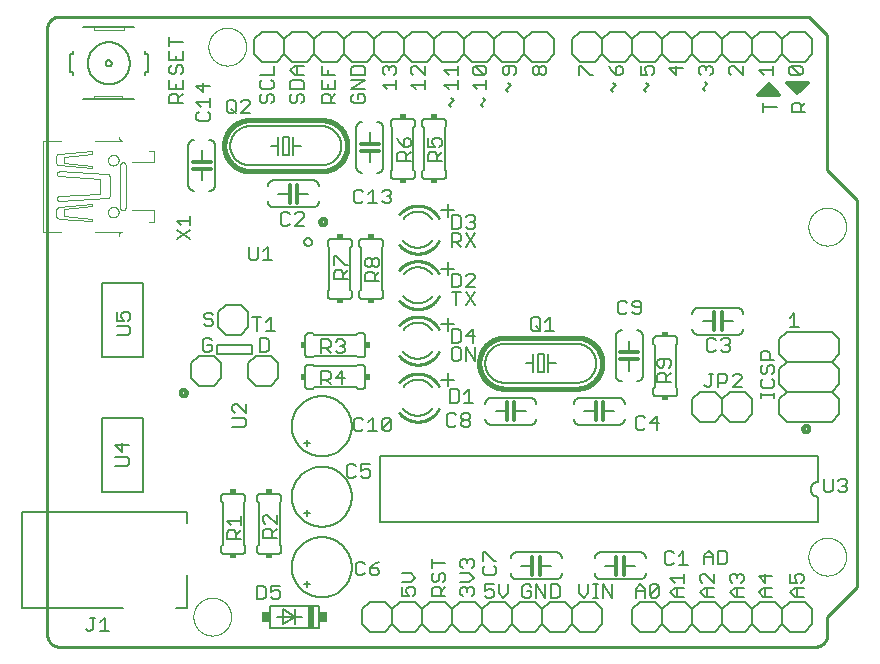
<source format=gto>
G75*
%MOIN*%
%OFA0B0*%
%FSLAX25Y25*%
%IPPOS*%
%LPD*%
%AMOC8*
5,1,8,0,0,1.08239X$1,22.5*
%
%ADD10C,0.01000*%
%ADD11C,0.01200*%
%ADD12C,0.00600*%
%ADD13C,0.00000*%
%ADD14C,0.00200*%
%ADD15C,0.00400*%
%ADD16C,0.01600*%
%ADD17C,0.00800*%
%ADD18R,0.02000X0.07362*%
%ADD19R,0.02500X0.03346*%
%ADD20R,0.02000X0.01500*%
%ADD21R,0.01500X0.02000*%
%ADD22C,0.00500*%
D10*
X0009770Y0009437D02*
X0009770Y0211563D01*
X0009772Y0211687D01*
X0009778Y0211810D01*
X0009787Y0211934D01*
X0009801Y0212056D01*
X0009818Y0212179D01*
X0009840Y0212301D01*
X0009865Y0212422D01*
X0009894Y0212542D01*
X0009926Y0212661D01*
X0009963Y0212780D01*
X0010003Y0212897D01*
X0010046Y0213012D01*
X0010094Y0213127D01*
X0010145Y0213239D01*
X0010199Y0213350D01*
X0010257Y0213460D01*
X0010318Y0213567D01*
X0010383Y0213673D01*
X0010451Y0213776D01*
X0010522Y0213877D01*
X0010596Y0213976D01*
X0010673Y0214073D01*
X0010754Y0214167D01*
X0010837Y0214258D01*
X0010923Y0214347D01*
X0011012Y0214433D01*
X0011103Y0214516D01*
X0011197Y0214597D01*
X0011294Y0214674D01*
X0011393Y0214748D01*
X0011494Y0214819D01*
X0011597Y0214887D01*
X0011703Y0214952D01*
X0011810Y0215013D01*
X0011920Y0215071D01*
X0012031Y0215125D01*
X0012143Y0215176D01*
X0012258Y0215224D01*
X0012373Y0215267D01*
X0012490Y0215307D01*
X0012609Y0215344D01*
X0012728Y0215376D01*
X0012848Y0215405D01*
X0012969Y0215430D01*
X0013091Y0215452D01*
X0013214Y0215469D01*
X0013336Y0215483D01*
X0013460Y0215492D01*
X0013583Y0215498D01*
X0013707Y0215500D01*
X0263770Y0215500D01*
X0269770Y0209500D01*
X0269770Y0164500D01*
X0279770Y0154500D01*
X0279770Y0025500D01*
X0269770Y0015500D01*
X0269770Y0009437D01*
X0269768Y0009313D01*
X0269762Y0009190D01*
X0269753Y0009066D01*
X0269739Y0008944D01*
X0269722Y0008821D01*
X0269700Y0008699D01*
X0269675Y0008578D01*
X0269646Y0008458D01*
X0269614Y0008339D01*
X0269577Y0008220D01*
X0269537Y0008103D01*
X0269494Y0007988D01*
X0269446Y0007873D01*
X0269395Y0007761D01*
X0269341Y0007650D01*
X0269283Y0007540D01*
X0269222Y0007433D01*
X0269157Y0007327D01*
X0269089Y0007224D01*
X0269018Y0007123D01*
X0268944Y0007024D01*
X0268867Y0006927D01*
X0268786Y0006833D01*
X0268703Y0006742D01*
X0268617Y0006653D01*
X0268528Y0006567D01*
X0268437Y0006484D01*
X0268343Y0006403D01*
X0268246Y0006326D01*
X0268147Y0006252D01*
X0268046Y0006181D01*
X0267943Y0006113D01*
X0267837Y0006048D01*
X0267730Y0005987D01*
X0267620Y0005929D01*
X0267509Y0005875D01*
X0267397Y0005824D01*
X0267282Y0005776D01*
X0267167Y0005733D01*
X0267050Y0005693D01*
X0266931Y0005656D01*
X0266812Y0005624D01*
X0266692Y0005595D01*
X0266571Y0005570D01*
X0266449Y0005548D01*
X0266326Y0005531D01*
X0266204Y0005517D01*
X0266080Y0005508D01*
X0265957Y0005502D01*
X0265833Y0005500D01*
X0013707Y0005500D01*
X0013583Y0005502D01*
X0013460Y0005508D01*
X0013336Y0005517D01*
X0013214Y0005531D01*
X0013091Y0005548D01*
X0012969Y0005570D01*
X0012848Y0005595D01*
X0012728Y0005624D01*
X0012609Y0005656D01*
X0012490Y0005693D01*
X0012373Y0005733D01*
X0012258Y0005776D01*
X0012143Y0005824D01*
X0012031Y0005875D01*
X0011920Y0005929D01*
X0011810Y0005987D01*
X0011703Y0006048D01*
X0011597Y0006113D01*
X0011494Y0006181D01*
X0011393Y0006252D01*
X0011294Y0006326D01*
X0011197Y0006403D01*
X0011103Y0006484D01*
X0011012Y0006567D01*
X0010923Y0006653D01*
X0010837Y0006742D01*
X0010754Y0006833D01*
X0010673Y0006927D01*
X0010596Y0007024D01*
X0010522Y0007123D01*
X0010451Y0007224D01*
X0010383Y0007327D01*
X0010318Y0007433D01*
X0010257Y0007540D01*
X0010199Y0007650D01*
X0010145Y0007761D01*
X0010094Y0007873D01*
X0010046Y0007988D01*
X0010003Y0008103D01*
X0009963Y0008220D01*
X0009926Y0008339D01*
X0009894Y0008458D01*
X0009865Y0008578D01*
X0009840Y0008699D01*
X0009818Y0008821D01*
X0009801Y0008944D01*
X0009787Y0009066D01*
X0009778Y0009190D01*
X0009772Y0009313D01*
X0009770Y0009437D01*
X0133269Y0080500D02*
X0133461Y0080502D01*
X0133653Y0080509D01*
X0133845Y0080521D01*
X0134037Y0080537D01*
X0134228Y0080558D01*
X0134418Y0080583D01*
X0134608Y0080613D01*
X0134797Y0080647D01*
X0134985Y0080686D01*
X0135172Y0080730D01*
X0135358Y0080778D01*
X0135543Y0080830D01*
X0135727Y0080887D01*
X0135909Y0080948D01*
X0136089Y0081014D01*
X0136268Y0081084D01*
X0136446Y0081158D01*
X0136621Y0081236D01*
X0136795Y0081319D01*
X0136966Y0081406D01*
X0137135Y0081496D01*
X0137302Y0081591D01*
X0137467Y0081690D01*
X0137630Y0081793D01*
X0137789Y0081900D01*
X0137947Y0082010D01*
X0138101Y0082124D01*
X0138253Y0082242D01*
X0138402Y0082364D01*
X0138548Y0082489D01*
X0138690Y0082617D01*
X0138830Y0082749D01*
X0138967Y0082884D01*
X0139100Y0083023D01*
X0139230Y0083164D01*
X0139356Y0083309D01*
X0139479Y0083457D01*
X0139598Y0083607D01*
X0139714Y0083761D01*
X0139826Y0083917D01*
X0139934Y0084076D01*
X0140039Y0084237D01*
X0140139Y0084401D01*
X0140235Y0084567D01*
X0140328Y0084735D01*
X0140216Y0092469D02*
X0140117Y0092638D01*
X0140013Y0092804D01*
X0139906Y0092968D01*
X0139795Y0093129D01*
X0139680Y0093287D01*
X0139561Y0093442D01*
X0139438Y0093595D01*
X0139312Y0093744D01*
X0139182Y0093890D01*
X0139048Y0094033D01*
X0138911Y0094173D01*
X0138771Y0094309D01*
X0138627Y0094442D01*
X0138480Y0094571D01*
X0138330Y0094697D01*
X0138177Y0094818D01*
X0138021Y0094937D01*
X0137862Y0095051D01*
X0137701Y0095161D01*
X0137536Y0095267D01*
X0137370Y0095370D01*
X0137200Y0095468D01*
X0137029Y0095562D01*
X0136855Y0095652D01*
X0136679Y0095737D01*
X0136501Y0095819D01*
X0136321Y0095895D01*
X0136139Y0095968D01*
X0135956Y0096036D01*
X0135771Y0096099D01*
X0135584Y0096158D01*
X0135396Y0096212D01*
X0135207Y0096262D01*
X0135017Y0096307D01*
X0134825Y0096347D01*
X0134633Y0096383D01*
X0134440Y0096414D01*
X0134246Y0096440D01*
X0134051Y0096462D01*
X0133856Y0096478D01*
X0133661Y0096490D01*
X0133465Y0096498D01*
X0133270Y0096500D01*
X0133077Y0096498D01*
X0132884Y0096491D01*
X0132692Y0096479D01*
X0132499Y0096463D01*
X0132307Y0096442D01*
X0132116Y0096416D01*
X0131926Y0096386D01*
X0131736Y0096351D01*
X0131547Y0096312D01*
X0131359Y0096268D01*
X0131172Y0096220D01*
X0130986Y0096167D01*
X0130802Y0096110D01*
X0130619Y0096048D01*
X0130438Y0095982D01*
X0130258Y0095911D01*
X0130080Y0095837D01*
X0129904Y0095758D01*
X0129730Y0095674D01*
X0129558Y0095587D01*
X0129388Y0095495D01*
X0129221Y0095399D01*
X0129055Y0095300D01*
X0128892Y0095196D01*
X0128732Y0095089D01*
X0128575Y0094977D01*
X0128420Y0094862D01*
X0128268Y0094743D01*
X0128119Y0094621D01*
X0127972Y0094495D01*
X0127829Y0094365D01*
X0127689Y0094232D01*
X0127553Y0094096D01*
X0127419Y0093956D01*
X0127290Y0093814D01*
X0127163Y0093668D01*
X0127124Y0083378D02*
X0127251Y0083230D01*
X0127381Y0083085D01*
X0127514Y0082944D01*
X0127651Y0082805D01*
X0127791Y0082670D01*
X0127935Y0082539D01*
X0128082Y0082411D01*
X0128231Y0082286D01*
X0128384Y0082165D01*
X0128539Y0082048D01*
X0128698Y0081935D01*
X0128859Y0081826D01*
X0129023Y0081721D01*
X0129189Y0081619D01*
X0129358Y0081522D01*
X0129528Y0081429D01*
X0129702Y0081340D01*
X0129877Y0081255D01*
X0130054Y0081175D01*
X0130233Y0081099D01*
X0130414Y0081027D01*
X0130597Y0080960D01*
X0130781Y0080897D01*
X0130967Y0080839D01*
X0131154Y0080785D01*
X0131342Y0080736D01*
X0131532Y0080691D01*
X0131722Y0080651D01*
X0131914Y0080616D01*
X0132106Y0080585D01*
X0132299Y0080559D01*
X0132493Y0080538D01*
X0132687Y0080521D01*
X0132881Y0080509D01*
X0133075Y0080502D01*
X0133270Y0080500D01*
X0140216Y0111469D02*
X0140117Y0111638D01*
X0140013Y0111804D01*
X0139906Y0111968D01*
X0139795Y0112129D01*
X0139680Y0112287D01*
X0139561Y0112442D01*
X0139438Y0112595D01*
X0139312Y0112744D01*
X0139182Y0112890D01*
X0139048Y0113033D01*
X0138911Y0113173D01*
X0138771Y0113309D01*
X0138627Y0113442D01*
X0138480Y0113571D01*
X0138330Y0113697D01*
X0138177Y0113818D01*
X0138021Y0113937D01*
X0137862Y0114051D01*
X0137701Y0114161D01*
X0137536Y0114267D01*
X0137370Y0114370D01*
X0137200Y0114468D01*
X0137029Y0114562D01*
X0136855Y0114652D01*
X0136679Y0114737D01*
X0136501Y0114819D01*
X0136321Y0114895D01*
X0136139Y0114968D01*
X0135956Y0115036D01*
X0135771Y0115099D01*
X0135584Y0115158D01*
X0135396Y0115212D01*
X0135207Y0115262D01*
X0135017Y0115307D01*
X0134825Y0115347D01*
X0134633Y0115383D01*
X0134440Y0115414D01*
X0134246Y0115440D01*
X0134051Y0115462D01*
X0133856Y0115478D01*
X0133661Y0115490D01*
X0133465Y0115498D01*
X0133270Y0115500D01*
X0140328Y0103735D02*
X0140235Y0103567D01*
X0140139Y0103401D01*
X0140039Y0103237D01*
X0139934Y0103076D01*
X0139826Y0102917D01*
X0139714Y0102761D01*
X0139598Y0102607D01*
X0139479Y0102457D01*
X0139356Y0102309D01*
X0139230Y0102164D01*
X0139100Y0102023D01*
X0138967Y0101884D01*
X0138830Y0101749D01*
X0138690Y0101617D01*
X0138548Y0101489D01*
X0138402Y0101364D01*
X0138253Y0101242D01*
X0138101Y0101124D01*
X0137947Y0101010D01*
X0137789Y0100900D01*
X0137630Y0100793D01*
X0137467Y0100690D01*
X0137302Y0100591D01*
X0137135Y0100496D01*
X0136966Y0100406D01*
X0136795Y0100319D01*
X0136621Y0100236D01*
X0136446Y0100158D01*
X0136268Y0100084D01*
X0136089Y0100014D01*
X0135909Y0099948D01*
X0135727Y0099887D01*
X0135543Y0099830D01*
X0135358Y0099778D01*
X0135172Y0099730D01*
X0134985Y0099686D01*
X0134797Y0099647D01*
X0134608Y0099613D01*
X0134418Y0099583D01*
X0134228Y0099558D01*
X0134037Y0099537D01*
X0133845Y0099521D01*
X0133653Y0099509D01*
X0133461Y0099502D01*
X0133269Y0099500D01*
X0127163Y0112668D02*
X0127290Y0112814D01*
X0127419Y0112956D01*
X0127553Y0113096D01*
X0127689Y0113232D01*
X0127829Y0113365D01*
X0127972Y0113495D01*
X0128119Y0113621D01*
X0128268Y0113743D01*
X0128420Y0113862D01*
X0128575Y0113977D01*
X0128732Y0114089D01*
X0128892Y0114196D01*
X0129055Y0114300D01*
X0129221Y0114399D01*
X0129388Y0114495D01*
X0129558Y0114587D01*
X0129730Y0114674D01*
X0129904Y0114758D01*
X0130080Y0114837D01*
X0130258Y0114911D01*
X0130438Y0114982D01*
X0130619Y0115048D01*
X0130802Y0115110D01*
X0130986Y0115167D01*
X0131172Y0115220D01*
X0131359Y0115268D01*
X0131547Y0115312D01*
X0131736Y0115351D01*
X0131926Y0115386D01*
X0132116Y0115416D01*
X0132307Y0115442D01*
X0132499Y0115463D01*
X0132692Y0115479D01*
X0132884Y0115491D01*
X0133077Y0115498D01*
X0133270Y0115500D01*
X0127124Y0102378D02*
X0127251Y0102230D01*
X0127381Y0102085D01*
X0127514Y0101944D01*
X0127651Y0101805D01*
X0127791Y0101670D01*
X0127935Y0101539D01*
X0128082Y0101411D01*
X0128231Y0101286D01*
X0128384Y0101165D01*
X0128539Y0101048D01*
X0128698Y0100935D01*
X0128859Y0100826D01*
X0129023Y0100721D01*
X0129189Y0100619D01*
X0129358Y0100522D01*
X0129528Y0100429D01*
X0129702Y0100340D01*
X0129877Y0100255D01*
X0130054Y0100175D01*
X0130233Y0100099D01*
X0130414Y0100027D01*
X0130597Y0099960D01*
X0130781Y0099897D01*
X0130967Y0099839D01*
X0131154Y0099785D01*
X0131342Y0099736D01*
X0131532Y0099691D01*
X0131722Y0099651D01*
X0131914Y0099616D01*
X0132106Y0099585D01*
X0132299Y0099559D01*
X0132493Y0099538D01*
X0132687Y0099521D01*
X0132881Y0099509D01*
X0133075Y0099502D01*
X0133270Y0099500D01*
X0140216Y0129969D02*
X0140117Y0130138D01*
X0140013Y0130304D01*
X0139906Y0130468D01*
X0139795Y0130629D01*
X0139680Y0130787D01*
X0139561Y0130942D01*
X0139438Y0131095D01*
X0139312Y0131244D01*
X0139182Y0131390D01*
X0139048Y0131533D01*
X0138911Y0131673D01*
X0138771Y0131809D01*
X0138627Y0131942D01*
X0138480Y0132071D01*
X0138330Y0132197D01*
X0138177Y0132318D01*
X0138021Y0132437D01*
X0137862Y0132551D01*
X0137701Y0132661D01*
X0137536Y0132767D01*
X0137370Y0132870D01*
X0137200Y0132968D01*
X0137029Y0133062D01*
X0136855Y0133152D01*
X0136679Y0133237D01*
X0136501Y0133319D01*
X0136321Y0133395D01*
X0136139Y0133468D01*
X0135956Y0133536D01*
X0135771Y0133599D01*
X0135584Y0133658D01*
X0135396Y0133712D01*
X0135207Y0133762D01*
X0135017Y0133807D01*
X0134825Y0133847D01*
X0134633Y0133883D01*
X0134440Y0133914D01*
X0134246Y0133940D01*
X0134051Y0133962D01*
X0133856Y0133978D01*
X0133661Y0133990D01*
X0133465Y0133998D01*
X0133270Y0134000D01*
X0140328Y0122235D02*
X0140235Y0122067D01*
X0140139Y0121901D01*
X0140039Y0121737D01*
X0139934Y0121576D01*
X0139826Y0121417D01*
X0139714Y0121261D01*
X0139598Y0121107D01*
X0139479Y0120957D01*
X0139356Y0120809D01*
X0139230Y0120664D01*
X0139100Y0120523D01*
X0138967Y0120384D01*
X0138830Y0120249D01*
X0138690Y0120117D01*
X0138548Y0119989D01*
X0138402Y0119864D01*
X0138253Y0119742D01*
X0138101Y0119624D01*
X0137947Y0119510D01*
X0137789Y0119400D01*
X0137630Y0119293D01*
X0137467Y0119190D01*
X0137302Y0119091D01*
X0137135Y0118996D01*
X0136966Y0118906D01*
X0136795Y0118819D01*
X0136621Y0118736D01*
X0136446Y0118658D01*
X0136268Y0118584D01*
X0136089Y0118514D01*
X0135909Y0118448D01*
X0135727Y0118387D01*
X0135543Y0118330D01*
X0135358Y0118278D01*
X0135172Y0118230D01*
X0134985Y0118186D01*
X0134797Y0118147D01*
X0134608Y0118113D01*
X0134418Y0118083D01*
X0134228Y0118058D01*
X0134037Y0118037D01*
X0133845Y0118021D01*
X0133653Y0118009D01*
X0133461Y0118002D01*
X0133269Y0118000D01*
X0127163Y0131168D02*
X0127290Y0131314D01*
X0127419Y0131456D01*
X0127553Y0131596D01*
X0127689Y0131732D01*
X0127829Y0131865D01*
X0127972Y0131995D01*
X0128119Y0132121D01*
X0128268Y0132243D01*
X0128420Y0132362D01*
X0128575Y0132477D01*
X0128732Y0132589D01*
X0128892Y0132696D01*
X0129055Y0132800D01*
X0129221Y0132899D01*
X0129388Y0132995D01*
X0129558Y0133087D01*
X0129730Y0133174D01*
X0129904Y0133258D01*
X0130080Y0133337D01*
X0130258Y0133411D01*
X0130438Y0133482D01*
X0130619Y0133548D01*
X0130802Y0133610D01*
X0130986Y0133667D01*
X0131172Y0133720D01*
X0131359Y0133768D01*
X0131547Y0133812D01*
X0131736Y0133851D01*
X0131926Y0133886D01*
X0132116Y0133916D01*
X0132307Y0133942D01*
X0132499Y0133963D01*
X0132692Y0133979D01*
X0132884Y0133991D01*
X0133077Y0133998D01*
X0133270Y0134000D01*
X0127124Y0120878D02*
X0127251Y0120730D01*
X0127381Y0120585D01*
X0127514Y0120444D01*
X0127651Y0120305D01*
X0127791Y0120170D01*
X0127935Y0120039D01*
X0128082Y0119911D01*
X0128231Y0119786D01*
X0128384Y0119665D01*
X0128539Y0119548D01*
X0128698Y0119435D01*
X0128859Y0119326D01*
X0129023Y0119221D01*
X0129189Y0119119D01*
X0129358Y0119022D01*
X0129528Y0118929D01*
X0129702Y0118840D01*
X0129877Y0118755D01*
X0130054Y0118675D01*
X0130233Y0118599D01*
X0130414Y0118527D01*
X0130597Y0118460D01*
X0130781Y0118397D01*
X0130967Y0118339D01*
X0131154Y0118285D01*
X0131342Y0118236D01*
X0131532Y0118191D01*
X0131722Y0118151D01*
X0131914Y0118116D01*
X0132106Y0118085D01*
X0132299Y0118059D01*
X0132493Y0118038D01*
X0132687Y0118021D01*
X0132881Y0118009D01*
X0133075Y0118002D01*
X0133270Y0118000D01*
X0140216Y0148469D02*
X0140117Y0148638D01*
X0140013Y0148804D01*
X0139906Y0148968D01*
X0139795Y0149129D01*
X0139680Y0149287D01*
X0139561Y0149442D01*
X0139438Y0149595D01*
X0139312Y0149744D01*
X0139182Y0149890D01*
X0139048Y0150033D01*
X0138911Y0150173D01*
X0138771Y0150309D01*
X0138627Y0150442D01*
X0138480Y0150571D01*
X0138330Y0150697D01*
X0138177Y0150818D01*
X0138021Y0150937D01*
X0137862Y0151051D01*
X0137701Y0151161D01*
X0137536Y0151267D01*
X0137370Y0151370D01*
X0137200Y0151468D01*
X0137029Y0151562D01*
X0136855Y0151652D01*
X0136679Y0151737D01*
X0136501Y0151819D01*
X0136321Y0151895D01*
X0136139Y0151968D01*
X0135956Y0152036D01*
X0135771Y0152099D01*
X0135584Y0152158D01*
X0135396Y0152212D01*
X0135207Y0152262D01*
X0135017Y0152307D01*
X0134825Y0152347D01*
X0134633Y0152383D01*
X0134440Y0152414D01*
X0134246Y0152440D01*
X0134051Y0152462D01*
X0133856Y0152478D01*
X0133661Y0152490D01*
X0133465Y0152498D01*
X0133270Y0152500D01*
X0140328Y0140735D02*
X0140235Y0140567D01*
X0140139Y0140401D01*
X0140039Y0140237D01*
X0139934Y0140076D01*
X0139826Y0139917D01*
X0139714Y0139761D01*
X0139598Y0139607D01*
X0139479Y0139457D01*
X0139356Y0139309D01*
X0139230Y0139164D01*
X0139100Y0139023D01*
X0138967Y0138884D01*
X0138830Y0138749D01*
X0138690Y0138617D01*
X0138548Y0138489D01*
X0138402Y0138364D01*
X0138253Y0138242D01*
X0138101Y0138124D01*
X0137947Y0138010D01*
X0137789Y0137900D01*
X0137630Y0137793D01*
X0137467Y0137690D01*
X0137302Y0137591D01*
X0137135Y0137496D01*
X0136966Y0137406D01*
X0136795Y0137319D01*
X0136621Y0137236D01*
X0136446Y0137158D01*
X0136268Y0137084D01*
X0136089Y0137014D01*
X0135909Y0136948D01*
X0135727Y0136887D01*
X0135543Y0136830D01*
X0135358Y0136778D01*
X0135172Y0136730D01*
X0134985Y0136686D01*
X0134797Y0136647D01*
X0134608Y0136613D01*
X0134418Y0136583D01*
X0134228Y0136558D01*
X0134037Y0136537D01*
X0133845Y0136521D01*
X0133653Y0136509D01*
X0133461Y0136502D01*
X0133269Y0136500D01*
X0127163Y0149668D02*
X0127290Y0149814D01*
X0127419Y0149956D01*
X0127553Y0150096D01*
X0127689Y0150232D01*
X0127829Y0150365D01*
X0127972Y0150495D01*
X0128119Y0150621D01*
X0128268Y0150743D01*
X0128420Y0150862D01*
X0128575Y0150977D01*
X0128732Y0151089D01*
X0128892Y0151196D01*
X0129055Y0151300D01*
X0129221Y0151399D01*
X0129388Y0151495D01*
X0129558Y0151587D01*
X0129730Y0151674D01*
X0129904Y0151758D01*
X0130080Y0151837D01*
X0130258Y0151911D01*
X0130438Y0151982D01*
X0130619Y0152048D01*
X0130802Y0152110D01*
X0130986Y0152167D01*
X0131172Y0152220D01*
X0131359Y0152268D01*
X0131547Y0152312D01*
X0131736Y0152351D01*
X0131926Y0152386D01*
X0132116Y0152416D01*
X0132307Y0152442D01*
X0132499Y0152463D01*
X0132692Y0152479D01*
X0132884Y0152491D01*
X0133077Y0152498D01*
X0133270Y0152500D01*
X0127124Y0139378D02*
X0127251Y0139230D01*
X0127381Y0139085D01*
X0127514Y0138944D01*
X0127651Y0138805D01*
X0127791Y0138670D01*
X0127935Y0138539D01*
X0128082Y0138411D01*
X0128231Y0138286D01*
X0128384Y0138165D01*
X0128539Y0138048D01*
X0128698Y0137935D01*
X0128859Y0137826D01*
X0129023Y0137721D01*
X0129189Y0137619D01*
X0129358Y0137522D01*
X0129528Y0137429D01*
X0129702Y0137340D01*
X0129877Y0137255D01*
X0130054Y0137175D01*
X0130233Y0137099D01*
X0130414Y0137027D01*
X0130597Y0136960D01*
X0130781Y0136897D01*
X0130967Y0136839D01*
X0131154Y0136785D01*
X0131342Y0136736D01*
X0131532Y0136691D01*
X0131722Y0136651D01*
X0131914Y0136616D01*
X0132106Y0136585D01*
X0132299Y0136559D01*
X0132493Y0136538D01*
X0132687Y0136521D01*
X0132881Y0136509D01*
X0133075Y0136502D01*
X0133270Y0136500D01*
D11*
X0100770Y0147000D02*
X0100772Y0147063D01*
X0100778Y0147125D01*
X0100788Y0147187D01*
X0100801Y0147249D01*
X0100819Y0147309D01*
X0100840Y0147368D01*
X0100865Y0147426D01*
X0100894Y0147482D01*
X0100926Y0147536D01*
X0100961Y0147588D01*
X0100999Y0147637D01*
X0101041Y0147685D01*
X0101085Y0147729D01*
X0101133Y0147771D01*
X0101182Y0147809D01*
X0101234Y0147844D01*
X0101288Y0147876D01*
X0101344Y0147905D01*
X0101402Y0147930D01*
X0101461Y0147951D01*
X0101521Y0147969D01*
X0101583Y0147982D01*
X0101645Y0147992D01*
X0101707Y0147998D01*
X0101770Y0148000D01*
X0101833Y0147998D01*
X0101895Y0147992D01*
X0101957Y0147982D01*
X0102019Y0147969D01*
X0102079Y0147951D01*
X0102138Y0147930D01*
X0102196Y0147905D01*
X0102252Y0147876D01*
X0102306Y0147844D01*
X0102358Y0147809D01*
X0102407Y0147771D01*
X0102455Y0147729D01*
X0102499Y0147685D01*
X0102541Y0147637D01*
X0102579Y0147588D01*
X0102614Y0147536D01*
X0102646Y0147482D01*
X0102675Y0147426D01*
X0102700Y0147368D01*
X0102721Y0147309D01*
X0102739Y0147249D01*
X0102752Y0147187D01*
X0102762Y0147125D01*
X0102768Y0147063D01*
X0102770Y0147000D01*
X0102768Y0146937D01*
X0102762Y0146875D01*
X0102752Y0146813D01*
X0102739Y0146751D01*
X0102721Y0146691D01*
X0102700Y0146632D01*
X0102675Y0146574D01*
X0102646Y0146518D01*
X0102614Y0146464D01*
X0102579Y0146412D01*
X0102541Y0146363D01*
X0102499Y0146315D01*
X0102455Y0146271D01*
X0102407Y0146229D01*
X0102358Y0146191D01*
X0102306Y0146156D01*
X0102252Y0146124D01*
X0102196Y0146095D01*
X0102138Y0146070D01*
X0102079Y0146049D01*
X0102019Y0146031D01*
X0101957Y0146018D01*
X0101895Y0146008D01*
X0101833Y0146002D01*
X0101770Y0146000D01*
X0101707Y0146002D01*
X0101645Y0146008D01*
X0101583Y0146018D01*
X0101521Y0146031D01*
X0101461Y0146049D01*
X0101402Y0146070D01*
X0101344Y0146095D01*
X0101288Y0146124D01*
X0101234Y0146156D01*
X0101182Y0146191D01*
X0101133Y0146229D01*
X0101085Y0146271D01*
X0101041Y0146315D01*
X0100999Y0146363D01*
X0100961Y0146412D01*
X0100926Y0146464D01*
X0100894Y0146518D01*
X0100865Y0146574D01*
X0100840Y0146632D01*
X0100819Y0146691D01*
X0100801Y0146751D01*
X0100788Y0146813D01*
X0100778Y0146875D01*
X0100772Y0146937D01*
X0100770Y0147000D01*
X0093070Y0153500D02*
X0093070Y0156500D01*
X0093070Y0159500D01*
X0090570Y0159500D02*
X0090570Y0156500D01*
X0090570Y0153500D01*
X0114270Y0170700D02*
X0117270Y0170700D01*
X0120270Y0170700D01*
X0120270Y0173200D02*
X0117270Y0173200D01*
X0114270Y0173200D01*
X0064270Y0167200D02*
X0061270Y0167200D01*
X0058270Y0167200D01*
X0058270Y0164700D02*
X0061270Y0164700D01*
X0064270Y0164700D01*
X0054270Y0090000D02*
X0054272Y0090063D01*
X0054278Y0090125D01*
X0054288Y0090187D01*
X0054301Y0090249D01*
X0054319Y0090309D01*
X0054340Y0090368D01*
X0054365Y0090426D01*
X0054394Y0090482D01*
X0054426Y0090536D01*
X0054461Y0090588D01*
X0054499Y0090637D01*
X0054541Y0090685D01*
X0054585Y0090729D01*
X0054633Y0090771D01*
X0054682Y0090809D01*
X0054734Y0090844D01*
X0054788Y0090876D01*
X0054844Y0090905D01*
X0054902Y0090930D01*
X0054961Y0090951D01*
X0055021Y0090969D01*
X0055083Y0090982D01*
X0055145Y0090992D01*
X0055207Y0090998D01*
X0055270Y0091000D01*
X0055333Y0090998D01*
X0055395Y0090992D01*
X0055457Y0090982D01*
X0055519Y0090969D01*
X0055579Y0090951D01*
X0055638Y0090930D01*
X0055696Y0090905D01*
X0055752Y0090876D01*
X0055806Y0090844D01*
X0055858Y0090809D01*
X0055907Y0090771D01*
X0055955Y0090729D01*
X0055999Y0090685D01*
X0056041Y0090637D01*
X0056079Y0090588D01*
X0056114Y0090536D01*
X0056146Y0090482D01*
X0056175Y0090426D01*
X0056200Y0090368D01*
X0056221Y0090309D01*
X0056239Y0090249D01*
X0056252Y0090187D01*
X0056262Y0090125D01*
X0056268Y0090063D01*
X0056270Y0090000D01*
X0056268Y0089937D01*
X0056262Y0089875D01*
X0056252Y0089813D01*
X0056239Y0089751D01*
X0056221Y0089691D01*
X0056200Y0089632D01*
X0056175Y0089574D01*
X0056146Y0089518D01*
X0056114Y0089464D01*
X0056079Y0089412D01*
X0056041Y0089363D01*
X0055999Y0089315D01*
X0055955Y0089271D01*
X0055907Y0089229D01*
X0055858Y0089191D01*
X0055806Y0089156D01*
X0055752Y0089124D01*
X0055696Y0089095D01*
X0055638Y0089070D01*
X0055579Y0089049D01*
X0055519Y0089031D01*
X0055457Y0089018D01*
X0055395Y0089008D01*
X0055333Y0089002D01*
X0055270Y0089000D01*
X0055207Y0089002D01*
X0055145Y0089008D01*
X0055083Y0089018D01*
X0055021Y0089031D01*
X0054961Y0089049D01*
X0054902Y0089070D01*
X0054844Y0089095D01*
X0054788Y0089124D01*
X0054734Y0089156D01*
X0054682Y0089191D01*
X0054633Y0089229D01*
X0054585Y0089271D01*
X0054541Y0089315D01*
X0054499Y0089363D01*
X0054461Y0089412D01*
X0054426Y0089464D01*
X0054394Y0089518D01*
X0054365Y0089574D01*
X0054340Y0089632D01*
X0054319Y0089691D01*
X0054301Y0089751D01*
X0054288Y0089813D01*
X0054278Y0089875D01*
X0054272Y0089937D01*
X0054270Y0090000D01*
X0162970Y0087000D02*
X0162970Y0084000D01*
X0162970Y0081000D01*
X0165470Y0081000D02*
X0165470Y0084000D01*
X0165470Y0087000D01*
X0192570Y0087000D02*
X0192570Y0084000D01*
X0192570Y0081000D01*
X0195070Y0081000D02*
X0195070Y0084000D01*
X0195070Y0087000D01*
X0200770Y0101300D02*
X0203770Y0101300D01*
X0206770Y0101300D01*
X0206770Y0103800D02*
X0203770Y0103800D01*
X0200770Y0103800D01*
X0232070Y0111000D02*
X0232070Y0114000D01*
X0232070Y0117000D01*
X0234570Y0117000D02*
X0234570Y0114000D01*
X0234570Y0111000D01*
X0261770Y0078000D02*
X0261772Y0078063D01*
X0261778Y0078125D01*
X0261788Y0078187D01*
X0261801Y0078249D01*
X0261819Y0078309D01*
X0261840Y0078368D01*
X0261865Y0078426D01*
X0261894Y0078482D01*
X0261926Y0078536D01*
X0261961Y0078588D01*
X0261999Y0078637D01*
X0262041Y0078685D01*
X0262085Y0078729D01*
X0262133Y0078771D01*
X0262182Y0078809D01*
X0262234Y0078844D01*
X0262288Y0078876D01*
X0262344Y0078905D01*
X0262402Y0078930D01*
X0262461Y0078951D01*
X0262521Y0078969D01*
X0262583Y0078982D01*
X0262645Y0078992D01*
X0262707Y0078998D01*
X0262770Y0079000D01*
X0262833Y0078998D01*
X0262895Y0078992D01*
X0262957Y0078982D01*
X0263019Y0078969D01*
X0263079Y0078951D01*
X0263138Y0078930D01*
X0263196Y0078905D01*
X0263252Y0078876D01*
X0263306Y0078844D01*
X0263358Y0078809D01*
X0263407Y0078771D01*
X0263455Y0078729D01*
X0263499Y0078685D01*
X0263541Y0078637D01*
X0263579Y0078588D01*
X0263614Y0078536D01*
X0263646Y0078482D01*
X0263675Y0078426D01*
X0263700Y0078368D01*
X0263721Y0078309D01*
X0263739Y0078249D01*
X0263752Y0078187D01*
X0263762Y0078125D01*
X0263768Y0078063D01*
X0263770Y0078000D01*
X0263768Y0077937D01*
X0263762Y0077875D01*
X0263752Y0077813D01*
X0263739Y0077751D01*
X0263721Y0077691D01*
X0263700Y0077632D01*
X0263675Y0077574D01*
X0263646Y0077518D01*
X0263614Y0077464D01*
X0263579Y0077412D01*
X0263541Y0077363D01*
X0263499Y0077315D01*
X0263455Y0077271D01*
X0263407Y0077229D01*
X0263358Y0077191D01*
X0263306Y0077156D01*
X0263252Y0077124D01*
X0263196Y0077095D01*
X0263138Y0077070D01*
X0263079Y0077049D01*
X0263019Y0077031D01*
X0262957Y0077018D01*
X0262895Y0077008D01*
X0262833Y0077002D01*
X0262770Y0077000D01*
X0262707Y0077002D01*
X0262645Y0077008D01*
X0262583Y0077018D01*
X0262521Y0077031D01*
X0262461Y0077049D01*
X0262402Y0077070D01*
X0262344Y0077095D01*
X0262288Y0077124D01*
X0262234Y0077156D01*
X0262182Y0077191D01*
X0262133Y0077229D01*
X0262085Y0077271D01*
X0262041Y0077315D01*
X0261999Y0077363D01*
X0261961Y0077412D01*
X0261926Y0077464D01*
X0261894Y0077518D01*
X0261865Y0077574D01*
X0261840Y0077632D01*
X0261819Y0077691D01*
X0261801Y0077751D01*
X0261788Y0077813D01*
X0261778Y0077875D01*
X0261772Y0077937D01*
X0261770Y0078000D01*
X0201970Y0035500D02*
X0201970Y0032500D01*
X0201970Y0029500D01*
X0199470Y0029500D02*
X0199470Y0032500D01*
X0199470Y0035500D01*
X0173970Y0035500D02*
X0173970Y0032500D01*
X0173970Y0029500D01*
X0171470Y0029500D02*
X0171470Y0032500D01*
X0171470Y0035500D01*
X0246770Y0189500D02*
X0250270Y0193000D01*
X0253770Y0189500D01*
X0246770Y0189500D01*
X0248270Y0190000D02*
X0250270Y0192000D01*
X0252270Y0190000D01*
X0249270Y0190000D01*
X0250770Y0191000D01*
X0256270Y0193500D02*
X0259770Y0190000D01*
X0263270Y0193500D01*
X0256270Y0193500D01*
X0257770Y0193000D02*
X0261770Y0193000D01*
X0259770Y0191000D01*
X0258270Y0192500D01*
X0260270Y0192500D01*
X0259770Y0192000D02*
X0259770Y0191500D01*
D12*
X0260209Y0186815D02*
X0258701Y0186815D01*
X0257948Y0186061D01*
X0257948Y0183800D01*
X0262470Y0183800D01*
X0260962Y0183800D02*
X0260962Y0186061D01*
X0260209Y0186815D01*
X0260962Y0185307D02*
X0262470Y0186815D01*
X0260834Y0196087D02*
X0257819Y0196087D01*
X0257066Y0196841D01*
X0257066Y0198348D01*
X0257819Y0199102D01*
X0260834Y0196087D01*
X0261588Y0196841D01*
X0261588Y0198348D01*
X0260834Y0199102D01*
X0257819Y0199102D01*
X0257270Y0200500D02*
X0254770Y0203000D01*
X0252270Y0200500D01*
X0247270Y0200500D01*
X0244770Y0203000D01*
X0244770Y0208000D01*
X0247270Y0210500D01*
X0252270Y0210500D01*
X0254770Y0208000D01*
X0257270Y0210500D01*
X0262270Y0210500D01*
X0264770Y0208000D01*
X0264770Y0203000D01*
X0262270Y0200500D01*
X0257270Y0200500D01*
X0254770Y0203000D02*
X0254770Y0208000D01*
X0244770Y0208000D02*
X0242270Y0210500D01*
X0237270Y0210500D01*
X0234770Y0208000D01*
X0232270Y0210500D01*
X0227270Y0210500D01*
X0224770Y0208000D01*
X0222270Y0210500D01*
X0217270Y0210500D01*
X0214770Y0208000D01*
X0214770Y0203000D01*
X0217270Y0200500D01*
X0222270Y0200500D01*
X0224770Y0203000D01*
X0224770Y0208000D01*
X0224770Y0203000D02*
X0227270Y0200500D01*
X0232270Y0200500D01*
X0234770Y0203000D01*
X0234770Y0208000D01*
X0234770Y0203000D02*
X0237270Y0200500D01*
X0242270Y0200500D01*
X0244770Y0203000D01*
X0241588Y0199102D02*
X0241588Y0196087D01*
X0238573Y0199102D01*
X0237819Y0199102D01*
X0237066Y0198348D01*
X0237066Y0196841D01*
X0237819Y0196087D01*
X0231588Y0196841D02*
X0230834Y0196087D01*
X0231588Y0196841D02*
X0231588Y0198348D01*
X0230834Y0199102D01*
X0230080Y0199102D01*
X0229327Y0198348D01*
X0229327Y0197595D01*
X0229327Y0198348D02*
X0228573Y0199102D01*
X0227819Y0199102D01*
X0227066Y0198348D01*
X0227066Y0196841D01*
X0227819Y0196087D01*
X0228948Y0193815D02*
X0229701Y0193061D01*
X0228194Y0191554D01*
X0228948Y0190800D01*
X0221588Y0198348D02*
X0217066Y0198348D01*
X0219327Y0196087D01*
X0219327Y0199102D01*
X0214770Y0203000D02*
X0212270Y0200500D01*
X0207270Y0200500D01*
X0204770Y0203000D01*
X0202270Y0200500D01*
X0197270Y0200500D01*
X0194770Y0203000D01*
X0192270Y0200500D01*
X0187270Y0200500D01*
X0184770Y0203000D01*
X0184770Y0208000D01*
X0187270Y0210500D01*
X0192270Y0210500D01*
X0194770Y0208000D01*
X0197270Y0210500D01*
X0202270Y0210500D01*
X0204770Y0208000D01*
X0207270Y0210500D01*
X0212270Y0210500D01*
X0214770Y0208000D01*
X0211334Y0199102D02*
X0209827Y0199102D01*
X0209073Y0198348D01*
X0209073Y0197595D01*
X0209827Y0196087D01*
X0207566Y0196087D01*
X0207566Y0199102D01*
X0211334Y0199102D02*
X0212088Y0198348D01*
X0212088Y0196841D01*
X0211334Y0196087D01*
X0209448Y0193315D02*
X0210201Y0192561D01*
X0208694Y0191054D01*
X0209448Y0190300D01*
X0201588Y0196841D02*
X0201588Y0198348D01*
X0200834Y0199102D01*
X0200080Y0199102D01*
X0199327Y0198348D01*
X0199327Y0196087D01*
X0200834Y0196087D01*
X0201588Y0196841D01*
X0199327Y0196087D02*
X0197819Y0197595D01*
X0197066Y0199102D01*
X0194770Y0203000D02*
X0194770Y0208000D01*
X0204770Y0208000D02*
X0204770Y0203000D01*
X0191588Y0196087D02*
X0190834Y0196087D01*
X0187819Y0199102D01*
X0187066Y0199102D01*
X0187066Y0196087D01*
X0178770Y0203000D02*
X0176270Y0200500D01*
X0171270Y0200500D01*
X0168770Y0203000D01*
X0166270Y0200500D01*
X0161270Y0200500D01*
X0158770Y0203000D01*
X0158770Y0208000D01*
X0161270Y0210500D01*
X0166270Y0210500D01*
X0168770Y0208000D01*
X0171270Y0210500D01*
X0176270Y0210500D01*
X0178770Y0208000D01*
X0178770Y0203000D01*
X0175334Y0199102D02*
X0176088Y0198348D01*
X0176088Y0196841D01*
X0175334Y0196087D01*
X0174580Y0196087D01*
X0173827Y0196841D01*
X0173827Y0198348D01*
X0174580Y0199102D01*
X0175334Y0199102D01*
X0173827Y0198348D02*
X0173073Y0199102D01*
X0172319Y0199102D01*
X0171566Y0198348D01*
X0171566Y0196841D01*
X0172319Y0196087D01*
X0173073Y0196087D01*
X0173827Y0196841D01*
X0166088Y0196841D02*
X0166088Y0198348D01*
X0165334Y0199102D01*
X0162319Y0199102D01*
X0161566Y0198348D01*
X0161566Y0196841D01*
X0162319Y0196087D01*
X0163073Y0196087D01*
X0163827Y0196841D01*
X0163827Y0199102D01*
X0166088Y0196841D02*
X0165334Y0196087D01*
X0163448Y0193315D02*
X0164201Y0192561D01*
X0162694Y0191054D01*
X0163448Y0190300D01*
X0156088Y0191375D02*
X0156088Y0194389D01*
X0156088Y0192882D02*
X0151566Y0192882D01*
X0153073Y0191375D01*
X0154948Y0188315D02*
X0155701Y0187561D01*
X0154194Y0186054D01*
X0154948Y0185300D01*
X0146588Y0191375D02*
X0146588Y0194389D01*
X0146588Y0192882D02*
X0142066Y0192882D01*
X0143573Y0191375D01*
X0144448Y0188315D02*
X0145201Y0187561D01*
X0143694Y0186054D01*
X0144448Y0185300D01*
X0141770Y0181500D02*
X0135770Y0181500D01*
X0135710Y0181498D01*
X0135649Y0181493D01*
X0135590Y0181484D01*
X0135531Y0181471D01*
X0135472Y0181455D01*
X0135415Y0181435D01*
X0135360Y0181412D01*
X0135305Y0181385D01*
X0135253Y0181356D01*
X0135202Y0181323D01*
X0135153Y0181287D01*
X0135107Y0181249D01*
X0135063Y0181207D01*
X0135021Y0181163D01*
X0134983Y0181117D01*
X0134947Y0181068D01*
X0134914Y0181017D01*
X0134885Y0180965D01*
X0134858Y0180910D01*
X0134835Y0180855D01*
X0134815Y0180798D01*
X0134799Y0180739D01*
X0134786Y0180680D01*
X0134777Y0180621D01*
X0134772Y0180560D01*
X0134770Y0180500D01*
X0134770Y0179000D01*
X0135270Y0178500D01*
X0135270Y0164500D01*
X0134770Y0164000D01*
X0134770Y0162500D01*
X0134772Y0162440D01*
X0134777Y0162379D01*
X0134786Y0162320D01*
X0134799Y0162261D01*
X0134815Y0162202D01*
X0134835Y0162145D01*
X0134858Y0162090D01*
X0134885Y0162035D01*
X0134914Y0161983D01*
X0134947Y0161932D01*
X0134983Y0161883D01*
X0135021Y0161837D01*
X0135063Y0161793D01*
X0135107Y0161751D01*
X0135153Y0161713D01*
X0135202Y0161677D01*
X0135253Y0161644D01*
X0135305Y0161615D01*
X0135360Y0161588D01*
X0135415Y0161565D01*
X0135472Y0161545D01*
X0135531Y0161529D01*
X0135590Y0161516D01*
X0135649Y0161507D01*
X0135710Y0161502D01*
X0135770Y0161500D01*
X0141770Y0161500D01*
X0141830Y0161502D01*
X0141891Y0161507D01*
X0141950Y0161516D01*
X0142009Y0161529D01*
X0142068Y0161545D01*
X0142125Y0161565D01*
X0142180Y0161588D01*
X0142235Y0161615D01*
X0142287Y0161644D01*
X0142338Y0161677D01*
X0142387Y0161713D01*
X0142433Y0161751D01*
X0142477Y0161793D01*
X0142519Y0161837D01*
X0142557Y0161883D01*
X0142593Y0161932D01*
X0142626Y0161983D01*
X0142655Y0162035D01*
X0142682Y0162090D01*
X0142705Y0162145D01*
X0142725Y0162202D01*
X0142741Y0162261D01*
X0142754Y0162320D01*
X0142763Y0162379D01*
X0142768Y0162440D01*
X0142770Y0162500D01*
X0142770Y0164000D01*
X0142270Y0164500D01*
X0142270Y0178500D01*
X0142770Y0179000D01*
X0142770Y0180500D01*
X0142768Y0180560D01*
X0142763Y0180621D01*
X0142754Y0180680D01*
X0142741Y0180739D01*
X0142725Y0180798D01*
X0142705Y0180855D01*
X0142682Y0180910D01*
X0142655Y0180965D01*
X0142626Y0181017D01*
X0142593Y0181068D01*
X0142557Y0181117D01*
X0142519Y0181163D01*
X0142477Y0181207D01*
X0142433Y0181249D01*
X0142387Y0181287D01*
X0142338Y0181323D01*
X0142287Y0181356D01*
X0142235Y0181385D01*
X0142180Y0181412D01*
X0142125Y0181435D01*
X0142068Y0181455D01*
X0142009Y0181471D01*
X0141950Y0181484D01*
X0141891Y0181493D01*
X0141830Y0181498D01*
X0141770Y0181500D01*
X0140434Y0175002D02*
X0141188Y0174248D01*
X0141188Y0172741D01*
X0140434Y0171987D01*
X0138927Y0171987D02*
X0138173Y0173495D01*
X0138173Y0174248D01*
X0138927Y0175002D01*
X0140434Y0175002D01*
X0138927Y0171987D02*
X0136666Y0171987D01*
X0136666Y0175002D01*
X0137419Y0170289D02*
X0138927Y0170289D01*
X0139680Y0169536D01*
X0139680Y0167275D01*
X0139680Y0168782D02*
X0141188Y0170289D01*
X0141188Y0167275D02*
X0136666Y0167275D01*
X0136666Y0169536D01*
X0137419Y0170289D01*
X0130870Y0170415D02*
X0129362Y0168907D01*
X0129362Y0169661D02*
X0129362Y0167400D01*
X0130870Y0167400D02*
X0126348Y0167400D01*
X0126348Y0169661D01*
X0127101Y0170415D01*
X0128609Y0170415D01*
X0129362Y0169661D01*
X0128609Y0172113D02*
X0128609Y0174374D01*
X0129362Y0175127D01*
X0130116Y0175127D01*
X0130870Y0174374D01*
X0130870Y0172866D01*
X0130116Y0172113D01*
X0128609Y0172113D01*
X0127101Y0173620D01*
X0126348Y0175127D01*
X0124770Y0178500D02*
X0124770Y0164500D01*
X0124270Y0164000D01*
X0124270Y0162500D01*
X0124272Y0162440D01*
X0124277Y0162379D01*
X0124286Y0162320D01*
X0124299Y0162261D01*
X0124315Y0162202D01*
X0124335Y0162145D01*
X0124358Y0162090D01*
X0124385Y0162035D01*
X0124414Y0161983D01*
X0124447Y0161932D01*
X0124483Y0161883D01*
X0124521Y0161837D01*
X0124563Y0161793D01*
X0124607Y0161751D01*
X0124653Y0161713D01*
X0124702Y0161677D01*
X0124753Y0161644D01*
X0124805Y0161615D01*
X0124860Y0161588D01*
X0124915Y0161565D01*
X0124972Y0161545D01*
X0125031Y0161529D01*
X0125090Y0161516D01*
X0125149Y0161507D01*
X0125210Y0161502D01*
X0125270Y0161500D01*
X0131270Y0161500D01*
X0131330Y0161502D01*
X0131391Y0161507D01*
X0131450Y0161516D01*
X0131509Y0161529D01*
X0131568Y0161545D01*
X0131625Y0161565D01*
X0131680Y0161588D01*
X0131735Y0161615D01*
X0131787Y0161644D01*
X0131838Y0161677D01*
X0131887Y0161713D01*
X0131933Y0161751D01*
X0131977Y0161793D01*
X0132019Y0161837D01*
X0132057Y0161883D01*
X0132093Y0161932D01*
X0132126Y0161983D01*
X0132155Y0162035D01*
X0132182Y0162090D01*
X0132205Y0162145D01*
X0132225Y0162202D01*
X0132241Y0162261D01*
X0132254Y0162320D01*
X0132263Y0162379D01*
X0132268Y0162440D01*
X0132270Y0162500D01*
X0132270Y0164000D01*
X0131770Y0164500D01*
X0131770Y0178500D01*
X0132270Y0179000D01*
X0132270Y0180500D01*
X0132268Y0180560D01*
X0132263Y0180621D01*
X0132254Y0180680D01*
X0132241Y0180739D01*
X0132225Y0180798D01*
X0132205Y0180855D01*
X0132182Y0180910D01*
X0132155Y0180965D01*
X0132126Y0181017D01*
X0132093Y0181068D01*
X0132057Y0181117D01*
X0132019Y0181163D01*
X0131977Y0181207D01*
X0131933Y0181249D01*
X0131887Y0181287D01*
X0131838Y0181323D01*
X0131787Y0181356D01*
X0131735Y0181385D01*
X0131680Y0181412D01*
X0131625Y0181435D01*
X0131568Y0181455D01*
X0131509Y0181471D01*
X0131450Y0181484D01*
X0131391Y0181493D01*
X0131330Y0181498D01*
X0131270Y0181500D01*
X0125270Y0181500D01*
X0125210Y0181498D01*
X0125149Y0181493D01*
X0125090Y0181484D01*
X0125031Y0181471D01*
X0124972Y0181455D01*
X0124915Y0181435D01*
X0124860Y0181412D01*
X0124805Y0181385D01*
X0124753Y0181356D01*
X0124702Y0181323D01*
X0124653Y0181287D01*
X0124607Y0181249D01*
X0124563Y0181207D01*
X0124521Y0181163D01*
X0124483Y0181117D01*
X0124447Y0181068D01*
X0124414Y0181017D01*
X0124385Y0180965D01*
X0124358Y0180910D01*
X0124335Y0180855D01*
X0124315Y0180798D01*
X0124299Y0180739D01*
X0124286Y0180680D01*
X0124277Y0180621D01*
X0124272Y0180560D01*
X0124270Y0180500D01*
X0124270Y0179000D01*
X0124770Y0178500D01*
X0121770Y0178500D02*
X0121770Y0165500D01*
X0121768Y0165413D01*
X0121762Y0165326D01*
X0121753Y0165239D01*
X0121740Y0165153D01*
X0121723Y0165067D01*
X0121702Y0164982D01*
X0121677Y0164899D01*
X0121649Y0164816D01*
X0121618Y0164735D01*
X0121583Y0164655D01*
X0121544Y0164577D01*
X0121502Y0164500D01*
X0121457Y0164425D01*
X0121408Y0164353D01*
X0121357Y0164282D01*
X0121302Y0164214D01*
X0121245Y0164149D01*
X0121184Y0164086D01*
X0121121Y0164025D01*
X0121056Y0163968D01*
X0120988Y0163913D01*
X0120917Y0163862D01*
X0120845Y0163813D01*
X0120770Y0163768D01*
X0120693Y0163726D01*
X0120615Y0163687D01*
X0120535Y0163652D01*
X0120454Y0163621D01*
X0120371Y0163593D01*
X0120288Y0163568D01*
X0120203Y0163547D01*
X0120117Y0163530D01*
X0120031Y0163517D01*
X0119944Y0163508D01*
X0119857Y0163502D01*
X0119770Y0163500D01*
X0117270Y0167000D02*
X0117270Y0170700D01*
X0117270Y0173200D02*
X0117270Y0177000D01*
X0119770Y0180500D02*
X0119857Y0180498D01*
X0119944Y0180492D01*
X0120031Y0180483D01*
X0120117Y0180470D01*
X0120203Y0180453D01*
X0120288Y0180432D01*
X0120371Y0180407D01*
X0120454Y0180379D01*
X0120535Y0180348D01*
X0120615Y0180313D01*
X0120693Y0180274D01*
X0120770Y0180232D01*
X0120845Y0180187D01*
X0120917Y0180138D01*
X0120988Y0180087D01*
X0121056Y0180032D01*
X0121121Y0179975D01*
X0121184Y0179914D01*
X0121245Y0179851D01*
X0121302Y0179786D01*
X0121357Y0179718D01*
X0121408Y0179647D01*
X0121457Y0179575D01*
X0121502Y0179500D01*
X0121544Y0179423D01*
X0121583Y0179345D01*
X0121618Y0179265D01*
X0121649Y0179184D01*
X0121677Y0179101D01*
X0121702Y0179018D01*
X0121723Y0178933D01*
X0121740Y0178847D01*
X0121753Y0178761D01*
X0121762Y0178674D01*
X0121768Y0178587D01*
X0121770Y0178500D01*
X0114770Y0180500D02*
X0114683Y0180498D01*
X0114596Y0180492D01*
X0114509Y0180483D01*
X0114423Y0180470D01*
X0114337Y0180453D01*
X0114252Y0180432D01*
X0114169Y0180407D01*
X0114086Y0180379D01*
X0114005Y0180348D01*
X0113925Y0180313D01*
X0113847Y0180274D01*
X0113770Y0180232D01*
X0113695Y0180187D01*
X0113623Y0180138D01*
X0113552Y0180087D01*
X0113484Y0180032D01*
X0113419Y0179975D01*
X0113356Y0179914D01*
X0113295Y0179851D01*
X0113238Y0179786D01*
X0113183Y0179718D01*
X0113132Y0179647D01*
X0113083Y0179575D01*
X0113038Y0179500D01*
X0112996Y0179423D01*
X0112957Y0179345D01*
X0112922Y0179265D01*
X0112891Y0179184D01*
X0112863Y0179101D01*
X0112838Y0179018D01*
X0112817Y0178933D01*
X0112800Y0178847D01*
X0112787Y0178761D01*
X0112778Y0178674D01*
X0112772Y0178587D01*
X0112770Y0178500D01*
X0112770Y0165500D01*
X0112772Y0165413D01*
X0112778Y0165326D01*
X0112787Y0165239D01*
X0112800Y0165153D01*
X0112817Y0165067D01*
X0112838Y0164982D01*
X0112863Y0164899D01*
X0112891Y0164816D01*
X0112922Y0164735D01*
X0112957Y0164655D01*
X0112996Y0164577D01*
X0113038Y0164500D01*
X0113083Y0164425D01*
X0113132Y0164353D01*
X0113183Y0164282D01*
X0113238Y0164214D01*
X0113295Y0164149D01*
X0113356Y0164086D01*
X0113419Y0164025D01*
X0113484Y0163968D01*
X0113552Y0163913D01*
X0113623Y0163862D01*
X0113695Y0163813D01*
X0113770Y0163768D01*
X0113847Y0163726D01*
X0113925Y0163687D01*
X0114005Y0163652D01*
X0114086Y0163621D01*
X0114169Y0163593D01*
X0114252Y0163568D01*
X0114337Y0163547D01*
X0114423Y0163530D01*
X0114509Y0163517D01*
X0114596Y0163508D01*
X0114683Y0163502D01*
X0114770Y0163500D01*
X0114331Y0157822D02*
X0112823Y0157822D01*
X0112070Y0157068D01*
X0112070Y0154054D01*
X0112823Y0153300D01*
X0114331Y0153300D01*
X0115084Y0154054D01*
X0116782Y0153300D02*
X0119797Y0153300D01*
X0118290Y0153300D02*
X0118290Y0157822D01*
X0116782Y0156315D01*
X0115084Y0157068D02*
X0114331Y0157822D01*
X0121495Y0157068D02*
X0122249Y0157822D01*
X0123756Y0157822D01*
X0124510Y0157068D01*
X0124510Y0156315D01*
X0123756Y0155561D01*
X0124510Y0154807D01*
X0124510Y0154054D01*
X0123756Y0153300D01*
X0122249Y0153300D01*
X0121495Y0154054D01*
X0123002Y0155561D02*
X0123756Y0155561D01*
X0133270Y0150500D02*
X0133422Y0150498D01*
X0133573Y0150492D01*
X0133724Y0150483D01*
X0133876Y0150469D01*
X0134026Y0150452D01*
X0134176Y0150431D01*
X0134326Y0150406D01*
X0134475Y0150378D01*
X0134623Y0150345D01*
X0134770Y0150309D01*
X0134917Y0150270D01*
X0135062Y0150226D01*
X0135206Y0150179D01*
X0135349Y0150128D01*
X0135490Y0150074D01*
X0135631Y0150016D01*
X0135769Y0149955D01*
X0135906Y0149890D01*
X0136042Y0149821D01*
X0136175Y0149750D01*
X0136307Y0149675D01*
X0136437Y0149596D01*
X0136564Y0149515D01*
X0136690Y0149430D01*
X0136814Y0149342D01*
X0136935Y0149251D01*
X0137054Y0149157D01*
X0137170Y0149059D01*
X0137284Y0148959D01*
X0137396Y0148857D01*
X0137504Y0148751D01*
X0137610Y0148643D01*
X0137714Y0148532D01*
X0137814Y0148418D01*
X0137912Y0148302D01*
X0138006Y0148183D01*
X0141070Y0151003D02*
X0145340Y0151003D01*
X0144570Y0149322D02*
X0146831Y0149322D01*
X0147584Y0148568D01*
X0147584Y0145554D01*
X0146831Y0144800D01*
X0144570Y0144800D01*
X0144570Y0149322D01*
X0143205Y0148868D02*
X0143205Y0153138D01*
X0149282Y0148568D02*
X0150036Y0149322D01*
X0151543Y0149322D01*
X0152297Y0148568D01*
X0152297Y0147815D01*
X0151543Y0147061D01*
X0152297Y0146307D01*
X0152297Y0145554D01*
X0151543Y0144800D01*
X0150036Y0144800D01*
X0149282Y0145554D01*
X0150790Y0147061D02*
X0151543Y0147061D01*
X0152297Y0143322D02*
X0149282Y0138800D01*
X0147584Y0138800D02*
X0146077Y0140307D01*
X0146831Y0140307D02*
X0144570Y0140307D01*
X0144570Y0138800D02*
X0144570Y0143322D01*
X0146831Y0143322D01*
X0147584Y0142568D01*
X0147584Y0141061D01*
X0146831Y0140307D01*
X0149282Y0143322D02*
X0152297Y0138800D01*
X0145340Y0131503D02*
X0141070Y0131503D01*
X0143205Y0133638D02*
X0143205Y0129368D01*
X0144570Y0129822D02*
X0146831Y0129822D01*
X0147584Y0129068D01*
X0147584Y0126054D01*
X0146831Y0125300D01*
X0144570Y0125300D01*
X0144570Y0129822D01*
X0149282Y0129068D02*
X0150036Y0129822D01*
X0151543Y0129822D01*
X0152297Y0129068D01*
X0152297Y0128315D01*
X0149282Y0125300D01*
X0152297Y0125300D01*
X0152297Y0123822D02*
X0149282Y0119300D01*
X0152297Y0119300D02*
X0149282Y0123822D01*
X0147584Y0123822D02*
X0144570Y0123822D01*
X0146077Y0123822D02*
X0146077Y0119300D01*
X0143205Y0115138D02*
X0143205Y0110868D01*
X0144570Y0111322D02*
X0144570Y0106800D01*
X0146831Y0106800D01*
X0147584Y0107554D01*
X0147584Y0110568D01*
X0146831Y0111322D01*
X0144570Y0111322D01*
X0145340Y0113003D02*
X0141070Y0113003D01*
X0145323Y0105322D02*
X0144570Y0104568D01*
X0144570Y0101554D01*
X0145323Y0100800D01*
X0146831Y0100800D01*
X0147584Y0101554D01*
X0147584Y0104568D01*
X0146831Y0105322D01*
X0145323Y0105322D01*
X0149282Y0105322D02*
X0149282Y0100800D01*
X0152297Y0100800D02*
X0152297Y0105322D01*
X0151543Y0106800D02*
X0151543Y0111322D01*
X0149282Y0109061D01*
X0152297Y0109061D01*
X0149282Y0105322D02*
X0152297Y0100800D01*
X0145340Y0094503D02*
X0141070Y0094503D01*
X0143205Y0096638D02*
X0143205Y0092368D01*
X0144070Y0091322D02*
X0146331Y0091322D01*
X0147084Y0090568D01*
X0147084Y0087554D01*
X0146331Y0086800D01*
X0144070Y0086800D01*
X0144070Y0091322D01*
X0148782Y0089815D02*
X0150290Y0091322D01*
X0150290Y0086800D01*
X0151797Y0086800D02*
X0148782Y0086800D01*
X0148536Y0083322D02*
X0150043Y0083322D01*
X0150797Y0082568D01*
X0150797Y0081815D01*
X0150043Y0081061D01*
X0148536Y0081061D01*
X0147782Y0081815D01*
X0147782Y0082568D01*
X0148536Y0083322D01*
X0148536Y0081061D02*
X0147782Y0080307D01*
X0147782Y0079554D01*
X0148536Y0078800D01*
X0150043Y0078800D01*
X0150797Y0079554D01*
X0150797Y0080307D01*
X0150043Y0081061D01*
X0146084Y0082568D02*
X0145331Y0083322D01*
X0143823Y0083322D01*
X0143070Y0082568D01*
X0143070Y0079554D01*
X0143823Y0078800D01*
X0145331Y0078800D01*
X0146084Y0079554D01*
X0133270Y0082500D02*
X0133116Y0082502D01*
X0132962Y0082508D01*
X0132808Y0082518D01*
X0132654Y0082532D01*
X0132501Y0082549D01*
X0132349Y0082571D01*
X0132197Y0082597D01*
X0132045Y0082626D01*
X0131895Y0082660D01*
X0131745Y0082697D01*
X0131597Y0082738D01*
X0131449Y0082783D01*
X0131303Y0082832D01*
X0131158Y0082884D01*
X0131015Y0082940D01*
X0130872Y0083000D01*
X0130732Y0083063D01*
X0130593Y0083130D01*
X0130456Y0083201D01*
X0130321Y0083275D01*
X0130188Y0083352D01*
X0130056Y0083433D01*
X0129927Y0083517D01*
X0129800Y0083605D01*
X0129676Y0083696D01*
X0129554Y0083789D01*
X0129434Y0083887D01*
X0129317Y0083987D01*
X0129202Y0084090D01*
X0129090Y0084196D01*
X0128981Y0084304D01*
X0128875Y0084416D01*
X0128771Y0084530D01*
X0128671Y0084647D01*
X0128573Y0084766D01*
X0128479Y0084888D01*
X0128388Y0085013D01*
X0124510Y0081068D02*
X0123756Y0081822D01*
X0122249Y0081822D01*
X0121495Y0081068D01*
X0121495Y0078054D01*
X0124510Y0081068D01*
X0124510Y0078054D01*
X0123756Y0077300D01*
X0122249Y0077300D01*
X0121495Y0078054D01*
X0119797Y0077300D02*
X0116782Y0077300D01*
X0118290Y0077300D02*
X0118290Y0081822D01*
X0116782Y0080315D01*
X0115084Y0081068D02*
X0114331Y0081822D01*
X0112823Y0081822D01*
X0112070Y0081068D01*
X0112070Y0078054D01*
X0112823Y0077300D01*
X0114331Y0077300D01*
X0115084Y0078054D01*
X0120770Y0069000D02*
X0120770Y0047000D01*
X0266770Y0047000D01*
X0266770Y0055500D01*
X0268570Y0057654D02*
X0269323Y0056900D01*
X0270831Y0056900D01*
X0271584Y0057654D01*
X0271584Y0061422D01*
X0273282Y0060668D02*
X0274036Y0061422D01*
X0275543Y0061422D01*
X0276297Y0060668D01*
X0276297Y0059915D01*
X0275543Y0059161D01*
X0276297Y0058407D01*
X0276297Y0057654D01*
X0275543Y0056900D01*
X0274036Y0056900D01*
X0273282Y0057654D01*
X0274790Y0059161D02*
X0275543Y0059161D01*
X0268570Y0057654D02*
X0268570Y0061422D01*
X0266770Y0060500D02*
X0266770Y0069000D01*
X0120770Y0069000D01*
X0117297Y0066322D02*
X0114282Y0066322D01*
X0114282Y0064061D01*
X0115790Y0064815D01*
X0116543Y0064815D01*
X0117297Y0064061D01*
X0117297Y0062554D01*
X0116543Y0061800D01*
X0115036Y0061800D01*
X0114282Y0062554D01*
X0112584Y0062554D02*
X0111831Y0061800D01*
X0110323Y0061800D01*
X0109570Y0062554D01*
X0109570Y0065568D01*
X0110323Y0066322D01*
X0111831Y0066322D01*
X0112584Y0065568D01*
X0091270Y0055500D02*
X0091273Y0055745D01*
X0091282Y0055991D01*
X0091297Y0056236D01*
X0091318Y0056480D01*
X0091345Y0056724D01*
X0091378Y0056967D01*
X0091417Y0057210D01*
X0091462Y0057451D01*
X0091513Y0057691D01*
X0091570Y0057930D01*
X0091632Y0058167D01*
X0091701Y0058403D01*
X0091775Y0058637D01*
X0091855Y0058869D01*
X0091940Y0059099D01*
X0092031Y0059327D01*
X0092128Y0059552D01*
X0092230Y0059776D01*
X0092338Y0059996D01*
X0092451Y0060214D01*
X0092569Y0060429D01*
X0092693Y0060641D01*
X0092821Y0060850D01*
X0092955Y0061056D01*
X0093094Y0061258D01*
X0093238Y0061457D01*
X0093387Y0061652D01*
X0093540Y0061844D01*
X0093698Y0062032D01*
X0093860Y0062216D01*
X0094028Y0062395D01*
X0094199Y0062571D01*
X0094375Y0062742D01*
X0094554Y0062910D01*
X0094738Y0063072D01*
X0094926Y0063230D01*
X0095118Y0063383D01*
X0095313Y0063532D01*
X0095512Y0063676D01*
X0095714Y0063815D01*
X0095920Y0063949D01*
X0096129Y0064077D01*
X0096341Y0064201D01*
X0096556Y0064319D01*
X0096774Y0064432D01*
X0096994Y0064540D01*
X0097218Y0064642D01*
X0097443Y0064739D01*
X0097671Y0064830D01*
X0097901Y0064915D01*
X0098133Y0064995D01*
X0098367Y0065069D01*
X0098603Y0065138D01*
X0098840Y0065200D01*
X0099079Y0065257D01*
X0099319Y0065308D01*
X0099560Y0065353D01*
X0099803Y0065392D01*
X0100046Y0065425D01*
X0100290Y0065452D01*
X0100534Y0065473D01*
X0100779Y0065488D01*
X0101025Y0065497D01*
X0101270Y0065500D01*
X0101515Y0065497D01*
X0101761Y0065488D01*
X0102006Y0065473D01*
X0102250Y0065452D01*
X0102494Y0065425D01*
X0102737Y0065392D01*
X0102980Y0065353D01*
X0103221Y0065308D01*
X0103461Y0065257D01*
X0103700Y0065200D01*
X0103937Y0065138D01*
X0104173Y0065069D01*
X0104407Y0064995D01*
X0104639Y0064915D01*
X0104869Y0064830D01*
X0105097Y0064739D01*
X0105322Y0064642D01*
X0105546Y0064540D01*
X0105766Y0064432D01*
X0105984Y0064319D01*
X0106199Y0064201D01*
X0106411Y0064077D01*
X0106620Y0063949D01*
X0106826Y0063815D01*
X0107028Y0063676D01*
X0107227Y0063532D01*
X0107422Y0063383D01*
X0107614Y0063230D01*
X0107802Y0063072D01*
X0107986Y0062910D01*
X0108165Y0062742D01*
X0108341Y0062571D01*
X0108512Y0062395D01*
X0108680Y0062216D01*
X0108842Y0062032D01*
X0109000Y0061844D01*
X0109153Y0061652D01*
X0109302Y0061457D01*
X0109446Y0061258D01*
X0109585Y0061056D01*
X0109719Y0060850D01*
X0109847Y0060641D01*
X0109971Y0060429D01*
X0110089Y0060214D01*
X0110202Y0059996D01*
X0110310Y0059776D01*
X0110412Y0059552D01*
X0110509Y0059327D01*
X0110600Y0059099D01*
X0110685Y0058869D01*
X0110765Y0058637D01*
X0110839Y0058403D01*
X0110908Y0058167D01*
X0110970Y0057930D01*
X0111027Y0057691D01*
X0111078Y0057451D01*
X0111123Y0057210D01*
X0111162Y0056967D01*
X0111195Y0056724D01*
X0111222Y0056480D01*
X0111243Y0056236D01*
X0111258Y0055991D01*
X0111267Y0055745D01*
X0111270Y0055500D01*
X0111267Y0055255D01*
X0111258Y0055009D01*
X0111243Y0054764D01*
X0111222Y0054520D01*
X0111195Y0054276D01*
X0111162Y0054033D01*
X0111123Y0053790D01*
X0111078Y0053549D01*
X0111027Y0053309D01*
X0110970Y0053070D01*
X0110908Y0052833D01*
X0110839Y0052597D01*
X0110765Y0052363D01*
X0110685Y0052131D01*
X0110600Y0051901D01*
X0110509Y0051673D01*
X0110412Y0051448D01*
X0110310Y0051224D01*
X0110202Y0051004D01*
X0110089Y0050786D01*
X0109971Y0050571D01*
X0109847Y0050359D01*
X0109719Y0050150D01*
X0109585Y0049944D01*
X0109446Y0049742D01*
X0109302Y0049543D01*
X0109153Y0049348D01*
X0109000Y0049156D01*
X0108842Y0048968D01*
X0108680Y0048784D01*
X0108512Y0048605D01*
X0108341Y0048429D01*
X0108165Y0048258D01*
X0107986Y0048090D01*
X0107802Y0047928D01*
X0107614Y0047770D01*
X0107422Y0047617D01*
X0107227Y0047468D01*
X0107028Y0047324D01*
X0106826Y0047185D01*
X0106620Y0047051D01*
X0106411Y0046923D01*
X0106199Y0046799D01*
X0105984Y0046681D01*
X0105766Y0046568D01*
X0105546Y0046460D01*
X0105322Y0046358D01*
X0105097Y0046261D01*
X0104869Y0046170D01*
X0104639Y0046085D01*
X0104407Y0046005D01*
X0104173Y0045931D01*
X0103937Y0045862D01*
X0103700Y0045800D01*
X0103461Y0045743D01*
X0103221Y0045692D01*
X0102980Y0045647D01*
X0102737Y0045608D01*
X0102494Y0045575D01*
X0102250Y0045548D01*
X0102006Y0045527D01*
X0101761Y0045512D01*
X0101515Y0045503D01*
X0101270Y0045500D01*
X0101025Y0045503D01*
X0100779Y0045512D01*
X0100534Y0045527D01*
X0100290Y0045548D01*
X0100046Y0045575D01*
X0099803Y0045608D01*
X0099560Y0045647D01*
X0099319Y0045692D01*
X0099079Y0045743D01*
X0098840Y0045800D01*
X0098603Y0045862D01*
X0098367Y0045931D01*
X0098133Y0046005D01*
X0097901Y0046085D01*
X0097671Y0046170D01*
X0097443Y0046261D01*
X0097218Y0046358D01*
X0096994Y0046460D01*
X0096774Y0046568D01*
X0096556Y0046681D01*
X0096341Y0046799D01*
X0096129Y0046923D01*
X0095920Y0047051D01*
X0095714Y0047185D01*
X0095512Y0047324D01*
X0095313Y0047468D01*
X0095118Y0047617D01*
X0094926Y0047770D01*
X0094738Y0047928D01*
X0094554Y0048090D01*
X0094375Y0048258D01*
X0094199Y0048429D01*
X0094028Y0048605D01*
X0093860Y0048784D01*
X0093698Y0048968D01*
X0093540Y0049156D01*
X0093387Y0049348D01*
X0093238Y0049543D01*
X0093094Y0049742D01*
X0092955Y0049944D01*
X0092821Y0050150D01*
X0092693Y0050359D01*
X0092569Y0050571D01*
X0092451Y0050786D01*
X0092338Y0051004D01*
X0092230Y0051224D01*
X0092128Y0051448D01*
X0092031Y0051673D01*
X0091940Y0051901D01*
X0091855Y0052131D01*
X0091775Y0052363D01*
X0091701Y0052597D01*
X0091632Y0052833D01*
X0091570Y0053070D01*
X0091513Y0053309D01*
X0091462Y0053549D01*
X0091417Y0053790D01*
X0091378Y0054033D01*
X0091345Y0054276D01*
X0091318Y0054520D01*
X0091297Y0054764D01*
X0091282Y0055009D01*
X0091273Y0055255D01*
X0091270Y0055500D01*
X0087770Y0055500D02*
X0087770Y0054000D01*
X0087270Y0053500D01*
X0087270Y0039500D01*
X0087770Y0039000D01*
X0087770Y0037500D01*
X0087768Y0037440D01*
X0087763Y0037379D01*
X0087754Y0037320D01*
X0087741Y0037261D01*
X0087725Y0037202D01*
X0087705Y0037145D01*
X0087682Y0037090D01*
X0087655Y0037035D01*
X0087626Y0036983D01*
X0087593Y0036932D01*
X0087557Y0036883D01*
X0087519Y0036837D01*
X0087477Y0036793D01*
X0087433Y0036751D01*
X0087387Y0036713D01*
X0087338Y0036677D01*
X0087287Y0036644D01*
X0087235Y0036615D01*
X0087180Y0036588D01*
X0087125Y0036565D01*
X0087068Y0036545D01*
X0087009Y0036529D01*
X0086950Y0036516D01*
X0086891Y0036507D01*
X0086830Y0036502D01*
X0086770Y0036500D01*
X0080770Y0036500D01*
X0080710Y0036502D01*
X0080649Y0036507D01*
X0080590Y0036516D01*
X0080531Y0036529D01*
X0080472Y0036545D01*
X0080415Y0036565D01*
X0080360Y0036588D01*
X0080305Y0036615D01*
X0080253Y0036644D01*
X0080202Y0036677D01*
X0080153Y0036713D01*
X0080107Y0036751D01*
X0080063Y0036793D01*
X0080021Y0036837D01*
X0079983Y0036883D01*
X0079947Y0036932D01*
X0079914Y0036983D01*
X0079885Y0037035D01*
X0079858Y0037090D01*
X0079835Y0037145D01*
X0079815Y0037202D01*
X0079799Y0037261D01*
X0079786Y0037320D01*
X0079777Y0037379D01*
X0079772Y0037440D01*
X0079770Y0037500D01*
X0079770Y0039000D01*
X0080270Y0039500D01*
X0080270Y0053500D01*
X0079770Y0054000D01*
X0079770Y0055500D01*
X0079772Y0055560D01*
X0079777Y0055621D01*
X0079786Y0055680D01*
X0079799Y0055739D01*
X0079815Y0055798D01*
X0079835Y0055855D01*
X0079858Y0055910D01*
X0079885Y0055965D01*
X0079914Y0056017D01*
X0079947Y0056068D01*
X0079983Y0056117D01*
X0080021Y0056163D01*
X0080063Y0056207D01*
X0080107Y0056249D01*
X0080153Y0056287D01*
X0080202Y0056323D01*
X0080253Y0056356D01*
X0080305Y0056385D01*
X0080360Y0056412D01*
X0080415Y0056435D01*
X0080472Y0056455D01*
X0080531Y0056471D01*
X0080590Y0056484D01*
X0080649Y0056493D01*
X0080710Y0056498D01*
X0080770Y0056500D01*
X0086770Y0056500D01*
X0086830Y0056498D01*
X0086891Y0056493D01*
X0086950Y0056484D01*
X0087009Y0056471D01*
X0087068Y0056455D01*
X0087125Y0056435D01*
X0087180Y0056412D01*
X0087235Y0056385D01*
X0087287Y0056356D01*
X0087338Y0056323D01*
X0087387Y0056287D01*
X0087433Y0056249D01*
X0087477Y0056207D01*
X0087519Y0056163D01*
X0087557Y0056117D01*
X0087593Y0056068D01*
X0087626Y0056017D01*
X0087655Y0055965D01*
X0087682Y0055910D01*
X0087705Y0055855D01*
X0087725Y0055798D01*
X0087741Y0055739D01*
X0087754Y0055680D01*
X0087763Y0055621D01*
X0087768Y0055560D01*
X0087770Y0055500D01*
X0086188Y0049502D02*
X0086188Y0046487D01*
X0083173Y0049502D01*
X0082419Y0049502D01*
X0081666Y0048748D01*
X0081666Y0047241D01*
X0082419Y0046487D01*
X0082419Y0044789D02*
X0083927Y0044789D01*
X0084680Y0044036D01*
X0084680Y0041775D01*
X0084680Y0043282D02*
X0086188Y0044789D01*
X0082419Y0044789D02*
X0081666Y0044036D01*
X0081666Y0041775D01*
X0086188Y0041775D01*
X0075770Y0039000D02*
X0075770Y0037500D01*
X0075768Y0037440D01*
X0075763Y0037379D01*
X0075754Y0037320D01*
X0075741Y0037261D01*
X0075725Y0037202D01*
X0075705Y0037145D01*
X0075682Y0037090D01*
X0075655Y0037035D01*
X0075626Y0036983D01*
X0075593Y0036932D01*
X0075557Y0036883D01*
X0075519Y0036837D01*
X0075477Y0036793D01*
X0075433Y0036751D01*
X0075387Y0036713D01*
X0075338Y0036677D01*
X0075287Y0036644D01*
X0075235Y0036615D01*
X0075180Y0036588D01*
X0075125Y0036565D01*
X0075068Y0036545D01*
X0075009Y0036529D01*
X0074950Y0036516D01*
X0074891Y0036507D01*
X0074830Y0036502D01*
X0074770Y0036500D01*
X0068770Y0036500D01*
X0068710Y0036502D01*
X0068649Y0036507D01*
X0068590Y0036516D01*
X0068531Y0036529D01*
X0068472Y0036545D01*
X0068415Y0036565D01*
X0068360Y0036588D01*
X0068305Y0036615D01*
X0068253Y0036644D01*
X0068202Y0036677D01*
X0068153Y0036713D01*
X0068107Y0036751D01*
X0068063Y0036793D01*
X0068021Y0036837D01*
X0067983Y0036883D01*
X0067947Y0036932D01*
X0067914Y0036983D01*
X0067885Y0037035D01*
X0067858Y0037090D01*
X0067835Y0037145D01*
X0067815Y0037202D01*
X0067799Y0037261D01*
X0067786Y0037320D01*
X0067777Y0037379D01*
X0067772Y0037440D01*
X0067770Y0037500D01*
X0067770Y0039000D01*
X0068270Y0039500D01*
X0068270Y0053500D01*
X0067770Y0054000D01*
X0067770Y0055500D01*
X0067772Y0055560D01*
X0067777Y0055621D01*
X0067786Y0055680D01*
X0067799Y0055739D01*
X0067815Y0055798D01*
X0067835Y0055855D01*
X0067858Y0055910D01*
X0067885Y0055965D01*
X0067914Y0056017D01*
X0067947Y0056068D01*
X0067983Y0056117D01*
X0068021Y0056163D01*
X0068063Y0056207D01*
X0068107Y0056249D01*
X0068153Y0056287D01*
X0068202Y0056323D01*
X0068253Y0056356D01*
X0068305Y0056385D01*
X0068360Y0056412D01*
X0068415Y0056435D01*
X0068472Y0056455D01*
X0068531Y0056471D01*
X0068590Y0056484D01*
X0068649Y0056493D01*
X0068710Y0056498D01*
X0068770Y0056500D01*
X0074770Y0056500D01*
X0074830Y0056498D01*
X0074891Y0056493D01*
X0074950Y0056484D01*
X0075009Y0056471D01*
X0075068Y0056455D01*
X0075125Y0056435D01*
X0075180Y0056412D01*
X0075235Y0056385D01*
X0075287Y0056356D01*
X0075338Y0056323D01*
X0075387Y0056287D01*
X0075433Y0056249D01*
X0075477Y0056207D01*
X0075519Y0056163D01*
X0075557Y0056117D01*
X0075593Y0056068D01*
X0075626Y0056017D01*
X0075655Y0055965D01*
X0075682Y0055910D01*
X0075705Y0055855D01*
X0075725Y0055798D01*
X0075741Y0055739D01*
X0075754Y0055680D01*
X0075763Y0055621D01*
X0075768Y0055560D01*
X0075770Y0055500D01*
X0075770Y0054000D01*
X0075270Y0053500D01*
X0075270Y0039500D01*
X0075770Y0039000D01*
X0074188Y0041275D02*
X0069666Y0041275D01*
X0069666Y0043536D01*
X0070419Y0044289D01*
X0071927Y0044289D01*
X0072680Y0043536D01*
X0072680Y0041275D01*
X0072680Y0042782D02*
X0074188Y0044289D01*
X0074188Y0045987D02*
X0074188Y0049002D01*
X0074188Y0047495D02*
X0069666Y0047495D01*
X0071173Y0045987D01*
X0095270Y0050000D02*
X0096270Y0050000D01*
X0096270Y0051000D01*
X0096270Y0050000D02*
X0097270Y0050000D01*
X0096270Y0050000D02*
X0096270Y0049000D01*
X0112570Y0033068D02*
X0113323Y0033822D01*
X0114831Y0033822D01*
X0115584Y0033068D01*
X0117282Y0031561D02*
X0119543Y0031561D01*
X0120297Y0030807D01*
X0120297Y0030054D01*
X0119543Y0029300D01*
X0118036Y0029300D01*
X0117282Y0030054D01*
X0117282Y0031561D01*
X0118790Y0033068D01*
X0120297Y0033822D01*
X0115584Y0030054D02*
X0114831Y0029300D01*
X0113323Y0029300D01*
X0112570Y0030054D01*
X0112570Y0033068D01*
X0091270Y0032000D02*
X0091273Y0032245D01*
X0091282Y0032491D01*
X0091297Y0032736D01*
X0091318Y0032980D01*
X0091345Y0033224D01*
X0091378Y0033467D01*
X0091417Y0033710D01*
X0091462Y0033951D01*
X0091513Y0034191D01*
X0091570Y0034430D01*
X0091632Y0034667D01*
X0091701Y0034903D01*
X0091775Y0035137D01*
X0091855Y0035369D01*
X0091940Y0035599D01*
X0092031Y0035827D01*
X0092128Y0036052D01*
X0092230Y0036276D01*
X0092338Y0036496D01*
X0092451Y0036714D01*
X0092569Y0036929D01*
X0092693Y0037141D01*
X0092821Y0037350D01*
X0092955Y0037556D01*
X0093094Y0037758D01*
X0093238Y0037957D01*
X0093387Y0038152D01*
X0093540Y0038344D01*
X0093698Y0038532D01*
X0093860Y0038716D01*
X0094028Y0038895D01*
X0094199Y0039071D01*
X0094375Y0039242D01*
X0094554Y0039410D01*
X0094738Y0039572D01*
X0094926Y0039730D01*
X0095118Y0039883D01*
X0095313Y0040032D01*
X0095512Y0040176D01*
X0095714Y0040315D01*
X0095920Y0040449D01*
X0096129Y0040577D01*
X0096341Y0040701D01*
X0096556Y0040819D01*
X0096774Y0040932D01*
X0096994Y0041040D01*
X0097218Y0041142D01*
X0097443Y0041239D01*
X0097671Y0041330D01*
X0097901Y0041415D01*
X0098133Y0041495D01*
X0098367Y0041569D01*
X0098603Y0041638D01*
X0098840Y0041700D01*
X0099079Y0041757D01*
X0099319Y0041808D01*
X0099560Y0041853D01*
X0099803Y0041892D01*
X0100046Y0041925D01*
X0100290Y0041952D01*
X0100534Y0041973D01*
X0100779Y0041988D01*
X0101025Y0041997D01*
X0101270Y0042000D01*
X0101515Y0041997D01*
X0101761Y0041988D01*
X0102006Y0041973D01*
X0102250Y0041952D01*
X0102494Y0041925D01*
X0102737Y0041892D01*
X0102980Y0041853D01*
X0103221Y0041808D01*
X0103461Y0041757D01*
X0103700Y0041700D01*
X0103937Y0041638D01*
X0104173Y0041569D01*
X0104407Y0041495D01*
X0104639Y0041415D01*
X0104869Y0041330D01*
X0105097Y0041239D01*
X0105322Y0041142D01*
X0105546Y0041040D01*
X0105766Y0040932D01*
X0105984Y0040819D01*
X0106199Y0040701D01*
X0106411Y0040577D01*
X0106620Y0040449D01*
X0106826Y0040315D01*
X0107028Y0040176D01*
X0107227Y0040032D01*
X0107422Y0039883D01*
X0107614Y0039730D01*
X0107802Y0039572D01*
X0107986Y0039410D01*
X0108165Y0039242D01*
X0108341Y0039071D01*
X0108512Y0038895D01*
X0108680Y0038716D01*
X0108842Y0038532D01*
X0109000Y0038344D01*
X0109153Y0038152D01*
X0109302Y0037957D01*
X0109446Y0037758D01*
X0109585Y0037556D01*
X0109719Y0037350D01*
X0109847Y0037141D01*
X0109971Y0036929D01*
X0110089Y0036714D01*
X0110202Y0036496D01*
X0110310Y0036276D01*
X0110412Y0036052D01*
X0110509Y0035827D01*
X0110600Y0035599D01*
X0110685Y0035369D01*
X0110765Y0035137D01*
X0110839Y0034903D01*
X0110908Y0034667D01*
X0110970Y0034430D01*
X0111027Y0034191D01*
X0111078Y0033951D01*
X0111123Y0033710D01*
X0111162Y0033467D01*
X0111195Y0033224D01*
X0111222Y0032980D01*
X0111243Y0032736D01*
X0111258Y0032491D01*
X0111267Y0032245D01*
X0111270Y0032000D01*
X0111267Y0031755D01*
X0111258Y0031509D01*
X0111243Y0031264D01*
X0111222Y0031020D01*
X0111195Y0030776D01*
X0111162Y0030533D01*
X0111123Y0030290D01*
X0111078Y0030049D01*
X0111027Y0029809D01*
X0110970Y0029570D01*
X0110908Y0029333D01*
X0110839Y0029097D01*
X0110765Y0028863D01*
X0110685Y0028631D01*
X0110600Y0028401D01*
X0110509Y0028173D01*
X0110412Y0027948D01*
X0110310Y0027724D01*
X0110202Y0027504D01*
X0110089Y0027286D01*
X0109971Y0027071D01*
X0109847Y0026859D01*
X0109719Y0026650D01*
X0109585Y0026444D01*
X0109446Y0026242D01*
X0109302Y0026043D01*
X0109153Y0025848D01*
X0109000Y0025656D01*
X0108842Y0025468D01*
X0108680Y0025284D01*
X0108512Y0025105D01*
X0108341Y0024929D01*
X0108165Y0024758D01*
X0107986Y0024590D01*
X0107802Y0024428D01*
X0107614Y0024270D01*
X0107422Y0024117D01*
X0107227Y0023968D01*
X0107028Y0023824D01*
X0106826Y0023685D01*
X0106620Y0023551D01*
X0106411Y0023423D01*
X0106199Y0023299D01*
X0105984Y0023181D01*
X0105766Y0023068D01*
X0105546Y0022960D01*
X0105322Y0022858D01*
X0105097Y0022761D01*
X0104869Y0022670D01*
X0104639Y0022585D01*
X0104407Y0022505D01*
X0104173Y0022431D01*
X0103937Y0022362D01*
X0103700Y0022300D01*
X0103461Y0022243D01*
X0103221Y0022192D01*
X0102980Y0022147D01*
X0102737Y0022108D01*
X0102494Y0022075D01*
X0102250Y0022048D01*
X0102006Y0022027D01*
X0101761Y0022012D01*
X0101515Y0022003D01*
X0101270Y0022000D01*
X0101025Y0022003D01*
X0100779Y0022012D01*
X0100534Y0022027D01*
X0100290Y0022048D01*
X0100046Y0022075D01*
X0099803Y0022108D01*
X0099560Y0022147D01*
X0099319Y0022192D01*
X0099079Y0022243D01*
X0098840Y0022300D01*
X0098603Y0022362D01*
X0098367Y0022431D01*
X0098133Y0022505D01*
X0097901Y0022585D01*
X0097671Y0022670D01*
X0097443Y0022761D01*
X0097218Y0022858D01*
X0096994Y0022960D01*
X0096774Y0023068D01*
X0096556Y0023181D01*
X0096341Y0023299D01*
X0096129Y0023423D01*
X0095920Y0023551D01*
X0095714Y0023685D01*
X0095512Y0023824D01*
X0095313Y0023968D01*
X0095118Y0024117D01*
X0094926Y0024270D01*
X0094738Y0024428D01*
X0094554Y0024590D01*
X0094375Y0024758D01*
X0094199Y0024929D01*
X0094028Y0025105D01*
X0093860Y0025284D01*
X0093698Y0025468D01*
X0093540Y0025656D01*
X0093387Y0025848D01*
X0093238Y0026043D01*
X0093094Y0026242D01*
X0092955Y0026444D01*
X0092821Y0026650D01*
X0092693Y0026859D01*
X0092569Y0027071D01*
X0092451Y0027286D01*
X0092338Y0027504D01*
X0092230Y0027724D01*
X0092128Y0027948D01*
X0092031Y0028173D01*
X0091940Y0028401D01*
X0091855Y0028631D01*
X0091775Y0028863D01*
X0091701Y0029097D01*
X0091632Y0029333D01*
X0091570Y0029570D01*
X0091513Y0029809D01*
X0091462Y0030049D01*
X0091417Y0030290D01*
X0091378Y0030533D01*
X0091345Y0030776D01*
X0091318Y0031020D01*
X0091297Y0031264D01*
X0091282Y0031509D01*
X0091273Y0031755D01*
X0091270Y0032000D01*
X0096270Y0027500D02*
X0096270Y0026500D01*
X0095270Y0026500D01*
X0096270Y0026500D02*
X0097270Y0026500D01*
X0096270Y0026500D02*
X0096270Y0025500D01*
X0100467Y0019122D02*
X0100467Y0011878D01*
X0084073Y0011878D01*
X0084073Y0019122D01*
X0100467Y0019122D01*
X0094770Y0015500D02*
X0092270Y0015500D01*
X0092270Y0018000D01*
X0092270Y0015500D02*
X0088270Y0018000D01*
X0088270Y0013000D01*
X0092270Y0015500D01*
X0092270Y0013000D01*
X0092270Y0015500D02*
X0086270Y0015500D01*
X0086543Y0021300D02*
X0085036Y0021300D01*
X0084282Y0022054D01*
X0084282Y0023561D02*
X0085790Y0024315D01*
X0086543Y0024315D01*
X0087297Y0023561D01*
X0087297Y0022054D01*
X0086543Y0021300D01*
X0084282Y0023561D02*
X0084282Y0025822D01*
X0087297Y0025822D01*
X0082584Y0025068D02*
X0082584Y0022054D01*
X0081831Y0021300D01*
X0079570Y0021300D01*
X0079570Y0025822D01*
X0081831Y0025822D01*
X0082584Y0025068D01*
X0114770Y0018000D02*
X0114770Y0013000D01*
X0117270Y0010500D01*
X0122270Y0010500D01*
X0124770Y0013000D01*
X0127270Y0010500D01*
X0132270Y0010500D01*
X0134770Y0013000D01*
X0134770Y0018000D01*
X0132270Y0020500D01*
X0127270Y0020500D01*
X0124770Y0018000D01*
X0124770Y0013000D01*
X0124770Y0018000D02*
X0122270Y0020500D01*
X0117270Y0020500D01*
X0114770Y0018000D01*
X0127948Y0022300D02*
X0130209Y0022300D01*
X0129455Y0023807D01*
X0129455Y0024561D01*
X0130209Y0025315D01*
X0131716Y0025315D01*
X0132470Y0024561D01*
X0132470Y0023054D01*
X0131716Y0022300D01*
X0127948Y0022300D02*
X0127948Y0025315D01*
X0127948Y0027013D02*
X0130962Y0027013D01*
X0132470Y0028520D01*
X0130962Y0030027D01*
X0127948Y0030027D01*
X0137948Y0029274D02*
X0137948Y0027766D01*
X0138701Y0027013D01*
X0139455Y0027013D01*
X0140209Y0027766D01*
X0140209Y0029274D01*
X0140962Y0030027D01*
X0141716Y0030027D01*
X0142470Y0029274D01*
X0142470Y0027766D01*
X0141716Y0027013D01*
X0142470Y0025315D02*
X0140962Y0023807D01*
X0140962Y0024561D02*
X0140962Y0022300D01*
X0142470Y0022300D02*
X0137948Y0022300D01*
X0137948Y0024561D01*
X0138701Y0025315D01*
X0140209Y0025315D01*
X0140962Y0024561D01*
X0142270Y0020500D02*
X0137270Y0020500D01*
X0134770Y0018000D01*
X0134770Y0013000D02*
X0137270Y0010500D01*
X0142270Y0010500D01*
X0144770Y0013000D01*
X0147270Y0010500D01*
X0152270Y0010500D01*
X0154770Y0013000D01*
X0157270Y0010500D01*
X0162270Y0010500D01*
X0164770Y0013000D01*
X0164770Y0018000D01*
X0162270Y0020500D01*
X0157270Y0020500D01*
X0154770Y0018000D01*
X0154770Y0013000D01*
X0154770Y0018000D02*
X0152270Y0020500D01*
X0147270Y0020500D01*
X0144770Y0018000D01*
X0144770Y0013000D01*
X0144770Y0018000D02*
X0142270Y0020500D01*
X0147448Y0023054D02*
X0147448Y0024561D01*
X0148201Y0025315D01*
X0148955Y0025315D01*
X0149709Y0024561D01*
X0150462Y0025315D01*
X0151216Y0025315D01*
X0151970Y0024561D01*
X0151970Y0023054D01*
X0151216Y0022300D01*
X0149709Y0023807D02*
X0149709Y0024561D01*
X0150462Y0027013D02*
X0147448Y0027013D01*
X0147448Y0030027D02*
X0150462Y0030027D01*
X0151970Y0028520D01*
X0150462Y0027013D01*
X0151216Y0031725D02*
X0151970Y0032479D01*
X0151970Y0033986D01*
X0151216Y0034740D01*
X0150462Y0034740D01*
X0149709Y0033986D01*
X0149709Y0033233D01*
X0149709Y0033986D02*
X0148955Y0034740D01*
X0148201Y0034740D01*
X0147448Y0033986D01*
X0147448Y0032479D01*
X0148201Y0031725D01*
X0142470Y0033233D02*
X0137948Y0033233D01*
X0137948Y0034740D02*
X0137948Y0031725D01*
X0138701Y0030027D02*
X0137948Y0029274D01*
X0147448Y0023054D02*
X0148201Y0022300D01*
X0155570Y0022554D02*
X0156323Y0021800D01*
X0157831Y0021800D01*
X0158584Y0022554D01*
X0158584Y0024061D01*
X0157831Y0024815D01*
X0157077Y0024815D01*
X0155570Y0024061D01*
X0155570Y0026322D01*
X0158584Y0026322D01*
X0160282Y0026322D02*
X0160282Y0023307D01*
X0161790Y0021800D01*
X0163297Y0023307D01*
X0163297Y0026322D01*
X0166270Y0028000D02*
X0179270Y0028000D01*
X0179789Y0026270D02*
X0177528Y0026270D01*
X0177528Y0021748D01*
X0179789Y0021748D01*
X0180543Y0022502D01*
X0180543Y0025516D01*
X0179789Y0026270D01*
X0175830Y0026270D02*
X0175830Y0021748D01*
X0172815Y0026270D01*
X0172815Y0021748D01*
X0172270Y0020500D02*
X0174770Y0018000D01*
X0177270Y0020500D01*
X0182270Y0020500D01*
X0184770Y0018000D01*
X0187270Y0020500D01*
X0192270Y0020500D01*
X0194770Y0018000D01*
X0194770Y0013000D01*
X0192270Y0010500D01*
X0187270Y0010500D01*
X0184770Y0013000D01*
X0182270Y0010500D01*
X0177270Y0010500D01*
X0174770Y0013000D01*
X0172270Y0010500D01*
X0167270Y0010500D01*
X0164770Y0013000D01*
X0164770Y0018000D02*
X0167270Y0020500D01*
X0172270Y0020500D01*
X0170364Y0021748D02*
X0171117Y0022502D01*
X0171117Y0024009D01*
X0169610Y0024009D01*
X0168103Y0025516D02*
X0168103Y0022502D01*
X0168856Y0021748D01*
X0170364Y0021748D01*
X0171117Y0025516D02*
X0170364Y0026270D01*
X0168856Y0026270D01*
X0168103Y0025516D01*
X0166270Y0028000D02*
X0166183Y0028002D01*
X0166096Y0028008D01*
X0166009Y0028017D01*
X0165923Y0028030D01*
X0165837Y0028047D01*
X0165752Y0028068D01*
X0165669Y0028093D01*
X0165586Y0028121D01*
X0165505Y0028152D01*
X0165425Y0028187D01*
X0165347Y0028226D01*
X0165270Y0028268D01*
X0165195Y0028313D01*
X0165123Y0028362D01*
X0165052Y0028413D01*
X0164984Y0028468D01*
X0164919Y0028525D01*
X0164856Y0028586D01*
X0164795Y0028649D01*
X0164738Y0028714D01*
X0164683Y0028782D01*
X0164632Y0028853D01*
X0164583Y0028925D01*
X0164538Y0029000D01*
X0164496Y0029077D01*
X0164457Y0029155D01*
X0164422Y0029235D01*
X0164391Y0029316D01*
X0164363Y0029399D01*
X0164338Y0029482D01*
X0164317Y0029567D01*
X0164300Y0029653D01*
X0164287Y0029739D01*
X0164278Y0029826D01*
X0164272Y0029913D01*
X0164270Y0030000D01*
X0167770Y0032500D02*
X0171470Y0032500D01*
X0173970Y0032500D02*
X0177770Y0032500D01*
X0181270Y0030000D02*
X0181268Y0029913D01*
X0181262Y0029826D01*
X0181253Y0029739D01*
X0181240Y0029653D01*
X0181223Y0029567D01*
X0181202Y0029482D01*
X0181177Y0029399D01*
X0181149Y0029316D01*
X0181118Y0029235D01*
X0181083Y0029155D01*
X0181044Y0029077D01*
X0181002Y0029000D01*
X0180957Y0028925D01*
X0180908Y0028853D01*
X0180857Y0028782D01*
X0180802Y0028714D01*
X0180745Y0028649D01*
X0180684Y0028586D01*
X0180621Y0028525D01*
X0180556Y0028468D01*
X0180488Y0028413D01*
X0180417Y0028362D01*
X0180345Y0028313D01*
X0180270Y0028268D01*
X0180193Y0028226D01*
X0180115Y0028187D01*
X0180035Y0028152D01*
X0179954Y0028121D01*
X0179871Y0028093D01*
X0179788Y0028068D01*
X0179703Y0028047D01*
X0179617Y0028030D01*
X0179531Y0028017D01*
X0179444Y0028008D01*
X0179357Y0028002D01*
X0179270Y0028000D01*
X0181270Y0035000D02*
X0181268Y0035087D01*
X0181262Y0035174D01*
X0181253Y0035261D01*
X0181240Y0035347D01*
X0181223Y0035433D01*
X0181202Y0035518D01*
X0181177Y0035601D01*
X0181149Y0035684D01*
X0181118Y0035765D01*
X0181083Y0035845D01*
X0181044Y0035923D01*
X0181002Y0036000D01*
X0180957Y0036075D01*
X0180908Y0036147D01*
X0180857Y0036218D01*
X0180802Y0036286D01*
X0180745Y0036351D01*
X0180684Y0036414D01*
X0180621Y0036475D01*
X0180556Y0036532D01*
X0180488Y0036587D01*
X0180417Y0036638D01*
X0180345Y0036687D01*
X0180270Y0036732D01*
X0180193Y0036774D01*
X0180115Y0036813D01*
X0180035Y0036848D01*
X0179954Y0036879D01*
X0179871Y0036907D01*
X0179788Y0036932D01*
X0179703Y0036953D01*
X0179617Y0036970D01*
X0179531Y0036983D01*
X0179444Y0036992D01*
X0179357Y0036998D01*
X0179270Y0037000D01*
X0166270Y0037000D01*
X0166183Y0036998D01*
X0166096Y0036992D01*
X0166009Y0036983D01*
X0165923Y0036970D01*
X0165837Y0036953D01*
X0165752Y0036932D01*
X0165669Y0036907D01*
X0165586Y0036879D01*
X0165505Y0036848D01*
X0165425Y0036813D01*
X0165347Y0036774D01*
X0165270Y0036732D01*
X0165195Y0036687D01*
X0165123Y0036638D01*
X0165052Y0036587D01*
X0164984Y0036532D01*
X0164919Y0036475D01*
X0164856Y0036414D01*
X0164795Y0036351D01*
X0164738Y0036286D01*
X0164683Y0036218D01*
X0164632Y0036147D01*
X0164583Y0036075D01*
X0164538Y0036000D01*
X0164496Y0035923D01*
X0164457Y0035845D01*
X0164422Y0035765D01*
X0164391Y0035684D01*
X0164363Y0035601D01*
X0164338Y0035518D01*
X0164317Y0035433D01*
X0164300Y0035347D01*
X0164287Y0035261D01*
X0164278Y0035174D01*
X0164272Y0035087D01*
X0164270Y0035000D01*
X0159470Y0034013D02*
X0158716Y0034013D01*
X0155701Y0037027D01*
X0154948Y0037027D01*
X0154948Y0034013D01*
X0155701Y0032315D02*
X0154948Y0031561D01*
X0154948Y0030054D01*
X0155701Y0029300D01*
X0158716Y0029300D01*
X0159470Y0030054D01*
X0159470Y0031561D01*
X0158716Y0032315D01*
X0174770Y0018000D02*
X0174770Y0013000D01*
X0184770Y0013000D02*
X0184770Y0018000D01*
X0188577Y0021800D02*
X0187070Y0023307D01*
X0187070Y0026322D01*
X0190084Y0026322D02*
X0190084Y0023307D01*
X0188577Y0021800D01*
X0191782Y0021800D02*
X0193290Y0021800D01*
X0192536Y0021800D02*
X0192536Y0026322D01*
X0191782Y0026322D02*
X0193290Y0026322D01*
X0194924Y0026322D02*
X0197939Y0021800D01*
X0197939Y0026322D01*
X0194924Y0026322D02*
X0194924Y0021800D01*
X0194270Y0028000D02*
X0207270Y0028000D01*
X0207383Y0026370D02*
X0208890Y0024863D01*
X0208890Y0021848D01*
X0210588Y0022602D02*
X0213603Y0025616D01*
X0213603Y0022602D01*
X0212849Y0021848D01*
X0211342Y0021848D01*
X0210588Y0022602D01*
X0210588Y0025616D01*
X0211342Y0026370D01*
X0212849Y0026370D01*
X0213603Y0025616D01*
X0208890Y0024109D02*
X0205875Y0024109D01*
X0205875Y0024863D02*
X0205875Y0021848D01*
X0207270Y0020500D02*
X0204770Y0018000D01*
X0204770Y0013000D01*
X0207270Y0010500D01*
X0212270Y0010500D01*
X0214770Y0013000D01*
X0217270Y0010500D01*
X0222270Y0010500D01*
X0224770Y0013000D01*
X0224770Y0018000D01*
X0222270Y0020500D01*
X0217270Y0020500D01*
X0214770Y0018000D01*
X0214770Y0013000D01*
X0214770Y0018000D02*
X0212270Y0020500D01*
X0207270Y0020500D01*
X0205875Y0024863D02*
X0207383Y0026370D01*
X0207270Y0028000D02*
X0207357Y0028002D01*
X0207444Y0028008D01*
X0207531Y0028017D01*
X0207617Y0028030D01*
X0207703Y0028047D01*
X0207788Y0028068D01*
X0207871Y0028093D01*
X0207954Y0028121D01*
X0208035Y0028152D01*
X0208115Y0028187D01*
X0208193Y0028226D01*
X0208270Y0028268D01*
X0208345Y0028313D01*
X0208417Y0028362D01*
X0208488Y0028413D01*
X0208556Y0028468D01*
X0208621Y0028525D01*
X0208684Y0028586D01*
X0208745Y0028649D01*
X0208802Y0028714D01*
X0208857Y0028782D01*
X0208908Y0028853D01*
X0208957Y0028925D01*
X0209002Y0029000D01*
X0209044Y0029077D01*
X0209083Y0029155D01*
X0209118Y0029235D01*
X0209149Y0029316D01*
X0209177Y0029399D01*
X0209202Y0029482D01*
X0209223Y0029567D01*
X0209240Y0029653D01*
X0209253Y0029739D01*
X0209262Y0029826D01*
X0209268Y0029913D01*
X0209270Y0030000D01*
X0205770Y0032500D02*
X0201970Y0032500D01*
X0199470Y0032500D02*
X0195770Y0032500D01*
X0192270Y0030000D02*
X0192272Y0029913D01*
X0192278Y0029826D01*
X0192287Y0029739D01*
X0192300Y0029653D01*
X0192317Y0029567D01*
X0192338Y0029482D01*
X0192363Y0029399D01*
X0192391Y0029316D01*
X0192422Y0029235D01*
X0192457Y0029155D01*
X0192496Y0029077D01*
X0192538Y0029000D01*
X0192583Y0028925D01*
X0192632Y0028853D01*
X0192683Y0028782D01*
X0192738Y0028714D01*
X0192795Y0028649D01*
X0192856Y0028586D01*
X0192919Y0028525D01*
X0192984Y0028468D01*
X0193052Y0028413D01*
X0193123Y0028362D01*
X0193195Y0028313D01*
X0193270Y0028268D01*
X0193347Y0028226D01*
X0193425Y0028187D01*
X0193505Y0028152D01*
X0193586Y0028121D01*
X0193669Y0028093D01*
X0193752Y0028068D01*
X0193837Y0028047D01*
X0193923Y0028030D01*
X0194009Y0028017D01*
X0194096Y0028008D01*
X0194183Y0028002D01*
X0194270Y0028000D01*
X0192270Y0035000D02*
X0192272Y0035087D01*
X0192278Y0035174D01*
X0192287Y0035261D01*
X0192300Y0035347D01*
X0192317Y0035433D01*
X0192338Y0035518D01*
X0192363Y0035601D01*
X0192391Y0035684D01*
X0192422Y0035765D01*
X0192457Y0035845D01*
X0192496Y0035923D01*
X0192538Y0036000D01*
X0192583Y0036075D01*
X0192632Y0036147D01*
X0192683Y0036218D01*
X0192738Y0036286D01*
X0192795Y0036351D01*
X0192856Y0036414D01*
X0192919Y0036475D01*
X0192984Y0036532D01*
X0193052Y0036587D01*
X0193123Y0036638D01*
X0193195Y0036687D01*
X0193270Y0036732D01*
X0193347Y0036774D01*
X0193425Y0036813D01*
X0193505Y0036848D01*
X0193586Y0036879D01*
X0193669Y0036907D01*
X0193752Y0036932D01*
X0193837Y0036953D01*
X0193923Y0036970D01*
X0194009Y0036983D01*
X0194096Y0036992D01*
X0194183Y0036998D01*
X0194270Y0037000D01*
X0207270Y0037000D01*
X0207357Y0036998D01*
X0207444Y0036992D01*
X0207531Y0036983D01*
X0207617Y0036970D01*
X0207703Y0036953D01*
X0207788Y0036932D01*
X0207871Y0036907D01*
X0207954Y0036879D01*
X0208035Y0036848D01*
X0208115Y0036813D01*
X0208193Y0036774D01*
X0208270Y0036732D01*
X0208345Y0036687D01*
X0208417Y0036638D01*
X0208488Y0036587D01*
X0208556Y0036532D01*
X0208621Y0036475D01*
X0208684Y0036414D01*
X0208745Y0036351D01*
X0208802Y0036286D01*
X0208857Y0036218D01*
X0208908Y0036147D01*
X0208957Y0036075D01*
X0209002Y0036000D01*
X0209044Y0035923D01*
X0209083Y0035845D01*
X0209118Y0035765D01*
X0209149Y0035684D01*
X0209177Y0035601D01*
X0209202Y0035518D01*
X0209223Y0035433D01*
X0209240Y0035347D01*
X0209253Y0035261D01*
X0209262Y0035174D01*
X0209268Y0035087D01*
X0209270Y0035000D01*
X0215570Y0033554D02*
X0216323Y0032800D01*
X0217831Y0032800D01*
X0218584Y0033554D01*
X0220282Y0032800D02*
X0223297Y0032800D01*
X0221790Y0032800D02*
X0221790Y0037322D01*
X0220282Y0035815D01*
X0218584Y0036568D02*
X0217831Y0037322D01*
X0216323Y0037322D01*
X0215570Y0036568D01*
X0215570Y0033554D01*
X0221922Y0029833D02*
X0221922Y0026818D01*
X0221922Y0028326D02*
X0217400Y0028326D01*
X0218907Y0026818D01*
X0218907Y0025120D02*
X0221922Y0025120D01*
X0219661Y0025120D02*
X0219661Y0022106D01*
X0218907Y0022106D02*
X0221922Y0022106D01*
X0218907Y0022106D02*
X0217400Y0023613D01*
X0218907Y0025120D01*
X0227400Y0023613D02*
X0228907Y0025120D01*
X0231922Y0025120D01*
X0231922Y0026818D02*
X0228907Y0029833D01*
X0228153Y0029833D01*
X0227400Y0029079D01*
X0227400Y0027572D01*
X0228153Y0026818D01*
X0229661Y0025120D02*
X0229661Y0022106D01*
X0228907Y0022106D02*
X0227400Y0023613D01*
X0228907Y0022106D02*
X0231922Y0022106D01*
X0232270Y0020500D02*
X0234770Y0018000D01*
X0237270Y0020500D01*
X0242270Y0020500D01*
X0244770Y0018000D01*
X0247270Y0020500D01*
X0252270Y0020500D01*
X0254770Y0018000D01*
X0257270Y0020500D01*
X0262270Y0020500D01*
X0264770Y0018000D01*
X0264770Y0013000D01*
X0262270Y0010500D01*
X0257270Y0010500D01*
X0254770Y0013000D01*
X0252270Y0010500D01*
X0247270Y0010500D01*
X0244770Y0013000D01*
X0242270Y0010500D01*
X0237270Y0010500D01*
X0234770Y0013000D01*
X0232270Y0010500D01*
X0227270Y0010500D01*
X0224770Y0013000D01*
X0224770Y0018000D02*
X0227270Y0020500D01*
X0232270Y0020500D01*
X0234770Y0018000D02*
X0234770Y0013000D01*
X0244770Y0013000D02*
X0244770Y0018000D01*
X0241922Y0022106D02*
X0238907Y0022106D01*
X0237400Y0023613D01*
X0238907Y0025120D01*
X0241922Y0025120D01*
X0241168Y0026818D02*
X0241922Y0027572D01*
X0241922Y0029079D01*
X0241168Y0029833D01*
X0240414Y0029833D01*
X0239661Y0029079D01*
X0239661Y0028326D01*
X0239661Y0029079D02*
X0238907Y0029833D01*
X0238153Y0029833D01*
X0237400Y0029079D01*
X0237400Y0027572D01*
X0238153Y0026818D01*
X0239661Y0025120D02*
X0239661Y0022106D01*
X0246900Y0023613D02*
X0248407Y0025120D01*
X0251422Y0025120D01*
X0249161Y0025120D02*
X0249161Y0022106D01*
X0248407Y0022106D02*
X0246900Y0023613D01*
X0248407Y0022106D02*
X0251422Y0022106D01*
X0254770Y0018000D02*
X0254770Y0013000D01*
X0258907Y0022106D02*
X0257400Y0023613D01*
X0258907Y0025120D01*
X0261922Y0025120D01*
X0261168Y0026818D02*
X0261922Y0027572D01*
X0261922Y0029079D01*
X0261168Y0029833D01*
X0259661Y0029833D01*
X0258907Y0029079D01*
X0258907Y0028326D01*
X0259661Y0026818D01*
X0257400Y0026818D01*
X0257400Y0029833D01*
X0259661Y0025120D02*
X0259661Y0022106D01*
X0258907Y0022106D02*
X0261922Y0022106D01*
X0251422Y0029079D02*
X0246900Y0029079D01*
X0249161Y0026818D01*
X0249161Y0029833D01*
X0236497Y0033754D02*
X0236497Y0036768D01*
X0235743Y0037522D01*
X0233482Y0037522D01*
X0233482Y0033000D01*
X0235743Y0033000D01*
X0236497Y0033754D01*
X0231784Y0033000D02*
X0231784Y0036015D01*
X0230277Y0037522D01*
X0228770Y0036015D01*
X0228770Y0033000D01*
X0228770Y0035261D02*
X0231784Y0035261D01*
X0231922Y0029833D02*
X0231922Y0026818D01*
X0266770Y0055500D02*
X0266672Y0055502D01*
X0266574Y0055508D01*
X0266476Y0055517D01*
X0266379Y0055531D01*
X0266282Y0055548D01*
X0266186Y0055569D01*
X0266091Y0055594D01*
X0265997Y0055622D01*
X0265905Y0055655D01*
X0265813Y0055690D01*
X0265723Y0055730D01*
X0265635Y0055772D01*
X0265548Y0055819D01*
X0265464Y0055868D01*
X0265381Y0055921D01*
X0265301Y0055977D01*
X0265222Y0056037D01*
X0265146Y0056099D01*
X0265073Y0056164D01*
X0265002Y0056232D01*
X0264934Y0056303D01*
X0264869Y0056376D01*
X0264807Y0056452D01*
X0264747Y0056531D01*
X0264691Y0056611D01*
X0264638Y0056694D01*
X0264589Y0056778D01*
X0264542Y0056865D01*
X0264500Y0056953D01*
X0264460Y0057043D01*
X0264425Y0057135D01*
X0264392Y0057227D01*
X0264364Y0057321D01*
X0264339Y0057416D01*
X0264318Y0057512D01*
X0264301Y0057609D01*
X0264287Y0057706D01*
X0264278Y0057804D01*
X0264272Y0057902D01*
X0264270Y0058000D01*
X0264272Y0058098D01*
X0264278Y0058196D01*
X0264287Y0058294D01*
X0264301Y0058391D01*
X0264318Y0058488D01*
X0264339Y0058584D01*
X0264364Y0058679D01*
X0264392Y0058773D01*
X0264425Y0058865D01*
X0264460Y0058957D01*
X0264500Y0059047D01*
X0264542Y0059135D01*
X0264589Y0059222D01*
X0264638Y0059306D01*
X0264691Y0059389D01*
X0264747Y0059469D01*
X0264807Y0059548D01*
X0264869Y0059624D01*
X0264934Y0059697D01*
X0265002Y0059768D01*
X0265073Y0059836D01*
X0265146Y0059901D01*
X0265222Y0059963D01*
X0265301Y0060023D01*
X0265381Y0060079D01*
X0265464Y0060132D01*
X0265548Y0060181D01*
X0265635Y0060228D01*
X0265723Y0060270D01*
X0265813Y0060310D01*
X0265905Y0060345D01*
X0265997Y0060378D01*
X0266091Y0060406D01*
X0266186Y0060431D01*
X0266282Y0060452D01*
X0266379Y0060469D01*
X0266476Y0060483D01*
X0266574Y0060492D01*
X0266672Y0060498D01*
X0266770Y0060500D01*
X0271270Y0080500D02*
X0256270Y0080500D01*
X0253770Y0083000D01*
X0253770Y0088000D01*
X0256270Y0090500D01*
X0271270Y0090500D01*
X0273770Y0088000D01*
X0273770Y0083000D01*
X0271270Y0080500D01*
X0271270Y0090500D02*
X0273770Y0093000D01*
X0273770Y0098000D01*
X0271270Y0100500D01*
X0256270Y0100500D01*
X0253770Y0098000D01*
X0253770Y0093000D01*
X0256270Y0090500D01*
X0252088Y0090027D02*
X0252088Y0088520D01*
X0252088Y0089274D02*
X0247566Y0089274D01*
X0247566Y0090027D02*
X0247566Y0088520D01*
X0244770Y0088000D02*
X0244770Y0083000D01*
X0242270Y0080500D01*
X0237270Y0080500D01*
X0234770Y0083000D01*
X0232270Y0080500D01*
X0227270Y0080500D01*
X0224770Y0083000D01*
X0224770Y0088000D01*
X0227270Y0090500D01*
X0232270Y0090500D01*
X0234770Y0088000D01*
X0237270Y0090500D01*
X0242270Y0090500D01*
X0244770Y0088000D01*
X0248319Y0091662D02*
X0251334Y0091662D01*
X0252088Y0092416D01*
X0252088Y0093923D01*
X0251334Y0094677D01*
X0251334Y0096375D02*
X0252088Y0097128D01*
X0252088Y0098636D01*
X0251334Y0099389D01*
X0250580Y0099389D01*
X0249827Y0098636D01*
X0249827Y0097128D01*
X0249073Y0096375D01*
X0248319Y0096375D01*
X0247566Y0097128D01*
X0247566Y0098636D01*
X0248319Y0099389D01*
X0247566Y0101087D02*
X0247566Y0103348D01*
X0248319Y0104102D01*
X0249827Y0104102D01*
X0250580Y0103348D01*
X0250580Y0101087D01*
X0252088Y0101087D02*
X0247566Y0101087D01*
X0253770Y0103000D02*
X0253770Y0108000D01*
X0256270Y0110500D01*
X0271270Y0110500D01*
X0273770Y0108000D01*
X0273770Y0103000D01*
X0271270Y0100500D01*
X0256270Y0100500D02*
X0253770Y0103000D01*
X0257197Y0112191D02*
X0260212Y0112191D01*
X0258705Y0112191D02*
X0258705Y0116713D01*
X0257197Y0115206D01*
X0241770Y0116500D02*
X0241768Y0116587D01*
X0241762Y0116674D01*
X0241753Y0116761D01*
X0241740Y0116847D01*
X0241723Y0116933D01*
X0241702Y0117018D01*
X0241677Y0117101D01*
X0241649Y0117184D01*
X0241618Y0117265D01*
X0241583Y0117345D01*
X0241544Y0117423D01*
X0241502Y0117500D01*
X0241457Y0117575D01*
X0241408Y0117647D01*
X0241357Y0117718D01*
X0241302Y0117786D01*
X0241245Y0117851D01*
X0241184Y0117914D01*
X0241121Y0117975D01*
X0241056Y0118032D01*
X0240988Y0118087D01*
X0240917Y0118138D01*
X0240845Y0118187D01*
X0240770Y0118232D01*
X0240693Y0118274D01*
X0240615Y0118313D01*
X0240535Y0118348D01*
X0240454Y0118379D01*
X0240371Y0118407D01*
X0240288Y0118432D01*
X0240203Y0118453D01*
X0240117Y0118470D01*
X0240031Y0118483D01*
X0239944Y0118492D01*
X0239857Y0118498D01*
X0239770Y0118500D01*
X0226770Y0118500D01*
X0226683Y0118498D01*
X0226596Y0118492D01*
X0226509Y0118483D01*
X0226423Y0118470D01*
X0226337Y0118453D01*
X0226252Y0118432D01*
X0226169Y0118407D01*
X0226086Y0118379D01*
X0226005Y0118348D01*
X0225925Y0118313D01*
X0225847Y0118274D01*
X0225770Y0118232D01*
X0225695Y0118187D01*
X0225623Y0118138D01*
X0225552Y0118087D01*
X0225484Y0118032D01*
X0225419Y0117975D01*
X0225356Y0117914D01*
X0225295Y0117851D01*
X0225238Y0117786D01*
X0225183Y0117718D01*
X0225132Y0117647D01*
X0225083Y0117575D01*
X0225038Y0117500D01*
X0224996Y0117423D01*
X0224957Y0117345D01*
X0224922Y0117265D01*
X0224891Y0117184D01*
X0224863Y0117101D01*
X0224838Y0117018D01*
X0224817Y0116933D01*
X0224800Y0116847D01*
X0224787Y0116761D01*
X0224778Y0116674D01*
X0224772Y0116587D01*
X0224770Y0116500D01*
X0228270Y0114000D02*
X0232070Y0114000D01*
X0234570Y0114000D02*
X0238270Y0114000D01*
X0241770Y0111500D02*
X0241768Y0111413D01*
X0241762Y0111326D01*
X0241753Y0111239D01*
X0241740Y0111153D01*
X0241723Y0111067D01*
X0241702Y0110982D01*
X0241677Y0110899D01*
X0241649Y0110816D01*
X0241618Y0110735D01*
X0241583Y0110655D01*
X0241544Y0110577D01*
X0241502Y0110500D01*
X0241457Y0110425D01*
X0241408Y0110353D01*
X0241357Y0110282D01*
X0241302Y0110214D01*
X0241245Y0110149D01*
X0241184Y0110086D01*
X0241121Y0110025D01*
X0241056Y0109968D01*
X0240988Y0109913D01*
X0240917Y0109862D01*
X0240845Y0109813D01*
X0240770Y0109768D01*
X0240693Y0109726D01*
X0240615Y0109687D01*
X0240535Y0109652D01*
X0240454Y0109621D01*
X0240371Y0109593D01*
X0240288Y0109568D01*
X0240203Y0109547D01*
X0240117Y0109530D01*
X0240031Y0109517D01*
X0239944Y0109508D01*
X0239857Y0109502D01*
X0239770Y0109500D01*
X0226770Y0109500D01*
X0226683Y0109502D01*
X0226596Y0109508D01*
X0226509Y0109517D01*
X0226423Y0109530D01*
X0226337Y0109547D01*
X0226252Y0109568D01*
X0226169Y0109593D01*
X0226086Y0109621D01*
X0226005Y0109652D01*
X0225925Y0109687D01*
X0225847Y0109726D01*
X0225770Y0109768D01*
X0225695Y0109813D01*
X0225623Y0109862D01*
X0225552Y0109913D01*
X0225484Y0109968D01*
X0225419Y0110025D01*
X0225356Y0110086D01*
X0225295Y0110149D01*
X0225238Y0110214D01*
X0225183Y0110282D01*
X0225132Y0110353D01*
X0225083Y0110425D01*
X0225038Y0110500D01*
X0224996Y0110577D01*
X0224957Y0110655D01*
X0224922Y0110735D01*
X0224891Y0110816D01*
X0224863Y0110899D01*
X0224838Y0110982D01*
X0224817Y0111067D01*
X0224800Y0111153D01*
X0224787Y0111239D01*
X0224778Y0111326D01*
X0224772Y0111413D01*
X0224770Y0111500D01*
X0219770Y0108000D02*
X0219770Y0106500D01*
X0219270Y0106000D01*
X0219270Y0092000D01*
X0219770Y0091500D01*
X0219770Y0090000D01*
X0219768Y0089940D01*
X0219763Y0089879D01*
X0219754Y0089820D01*
X0219741Y0089761D01*
X0219725Y0089702D01*
X0219705Y0089645D01*
X0219682Y0089590D01*
X0219655Y0089535D01*
X0219626Y0089483D01*
X0219593Y0089432D01*
X0219557Y0089383D01*
X0219519Y0089337D01*
X0219477Y0089293D01*
X0219433Y0089251D01*
X0219387Y0089213D01*
X0219338Y0089177D01*
X0219287Y0089144D01*
X0219235Y0089115D01*
X0219180Y0089088D01*
X0219125Y0089065D01*
X0219068Y0089045D01*
X0219009Y0089029D01*
X0218950Y0089016D01*
X0218891Y0089007D01*
X0218830Y0089002D01*
X0218770Y0089000D01*
X0212770Y0089000D01*
X0212710Y0089002D01*
X0212649Y0089007D01*
X0212590Y0089016D01*
X0212531Y0089029D01*
X0212472Y0089045D01*
X0212415Y0089065D01*
X0212360Y0089088D01*
X0212305Y0089115D01*
X0212253Y0089144D01*
X0212202Y0089177D01*
X0212153Y0089213D01*
X0212107Y0089251D01*
X0212063Y0089293D01*
X0212021Y0089337D01*
X0211983Y0089383D01*
X0211947Y0089432D01*
X0211914Y0089483D01*
X0211885Y0089535D01*
X0211858Y0089590D01*
X0211835Y0089645D01*
X0211815Y0089702D01*
X0211799Y0089761D01*
X0211786Y0089820D01*
X0211777Y0089879D01*
X0211772Y0089940D01*
X0211770Y0090000D01*
X0211770Y0091500D01*
X0212270Y0092000D01*
X0212270Y0106000D01*
X0211770Y0106500D01*
X0211770Y0108000D01*
X0211772Y0108060D01*
X0211777Y0108121D01*
X0211786Y0108180D01*
X0211799Y0108239D01*
X0211815Y0108298D01*
X0211835Y0108355D01*
X0211858Y0108410D01*
X0211885Y0108465D01*
X0211914Y0108517D01*
X0211947Y0108568D01*
X0211983Y0108617D01*
X0212021Y0108663D01*
X0212063Y0108707D01*
X0212107Y0108749D01*
X0212153Y0108787D01*
X0212202Y0108823D01*
X0212253Y0108856D01*
X0212305Y0108885D01*
X0212360Y0108912D01*
X0212415Y0108935D01*
X0212472Y0108955D01*
X0212531Y0108971D01*
X0212590Y0108984D01*
X0212649Y0108993D01*
X0212710Y0108998D01*
X0212770Y0109000D01*
X0218770Y0109000D01*
X0218830Y0108998D01*
X0218891Y0108993D01*
X0218950Y0108984D01*
X0219009Y0108971D01*
X0219068Y0108955D01*
X0219125Y0108935D01*
X0219180Y0108912D01*
X0219235Y0108885D01*
X0219287Y0108856D01*
X0219338Y0108823D01*
X0219387Y0108787D01*
X0219433Y0108749D01*
X0219477Y0108707D01*
X0219519Y0108663D01*
X0219557Y0108617D01*
X0219593Y0108568D01*
X0219626Y0108517D01*
X0219655Y0108465D01*
X0219682Y0108410D01*
X0219705Y0108355D01*
X0219725Y0108298D01*
X0219741Y0108239D01*
X0219754Y0108180D01*
X0219763Y0108121D01*
X0219768Y0108060D01*
X0219770Y0108000D01*
X0216934Y0101502D02*
X0213919Y0101502D01*
X0213166Y0100748D01*
X0213166Y0099241D01*
X0213919Y0098487D01*
X0214673Y0098487D01*
X0215427Y0099241D01*
X0215427Y0101502D01*
X0216934Y0101502D02*
X0217688Y0100748D01*
X0217688Y0099241D01*
X0216934Y0098487D01*
X0217688Y0096789D02*
X0216180Y0095282D01*
X0216180Y0096036D02*
X0216180Y0093775D01*
X0217688Y0093775D02*
X0213166Y0093775D01*
X0213166Y0096036D01*
X0213919Y0096789D01*
X0215427Y0096789D01*
X0216180Y0096036D01*
X0208270Y0096000D02*
X0208270Y0109000D01*
X0208268Y0109087D01*
X0208262Y0109174D01*
X0208253Y0109261D01*
X0208240Y0109347D01*
X0208223Y0109433D01*
X0208202Y0109518D01*
X0208177Y0109601D01*
X0208149Y0109684D01*
X0208118Y0109765D01*
X0208083Y0109845D01*
X0208044Y0109923D01*
X0208002Y0110000D01*
X0207957Y0110075D01*
X0207908Y0110147D01*
X0207857Y0110218D01*
X0207802Y0110286D01*
X0207745Y0110351D01*
X0207684Y0110414D01*
X0207621Y0110475D01*
X0207556Y0110532D01*
X0207488Y0110587D01*
X0207417Y0110638D01*
X0207345Y0110687D01*
X0207270Y0110732D01*
X0207193Y0110774D01*
X0207115Y0110813D01*
X0207035Y0110848D01*
X0206954Y0110879D01*
X0206871Y0110907D01*
X0206788Y0110932D01*
X0206703Y0110953D01*
X0206617Y0110970D01*
X0206531Y0110983D01*
X0206444Y0110992D01*
X0206357Y0110998D01*
X0206270Y0111000D01*
X0203770Y0107500D02*
X0203770Y0103800D01*
X0203770Y0101300D02*
X0203770Y0097500D01*
X0206270Y0094000D02*
X0206357Y0094002D01*
X0206444Y0094008D01*
X0206531Y0094017D01*
X0206617Y0094030D01*
X0206703Y0094047D01*
X0206788Y0094068D01*
X0206871Y0094093D01*
X0206954Y0094121D01*
X0207035Y0094152D01*
X0207115Y0094187D01*
X0207193Y0094226D01*
X0207270Y0094268D01*
X0207345Y0094313D01*
X0207417Y0094362D01*
X0207488Y0094413D01*
X0207556Y0094468D01*
X0207621Y0094525D01*
X0207684Y0094586D01*
X0207745Y0094649D01*
X0207802Y0094714D01*
X0207857Y0094782D01*
X0207908Y0094853D01*
X0207957Y0094925D01*
X0208002Y0095000D01*
X0208044Y0095077D01*
X0208083Y0095155D01*
X0208118Y0095235D01*
X0208149Y0095316D01*
X0208177Y0095399D01*
X0208202Y0095482D01*
X0208223Y0095567D01*
X0208240Y0095653D01*
X0208253Y0095739D01*
X0208262Y0095826D01*
X0208268Y0095913D01*
X0208270Y0096000D01*
X0201270Y0094000D02*
X0201183Y0094002D01*
X0201096Y0094008D01*
X0201009Y0094017D01*
X0200923Y0094030D01*
X0200837Y0094047D01*
X0200752Y0094068D01*
X0200669Y0094093D01*
X0200586Y0094121D01*
X0200505Y0094152D01*
X0200425Y0094187D01*
X0200347Y0094226D01*
X0200270Y0094268D01*
X0200195Y0094313D01*
X0200123Y0094362D01*
X0200052Y0094413D01*
X0199984Y0094468D01*
X0199919Y0094525D01*
X0199856Y0094586D01*
X0199795Y0094649D01*
X0199738Y0094714D01*
X0199683Y0094782D01*
X0199632Y0094853D01*
X0199583Y0094925D01*
X0199538Y0095000D01*
X0199496Y0095077D01*
X0199457Y0095155D01*
X0199422Y0095235D01*
X0199391Y0095316D01*
X0199363Y0095399D01*
X0199338Y0095482D01*
X0199317Y0095567D01*
X0199300Y0095653D01*
X0199287Y0095739D01*
X0199278Y0095826D01*
X0199272Y0095913D01*
X0199270Y0096000D01*
X0199270Y0109000D01*
X0199272Y0109087D01*
X0199278Y0109174D01*
X0199287Y0109261D01*
X0199300Y0109347D01*
X0199317Y0109433D01*
X0199338Y0109518D01*
X0199363Y0109601D01*
X0199391Y0109684D01*
X0199422Y0109765D01*
X0199457Y0109845D01*
X0199496Y0109923D01*
X0199538Y0110000D01*
X0199583Y0110075D01*
X0199632Y0110147D01*
X0199683Y0110218D01*
X0199738Y0110286D01*
X0199795Y0110351D01*
X0199856Y0110414D01*
X0199919Y0110475D01*
X0199984Y0110532D01*
X0200052Y0110587D01*
X0200123Y0110638D01*
X0200195Y0110687D01*
X0200270Y0110732D01*
X0200347Y0110774D01*
X0200425Y0110813D01*
X0200505Y0110848D01*
X0200586Y0110879D01*
X0200669Y0110907D01*
X0200752Y0110932D01*
X0200837Y0110953D01*
X0200923Y0110970D01*
X0201009Y0110983D01*
X0201096Y0110992D01*
X0201183Y0110998D01*
X0201270Y0111000D01*
X0200823Y0116300D02*
X0202331Y0116300D01*
X0203084Y0117054D01*
X0204782Y0117054D02*
X0205536Y0116300D01*
X0207043Y0116300D01*
X0207797Y0117054D01*
X0207797Y0120068D01*
X0207043Y0120822D01*
X0205536Y0120822D01*
X0204782Y0120068D01*
X0204782Y0119315D01*
X0205536Y0118561D01*
X0207797Y0118561D01*
X0203084Y0120068D02*
X0202331Y0120822D01*
X0200823Y0120822D01*
X0200070Y0120068D01*
X0200070Y0117054D01*
X0200823Y0116300D01*
X0186270Y0106500D02*
X0162270Y0106500D01*
X0162110Y0106498D01*
X0161951Y0106492D01*
X0161792Y0106482D01*
X0161633Y0106469D01*
X0161474Y0106451D01*
X0161316Y0106430D01*
X0161159Y0106404D01*
X0161002Y0106375D01*
X0160846Y0106342D01*
X0160691Y0106305D01*
X0160536Y0106265D01*
X0160383Y0106220D01*
X0160231Y0106172D01*
X0160080Y0106120D01*
X0159931Y0106064D01*
X0159783Y0106005D01*
X0159636Y0105942D01*
X0159491Y0105876D01*
X0159348Y0105806D01*
X0159206Y0105732D01*
X0159066Y0105656D01*
X0158928Y0105575D01*
X0158793Y0105492D01*
X0158659Y0105405D01*
X0158527Y0105314D01*
X0158398Y0105221D01*
X0158271Y0105124D01*
X0158146Y0105025D01*
X0158024Y0104922D01*
X0157905Y0104816D01*
X0157788Y0104708D01*
X0157674Y0104596D01*
X0157562Y0104482D01*
X0157454Y0104365D01*
X0157348Y0104246D01*
X0157245Y0104124D01*
X0157146Y0103999D01*
X0157049Y0103872D01*
X0156956Y0103743D01*
X0156865Y0103611D01*
X0156778Y0103477D01*
X0156695Y0103342D01*
X0156614Y0103204D01*
X0156538Y0103064D01*
X0156464Y0102922D01*
X0156394Y0102779D01*
X0156328Y0102634D01*
X0156265Y0102487D01*
X0156206Y0102339D01*
X0156150Y0102190D01*
X0156098Y0102039D01*
X0156050Y0101887D01*
X0156005Y0101734D01*
X0155965Y0101579D01*
X0155928Y0101424D01*
X0155895Y0101268D01*
X0155866Y0101111D01*
X0155840Y0100954D01*
X0155819Y0100796D01*
X0155801Y0100637D01*
X0155788Y0100478D01*
X0155778Y0100319D01*
X0155772Y0100160D01*
X0155770Y0100000D01*
X0155772Y0099840D01*
X0155778Y0099681D01*
X0155788Y0099522D01*
X0155801Y0099363D01*
X0155819Y0099204D01*
X0155840Y0099046D01*
X0155866Y0098889D01*
X0155895Y0098732D01*
X0155928Y0098576D01*
X0155965Y0098421D01*
X0156005Y0098266D01*
X0156050Y0098113D01*
X0156098Y0097961D01*
X0156150Y0097810D01*
X0156206Y0097661D01*
X0156265Y0097513D01*
X0156328Y0097366D01*
X0156394Y0097221D01*
X0156464Y0097078D01*
X0156538Y0096936D01*
X0156614Y0096796D01*
X0156695Y0096658D01*
X0156778Y0096523D01*
X0156865Y0096389D01*
X0156956Y0096257D01*
X0157049Y0096128D01*
X0157146Y0096001D01*
X0157245Y0095876D01*
X0157348Y0095754D01*
X0157454Y0095635D01*
X0157562Y0095518D01*
X0157674Y0095404D01*
X0157788Y0095292D01*
X0157905Y0095184D01*
X0158024Y0095078D01*
X0158146Y0094975D01*
X0158271Y0094876D01*
X0158398Y0094779D01*
X0158527Y0094686D01*
X0158659Y0094595D01*
X0158793Y0094508D01*
X0158928Y0094425D01*
X0159066Y0094344D01*
X0159206Y0094268D01*
X0159348Y0094194D01*
X0159491Y0094124D01*
X0159636Y0094058D01*
X0159783Y0093995D01*
X0159931Y0093936D01*
X0160080Y0093880D01*
X0160231Y0093828D01*
X0160383Y0093780D01*
X0160536Y0093735D01*
X0160691Y0093695D01*
X0160846Y0093658D01*
X0161002Y0093625D01*
X0161159Y0093596D01*
X0161316Y0093570D01*
X0161474Y0093549D01*
X0161633Y0093531D01*
X0161792Y0093518D01*
X0161951Y0093508D01*
X0162110Y0093502D01*
X0162270Y0093500D01*
X0186270Y0093500D01*
X0186430Y0093502D01*
X0186589Y0093508D01*
X0186748Y0093518D01*
X0186907Y0093531D01*
X0187066Y0093549D01*
X0187224Y0093570D01*
X0187381Y0093596D01*
X0187538Y0093625D01*
X0187694Y0093658D01*
X0187849Y0093695D01*
X0188004Y0093735D01*
X0188157Y0093780D01*
X0188309Y0093828D01*
X0188460Y0093880D01*
X0188609Y0093936D01*
X0188757Y0093995D01*
X0188904Y0094058D01*
X0189049Y0094124D01*
X0189192Y0094194D01*
X0189334Y0094268D01*
X0189474Y0094344D01*
X0189612Y0094425D01*
X0189747Y0094508D01*
X0189881Y0094595D01*
X0190013Y0094686D01*
X0190142Y0094779D01*
X0190269Y0094876D01*
X0190394Y0094975D01*
X0190516Y0095078D01*
X0190635Y0095184D01*
X0190752Y0095292D01*
X0190866Y0095404D01*
X0190978Y0095518D01*
X0191086Y0095635D01*
X0191192Y0095754D01*
X0191295Y0095876D01*
X0191394Y0096001D01*
X0191491Y0096128D01*
X0191584Y0096257D01*
X0191675Y0096389D01*
X0191762Y0096523D01*
X0191845Y0096658D01*
X0191926Y0096796D01*
X0192002Y0096936D01*
X0192076Y0097078D01*
X0192146Y0097221D01*
X0192212Y0097366D01*
X0192275Y0097513D01*
X0192334Y0097661D01*
X0192390Y0097810D01*
X0192442Y0097961D01*
X0192490Y0098113D01*
X0192535Y0098266D01*
X0192575Y0098421D01*
X0192612Y0098576D01*
X0192645Y0098732D01*
X0192674Y0098889D01*
X0192700Y0099046D01*
X0192721Y0099204D01*
X0192739Y0099363D01*
X0192752Y0099522D01*
X0192762Y0099681D01*
X0192768Y0099840D01*
X0192770Y0100000D01*
X0192768Y0100160D01*
X0192762Y0100319D01*
X0192752Y0100478D01*
X0192739Y0100637D01*
X0192721Y0100796D01*
X0192700Y0100954D01*
X0192674Y0101111D01*
X0192645Y0101268D01*
X0192612Y0101424D01*
X0192575Y0101579D01*
X0192535Y0101734D01*
X0192490Y0101887D01*
X0192442Y0102039D01*
X0192390Y0102190D01*
X0192334Y0102339D01*
X0192275Y0102487D01*
X0192212Y0102634D01*
X0192146Y0102779D01*
X0192076Y0102922D01*
X0192002Y0103064D01*
X0191926Y0103204D01*
X0191845Y0103342D01*
X0191762Y0103477D01*
X0191675Y0103611D01*
X0191584Y0103743D01*
X0191491Y0103872D01*
X0191394Y0103999D01*
X0191295Y0104124D01*
X0191192Y0104246D01*
X0191086Y0104365D01*
X0190978Y0104482D01*
X0190866Y0104596D01*
X0190752Y0104708D01*
X0190635Y0104816D01*
X0190516Y0104922D01*
X0190394Y0105025D01*
X0190269Y0105124D01*
X0190142Y0105221D01*
X0190013Y0105314D01*
X0189881Y0105405D01*
X0189747Y0105492D01*
X0189612Y0105575D01*
X0189474Y0105656D01*
X0189334Y0105732D01*
X0189192Y0105806D01*
X0189049Y0105876D01*
X0188904Y0105942D01*
X0188757Y0106005D01*
X0188609Y0106064D01*
X0188460Y0106120D01*
X0188309Y0106172D01*
X0188157Y0106220D01*
X0188004Y0106265D01*
X0187849Y0106305D01*
X0187694Y0106342D01*
X0187538Y0106375D01*
X0187381Y0106404D01*
X0187224Y0106430D01*
X0187066Y0106451D01*
X0186907Y0106469D01*
X0186748Y0106482D01*
X0186589Y0106492D01*
X0186430Y0106498D01*
X0186270Y0106500D01*
X0178797Y0110800D02*
X0175782Y0110800D01*
X0177290Y0110800D02*
X0177290Y0115322D01*
X0175782Y0113815D01*
X0174084Y0114568D02*
X0174084Y0111554D01*
X0173331Y0110800D01*
X0171823Y0110800D01*
X0171070Y0111554D01*
X0171070Y0114568D01*
X0171823Y0115322D01*
X0173331Y0115322D01*
X0174084Y0114568D01*
X0172577Y0112307D02*
X0174084Y0110800D01*
X0173270Y0103000D02*
X0175270Y0103000D01*
X0175270Y0097000D01*
X0173270Y0097000D01*
X0173270Y0103000D01*
X0171770Y0103000D02*
X0171770Y0100000D01*
X0169270Y0100000D01*
X0171770Y0100000D02*
X0171770Y0097000D01*
X0176770Y0097000D02*
X0176770Y0100000D01*
X0179270Y0100000D01*
X0176770Y0100000D02*
X0176770Y0103000D01*
X0170770Y0088500D02*
X0157770Y0088500D01*
X0157683Y0088498D01*
X0157596Y0088492D01*
X0157509Y0088483D01*
X0157423Y0088470D01*
X0157337Y0088453D01*
X0157252Y0088432D01*
X0157169Y0088407D01*
X0157086Y0088379D01*
X0157005Y0088348D01*
X0156925Y0088313D01*
X0156847Y0088274D01*
X0156770Y0088232D01*
X0156695Y0088187D01*
X0156623Y0088138D01*
X0156552Y0088087D01*
X0156484Y0088032D01*
X0156419Y0087975D01*
X0156356Y0087914D01*
X0156295Y0087851D01*
X0156238Y0087786D01*
X0156183Y0087718D01*
X0156132Y0087647D01*
X0156083Y0087575D01*
X0156038Y0087500D01*
X0155996Y0087423D01*
X0155957Y0087345D01*
X0155922Y0087265D01*
X0155891Y0087184D01*
X0155863Y0087101D01*
X0155838Y0087018D01*
X0155817Y0086933D01*
X0155800Y0086847D01*
X0155787Y0086761D01*
X0155778Y0086674D01*
X0155772Y0086587D01*
X0155770Y0086500D01*
X0159270Y0084000D02*
X0162970Y0084000D01*
X0165470Y0084000D02*
X0169270Y0084000D01*
X0172770Y0081500D02*
X0172768Y0081413D01*
X0172762Y0081326D01*
X0172753Y0081239D01*
X0172740Y0081153D01*
X0172723Y0081067D01*
X0172702Y0080982D01*
X0172677Y0080899D01*
X0172649Y0080816D01*
X0172618Y0080735D01*
X0172583Y0080655D01*
X0172544Y0080577D01*
X0172502Y0080500D01*
X0172457Y0080425D01*
X0172408Y0080353D01*
X0172357Y0080282D01*
X0172302Y0080214D01*
X0172245Y0080149D01*
X0172184Y0080086D01*
X0172121Y0080025D01*
X0172056Y0079968D01*
X0171988Y0079913D01*
X0171917Y0079862D01*
X0171845Y0079813D01*
X0171770Y0079768D01*
X0171693Y0079726D01*
X0171615Y0079687D01*
X0171535Y0079652D01*
X0171454Y0079621D01*
X0171371Y0079593D01*
X0171288Y0079568D01*
X0171203Y0079547D01*
X0171117Y0079530D01*
X0171031Y0079517D01*
X0170944Y0079508D01*
X0170857Y0079502D01*
X0170770Y0079500D01*
X0157770Y0079500D01*
X0157683Y0079502D01*
X0157596Y0079508D01*
X0157509Y0079517D01*
X0157423Y0079530D01*
X0157337Y0079547D01*
X0157252Y0079568D01*
X0157169Y0079593D01*
X0157086Y0079621D01*
X0157005Y0079652D01*
X0156925Y0079687D01*
X0156847Y0079726D01*
X0156770Y0079768D01*
X0156695Y0079813D01*
X0156623Y0079862D01*
X0156552Y0079913D01*
X0156484Y0079968D01*
X0156419Y0080025D01*
X0156356Y0080086D01*
X0156295Y0080149D01*
X0156238Y0080214D01*
X0156183Y0080282D01*
X0156132Y0080353D01*
X0156083Y0080425D01*
X0156038Y0080500D01*
X0155996Y0080577D01*
X0155957Y0080655D01*
X0155922Y0080735D01*
X0155891Y0080816D01*
X0155863Y0080899D01*
X0155838Y0080982D01*
X0155817Y0081067D01*
X0155800Y0081153D01*
X0155787Y0081239D01*
X0155778Y0081326D01*
X0155772Y0081413D01*
X0155770Y0081500D01*
X0170770Y0088500D02*
X0170857Y0088498D01*
X0170944Y0088492D01*
X0171031Y0088483D01*
X0171117Y0088470D01*
X0171203Y0088453D01*
X0171288Y0088432D01*
X0171371Y0088407D01*
X0171454Y0088379D01*
X0171535Y0088348D01*
X0171615Y0088313D01*
X0171693Y0088274D01*
X0171770Y0088232D01*
X0171845Y0088187D01*
X0171917Y0088138D01*
X0171988Y0088087D01*
X0172056Y0088032D01*
X0172121Y0087975D01*
X0172184Y0087914D01*
X0172245Y0087851D01*
X0172302Y0087786D01*
X0172357Y0087718D01*
X0172408Y0087647D01*
X0172457Y0087575D01*
X0172502Y0087500D01*
X0172544Y0087423D01*
X0172583Y0087345D01*
X0172618Y0087265D01*
X0172649Y0087184D01*
X0172677Y0087101D01*
X0172702Y0087018D01*
X0172723Y0086933D01*
X0172740Y0086847D01*
X0172753Y0086761D01*
X0172762Y0086674D01*
X0172768Y0086587D01*
X0172770Y0086500D01*
X0185270Y0086500D02*
X0185272Y0086587D01*
X0185278Y0086674D01*
X0185287Y0086761D01*
X0185300Y0086847D01*
X0185317Y0086933D01*
X0185338Y0087018D01*
X0185363Y0087101D01*
X0185391Y0087184D01*
X0185422Y0087265D01*
X0185457Y0087345D01*
X0185496Y0087423D01*
X0185538Y0087500D01*
X0185583Y0087575D01*
X0185632Y0087647D01*
X0185683Y0087718D01*
X0185738Y0087786D01*
X0185795Y0087851D01*
X0185856Y0087914D01*
X0185919Y0087975D01*
X0185984Y0088032D01*
X0186052Y0088087D01*
X0186123Y0088138D01*
X0186195Y0088187D01*
X0186270Y0088232D01*
X0186347Y0088274D01*
X0186425Y0088313D01*
X0186505Y0088348D01*
X0186586Y0088379D01*
X0186669Y0088407D01*
X0186752Y0088432D01*
X0186837Y0088453D01*
X0186923Y0088470D01*
X0187009Y0088483D01*
X0187096Y0088492D01*
X0187183Y0088498D01*
X0187270Y0088500D01*
X0200270Y0088500D01*
X0200357Y0088498D01*
X0200444Y0088492D01*
X0200531Y0088483D01*
X0200617Y0088470D01*
X0200703Y0088453D01*
X0200788Y0088432D01*
X0200871Y0088407D01*
X0200954Y0088379D01*
X0201035Y0088348D01*
X0201115Y0088313D01*
X0201193Y0088274D01*
X0201270Y0088232D01*
X0201345Y0088187D01*
X0201417Y0088138D01*
X0201488Y0088087D01*
X0201556Y0088032D01*
X0201621Y0087975D01*
X0201684Y0087914D01*
X0201745Y0087851D01*
X0201802Y0087786D01*
X0201857Y0087718D01*
X0201908Y0087647D01*
X0201957Y0087575D01*
X0202002Y0087500D01*
X0202044Y0087423D01*
X0202083Y0087345D01*
X0202118Y0087265D01*
X0202149Y0087184D01*
X0202177Y0087101D01*
X0202202Y0087018D01*
X0202223Y0086933D01*
X0202240Y0086847D01*
X0202253Y0086761D01*
X0202262Y0086674D01*
X0202268Y0086587D01*
X0202270Y0086500D01*
X0198770Y0084000D02*
X0195070Y0084000D01*
X0192570Y0084000D02*
X0188770Y0084000D01*
X0185270Y0081500D02*
X0185272Y0081413D01*
X0185278Y0081326D01*
X0185287Y0081239D01*
X0185300Y0081153D01*
X0185317Y0081067D01*
X0185338Y0080982D01*
X0185363Y0080899D01*
X0185391Y0080816D01*
X0185422Y0080735D01*
X0185457Y0080655D01*
X0185496Y0080577D01*
X0185538Y0080500D01*
X0185583Y0080425D01*
X0185632Y0080353D01*
X0185683Y0080282D01*
X0185738Y0080214D01*
X0185795Y0080149D01*
X0185856Y0080086D01*
X0185919Y0080025D01*
X0185984Y0079968D01*
X0186052Y0079913D01*
X0186123Y0079862D01*
X0186195Y0079813D01*
X0186270Y0079768D01*
X0186347Y0079726D01*
X0186425Y0079687D01*
X0186505Y0079652D01*
X0186586Y0079621D01*
X0186669Y0079593D01*
X0186752Y0079568D01*
X0186837Y0079547D01*
X0186923Y0079530D01*
X0187009Y0079517D01*
X0187096Y0079508D01*
X0187183Y0079502D01*
X0187270Y0079500D01*
X0200270Y0079500D01*
X0200357Y0079502D01*
X0200444Y0079508D01*
X0200531Y0079517D01*
X0200617Y0079530D01*
X0200703Y0079547D01*
X0200788Y0079568D01*
X0200871Y0079593D01*
X0200954Y0079621D01*
X0201035Y0079652D01*
X0201115Y0079687D01*
X0201193Y0079726D01*
X0201270Y0079768D01*
X0201345Y0079813D01*
X0201417Y0079862D01*
X0201488Y0079913D01*
X0201556Y0079968D01*
X0201621Y0080025D01*
X0201684Y0080086D01*
X0201745Y0080149D01*
X0201802Y0080214D01*
X0201857Y0080282D01*
X0201908Y0080353D01*
X0201957Y0080425D01*
X0202002Y0080500D01*
X0202044Y0080577D01*
X0202083Y0080655D01*
X0202118Y0080735D01*
X0202149Y0080816D01*
X0202177Y0080899D01*
X0202202Y0080982D01*
X0202223Y0081067D01*
X0202240Y0081153D01*
X0202253Y0081239D01*
X0202262Y0081326D01*
X0202268Y0081413D01*
X0202270Y0081500D01*
X0206070Y0081568D02*
X0206070Y0078554D01*
X0206823Y0077800D01*
X0208331Y0077800D01*
X0209084Y0078554D01*
X0210782Y0080061D02*
X0213797Y0080061D01*
X0213043Y0082322D02*
X0210782Y0080061D01*
X0209084Y0081568D02*
X0208331Y0082322D01*
X0206823Y0082322D01*
X0206070Y0081568D01*
X0213043Y0082322D02*
X0213043Y0077800D01*
X0228770Y0092754D02*
X0229523Y0092000D01*
X0230277Y0092000D01*
X0231031Y0092754D01*
X0231031Y0096522D01*
X0231784Y0096522D02*
X0230277Y0096522D01*
X0233482Y0096522D02*
X0233482Y0092000D01*
X0233482Y0093507D02*
X0235743Y0093507D01*
X0236497Y0094261D01*
X0236497Y0095768D01*
X0235743Y0096522D01*
X0233482Y0096522D01*
X0238195Y0095768D02*
X0238949Y0096522D01*
X0240456Y0096522D01*
X0241210Y0095768D01*
X0241210Y0095015D01*
X0238195Y0092000D01*
X0241210Y0092000D01*
X0234770Y0088000D02*
X0234770Y0083000D01*
X0247566Y0092416D02*
X0247566Y0093923D01*
X0248319Y0094677D01*
X0247566Y0092416D02*
X0248319Y0091662D01*
X0236543Y0103800D02*
X0235036Y0103800D01*
X0234282Y0104554D01*
X0232584Y0104554D02*
X0231831Y0103800D01*
X0230323Y0103800D01*
X0229570Y0104554D01*
X0229570Y0107568D01*
X0230323Y0108322D01*
X0231831Y0108322D01*
X0232584Y0107568D01*
X0234282Y0107568D02*
X0235036Y0108322D01*
X0236543Y0108322D01*
X0237297Y0107568D01*
X0237297Y0106815D01*
X0236543Y0106061D01*
X0237297Y0105307D01*
X0237297Y0104554D01*
X0236543Y0103800D01*
X0236543Y0106061D02*
X0235790Y0106061D01*
X0248430Y0183848D02*
X0248430Y0186863D01*
X0248430Y0185355D02*
X0252952Y0185355D01*
X0251588Y0196087D02*
X0251588Y0199102D01*
X0251588Y0197595D02*
X0247066Y0197595D01*
X0248573Y0196087D01*
X0199201Y0192561D02*
X0197694Y0191054D01*
X0198448Y0190300D01*
X0199201Y0192561D02*
X0198448Y0193315D01*
X0168770Y0203000D02*
X0168770Y0208000D01*
X0158770Y0208000D02*
X0156270Y0210500D01*
X0151270Y0210500D01*
X0148770Y0208000D01*
X0146270Y0210500D01*
X0141270Y0210500D01*
X0138770Y0208000D01*
X0136270Y0210500D01*
X0131270Y0210500D01*
X0128770Y0208000D01*
X0128770Y0203000D01*
X0131270Y0200500D01*
X0136270Y0200500D01*
X0138770Y0203000D01*
X0138770Y0208000D01*
X0138770Y0203000D02*
X0141270Y0200500D01*
X0146270Y0200500D01*
X0148770Y0203000D01*
X0148770Y0208000D01*
X0148770Y0203000D02*
X0151270Y0200500D01*
X0156270Y0200500D01*
X0158770Y0203000D01*
X0155334Y0199102D02*
X0152319Y0199102D01*
X0155334Y0196087D01*
X0156088Y0196841D01*
X0156088Y0198348D01*
X0155334Y0199102D01*
X0152319Y0199102D02*
X0151566Y0198348D01*
X0151566Y0196841D01*
X0152319Y0196087D01*
X0155334Y0196087D01*
X0146588Y0196087D02*
X0146588Y0199102D01*
X0146588Y0197595D02*
X0142066Y0197595D01*
X0143573Y0196087D01*
X0135588Y0196087D02*
X0132573Y0199102D01*
X0131819Y0199102D01*
X0131066Y0198348D01*
X0131066Y0196841D01*
X0131819Y0196087D01*
X0131066Y0192882D02*
X0135588Y0192882D01*
X0135588Y0191375D02*
X0135588Y0194389D01*
X0135588Y0196087D02*
X0135588Y0199102D01*
X0131066Y0192882D02*
X0132573Y0191375D01*
X0126088Y0191375D02*
X0126088Y0194389D01*
X0126088Y0192882D02*
X0121566Y0192882D01*
X0123073Y0191375D01*
X0122319Y0196087D02*
X0121566Y0196841D01*
X0121566Y0198348D01*
X0122319Y0199102D01*
X0123073Y0199102D01*
X0123827Y0198348D01*
X0124580Y0199102D01*
X0125334Y0199102D01*
X0126088Y0198348D01*
X0126088Y0196841D01*
X0125334Y0196087D01*
X0123827Y0197595D02*
X0123827Y0198348D01*
X0126270Y0200500D02*
X0121270Y0200500D01*
X0118770Y0203000D01*
X0116270Y0200500D01*
X0111270Y0200500D01*
X0108770Y0203000D01*
X0106270Y0200500D01*
X0101270Y0200500D01*
X0098770Y0203000D01*
X0098770Y0208000D01*
X0101270Y0210500D01*
X0106270Y0210500D01*
X0108770Y0208000D01*
X0111270Y0210500D01*
X0116270Y0210500D01*
X0118770Y0208000D01*
X0121270Y0210500D01*
X0126270Y0210500D01*
X0128770Y0208000D01*
X0128770Y0203000D02*
X0126270Y0200500D01*
X0118770Y0203000D02*
X0118770Y0208000D01*
X0114909Y0199054D02*
X0111894Y0199054D01*
X0111141Y0198300D01*
X0111141Y0196039D01*
X0115663Y0196039D01*
X0115663Y0198300D01*
X0114909Y0199054D01*
X0115663Y0194341D02*
X0111141Y0194341D01*
X0111141Y0191327D02*
X0115663Y0194341D01*
X0115663Y0191327D02*
X0111141Y0191327D01*
X0111894Y0189629D02*
X0111141Y0188875D01*
X0111141Y0187368D01*
X0111894Y0186614D01*
X0114909Y0186614D01*
X0115663Y0187368D01*
X0115663Y0188875D01*
X0114909Y0189629D01*
X0113402Y0189629D01*
X0113402Y0188121D01*
X0105705Y0186714D02*
X0101183Y0186714D01*
X0101183Y0188975D01*
X0101937Y0189729D01*
X0103444Y0189729D01*
X0104198Y0188975D01*
X0104198Y0186714D01*
X0104198Y0188221D02*
X0105705Y0189729D01*
X0105705Y0191427D02*
X0105705Y0194441D01*
X0105705Y0196139D02*
X0101183Y0196139D01*
X0101183Y0199154D01*
X0103444Y0197647D02*
X0103444Y0196139D01*
X0101183Y0194441D02*
X0101183Y0191427D01*
X0105705Y0191427D01*
X0103444Y0191427D02*
X0103444Y0192934D01*
X0095205Y0193688D02*
X0095205Y0191427D01*
X0090683Y0191427D01*
X0090683Y0193688D01*
X0091437Y0194441D01*
X0094451Y0194441D01*
X0095205Y0193688D01*
X0095205Y0196139D02*
X0092190Y0196139D01*
X0090683Y0197647D01*
X0092190Y0199154D01*
X0095205Y0199154D01*
X0096270Y0200500D02*
X0091270Y0200500D01*
X0088770Y0203000D01*
X0086270Y0200500D01*
X0081270Y0200500D01*
X0078770Y0203000D01*
X0078770Y0208000D01*
X0081270Y0210500D01*
X0086270Y0210500D01*
X0088770Y0208000D01*
X0091270Y0210500D01*
X0096270Y0210500D01*
X0098770Y0208000D01*
X0098770Y0203000D02*
X0096270Y0200500D01*
X0092944Y0199154D02*
X0092944Y0196139D01*
X0093698Y0189729D02*
X0094451Y0189729D01*
X0095205Y0188975D01*
X0095205Y0187468D01*
X0094451Y0186714D01*
X0092944Y0187468D02*
X0092944Y0188975D01*
X0093698Y0189729D01*
X0091437Y0189729D02*
X0090683Y0188975D01*
X0090683Y0187468D01*
X0091437Y0186714D01*
X0092190Y0186714D01*
X0092944Y0187468D01*
X0085205Y0187468D02*
X0084451Y0186714D01*
X0085205Y0187468D02*
X0085205Y0188975D01*
X0084451Y0189729D01*
X0083698Y0189729D01*
X0082944Y0188975D01*
X0082944Y0187468D01*
X0082190Y0186714D01*
X0081437Y0186714D01*
X0080683Y0187468D01*
X0080683Y0188975D01*
X0081437Y0189729D01*
X0081437Y0191427D02*
X0084451Y0191427D01*
X0085205Y0192180D01*
X0085205Y0193688D01*
X0084451Y0194441D01*
X0085205Y0196139D02*
X0085205Y0199154D01*
X0085205Y0196139D02*
X0080683Y0196139D01*
X0081437Y0194441D02*
X0080683Y0193688D01*
X0080683Y0192180D01*
X0081437Y0191427D01*
X0077297Y0187068D02*
X0076543Y0187822D01*
X0075036Y0187822D01*
X0074282Y0187068D01*
X0072584Y0187068D02*
X0072584Y0184054D01*
X0071831Y0183300D01*
X0070323Y0183300D01*
X0069570Y0184054D01*
X0069570Y0187068D01*
X0070323Y0187822D01*
X0071831Y0187822D01*
X0072584Y0187068D01*
X0071077Y0184807D02*
X0072584Y0183300D01*
X0074282Y0183300D02*
X0077297Y0186315D01*
X0077297Y0187068D01*
X0077297Y0183300D02*
X0074282Y0183300D01*
X0077270Y0179000D02*
X0101270Y0179000D01*
X0101430Y0178998D01*
X0101589Y0178992D01*
X0101748Y0178982D01*
X0101907Y0178969D01*
X0102066Y0178951D01*
X0102224Y0178930D01*
X0102381Y0178904D01*
X0102538Y0178875D01*
X0102694Y0178842D01*
X0102849Y0178805D01*
X0103004Y0178765D01*
X0103157Y0178720D01*
X0103309Y0178672D01*
X0103460Y0178620D01*
X0103609Y0178564D01*
X0103757Y0178505D01*
X0103904Y0178442D01*
X0104049Y0178376D01*
X0104192Y0178306D01*
X0104334Y0178232D01*
X0104474Y0178156D01*
X0104612Y0178075D01*
X0104747Y0177992D01*
X0104881Y0177905D01*
X0105013Y0177814D01*
X0105142Y0177721D01*
X0105269Y0177624D01*
X0105394Y0177525D01*
X0105516Y0177422D01*
X0105635Y0177316D01*
X0105752Y0177208D01*
X0105866Y0177096D01*
X0105978Y0176982D01*
X0106086Y0176865D01*
X0106192Y0176746D01*
X0106295Y0176624D01*
X0106394Y0176499D01*
X0106491Y0176372D01*
X0106584Y0176243D01*
X0106675Y0176111D01*
X0106762Y0175977D01*
X0106845Y0175842D01*
X0106926Y0175704D01*
X0107002Y0175564D01*
X0107076Y0175422D01*
X0107146Y0175279D01*
X0107212Y0175134D01*
X0107275Y0174987D01*
X0107334Y0174839D01*
X0107390Y0174690D01*
X0107442Y0174539D01*
X0107490Y0174387D01*
X0107535Y0174234D01*
X0107575Y0174079D01*
X0107612Y0173924D01*
X0107645Y0173768D01*
X0107674Y0173611D01*
X0107700Y0173454D01*
X0107721Y0173296D01*
X0107739Y0173137D01*
X0107752Y0172978D01*
X0107762Y0172819D01*
X0107768Y0172660D01*
X0107770Y0172500D01*
X0107768Y0172340D01*
X0107762Y0172181D01*
X0107752Y0172022D01*
X0107739Y0171863D01*
X0107721Y0171704D01*
X0107700Y0171546D01*
X0107674Y0171389D01*
X0107645Y0171232D01*
X0107612Y0171076D01*
X0107575Y0170921D01*
X0107535Y0170766D01*
X0107490Y0170613D01*
X0107442Y0170461D01*
X0107390Y0170310D01*
X0107334Y0170161D01*
X0107275Y0170013D01*
X0107212Y0169866D01*
X0107146Y0169721D01*
X0107076Y0169578D01*
X0107002Y0169436D01*
X0106926Y0169296D01*
X0106845Y0169158D01*
X0106762Y0169023D01*
X0106675Y0168889D01*
X0106584Y0168757D01*
X0106491Y0168628D01*
X0106394Y0168501D01*
X0106295Y0168376D01*
X0106192Y0168254D01*
X0106086Y0168135D01*
X0105978Y0168018D01*
X0105866Y0167904D01*
X0105752Y0167792D01*
X0105635Y0167684D01*
X0105516Y0167578D01*
X0105394Y0167475D01*
X0105269Y0167376D01*
X0105142Y0167279D01*
X0105013Y0167186D01*
X0104881Y0167095D01*
X0104747Y0167008D01*
X0104612Y0166925D01*
X0104474Y0166844D01*
X0104334Y0166768D01*
X0104192Y0166694D01*
X0104049Y0166624D01*
X0103904Y0166558D01*
X0103757Y0166495D01*
X0103609Y0166436D01*
X0103460Y0166380D01*
X0103309Y0166328D01*
X0103157Y0166280D01*
X0103004Y0166235D01*
X0102849Y0166195D01*
X0102694Y0166158D01*
X0102538Y0166125D01*
X0102381Y0166096D01*
X0102224Y0166070D01*
X0102066Y0166049D01*
X0101907Y0166031D01*
X0101748Y0166018D01*
X0101589Y0166008D01*
X0101430Y0166002D01*
X0101270Y0166000D01*
X0077270Y0166000D01*
X0077110Y0166002D01*
X0076951Y0166008D01*
X0076792Y0166018D01*
X0076633Y0166031D01*
X0076474Y0166049D01*
X0076316Y0166070D01*
X0076159Y0166096D01*
X0076002Y0166125D01*
X0075846Y0166158D01*
X0075691Y0166195D01*
X0075536Y0166235D01*
X0075383Y0166280D01*
X0075231Y0166328D01*
X0075080Y0166380D01*
X0074931Y0166436D01*
X0074783Y0166495D01*
X0074636Y0166558D01*
X0074491Y0166624D01*
X0074348Y0166694D01*
X0074206Y0166768D01*
X0074066Y0166844D01*
X0073928Y0166925D01*
X0073793Y0167008D01*
X0073659Y0167095D01*
X0073527Y0167186D01*
X0073398Y0167279D01*
X0073271Y0167376D01*
X0073146Y0167475D01*
X0073024Y0167578D01*
X0072905Y0167684D01*
X0072788Y0167792D01*
X0072674Y0167904D01*
X0072562Y0168018D01*
X0072454Y0168135D01*
X0072348Y0168254D01*
X0072245Y0168376D01*
X0072146Y0168501D01*
X0072049Y0168628D01*
X0071956Y0168757D01*
X0071865Y0168889D01*
X0071778Y0169023D01*
X0071695Y0169158D01*
X0071614Y0169296D01*
X0071538Y0169436D01*
X0071464Y0169578D01*
X0071394Y0169721D01*
X0071328Y0169866D01*
X0071265Y0170013D01*
X0071206Y0170161D01*
X0071150Y0170310D01*
X0071098Y0170461D01*
X0071050Y0170613D01*
X0071005Y0170766D01*
X0070965Y0170921D01*
X0070928Y0171076D01*
X0070895Y0171232D01*
X0070866Y0171389D01*
X0070840Y0171546D01*
X0070819Y0171704D01*
X0070801Y0171863D01*
X0070788Y0172022D01*
X0070778Y0172181D01*
X0070772Y0172340D01*
X0070770Y0172500D01*
X0070772Y0172660D01*
X0070778Y0172819D01*
X0070788Y0172978D01*
X0070801Y0173137D01*
X0070819Y0173296D01*
X0070840Y0173454D01*
X0070866Y0173611D01*
X0070895Y0173768D01*
X0070928Y0173924D01*
X0070965Y0174079D01*
X0071005Y0174234D01*
X0071050Y0174387D01*
X0071098Y0174539D01*
X0071150Y0174690D01*
X0071206Y0174839D01*
X0071265Y0174987D01*
X0071328Y0175134D01*
X0071394Y0175279D01*
X0071464Y0175422D01*
X0071538Y0175564D01*
X0071614Y0175704D01*
X0071695Y0175842D01*
X0071778Y0175977D01*
X0071865Y0176111D01*
X0071956Y0176243D01*
X0072049Y0176372D01*
X0072146Y0176499D01*
X0072245Y0176624D01*
X0072348Y0176746D01*
X0072454Y0176865D01*
X0072562Y0176982D01*
X0072674Y0177096D01*
X0072788Y0177208D01*
X0072905Y0177316D01*
X0073024Y0177422D01*
X0073146Y0177525D01*
X0073271Y0177624D01*
X0073398Y0177721D01*
X0073527Y0177814D01*
X0073659Y0177905D01*
X0073793Y0177992D01*
X0073928Y0178075D01*
X0074066Y0178156D01*
X0074206Y0178232D01*
X0074348Y0178306D01*
X0074491Y0178376D01*
X0074636Y0178442D01*
X0074783Y0178505D01*
X0074931Y0178564D01*
X0075080Y0178620D01*
X0075231Y0178672D01*
X0075383Y0178720D01*
X0075536Y0178765D01*
X0075691Y0178805D01*
X0075846Y0178842D01*
X0076002Y0178875D01*
X0076159Y0178904D01*
X0076316Y0178930D01*
X0076474Y0178951D01*
X0076633Y0178969D01*
X0076792Y0178982D01*
X0076951Y0178992D01*
X0077110Y0178998D01*
X0077270Y0179000D01*
X0084270Y0172500D02*
X0086770Y0172500D01*
X0086770Y0169500D01*
X0088270Y0169500D02*
X0088270Y0175500D01*
X0090270Y0175500D01*
X0090270Y0169500D01*
X0088270Y0169500D01*
X0086770Y0172500D02*
X0086770Y0175500D01*
X0091770Y0175500D02*
X0091770Y0172500D01*
X0094270Y0172500D01*
X0091770Y0172500D02*
X0091770Y0169500D01*
X0098270Y0161000D02*
X0085270Y0161000D01*
X0085183Y0160998D01*
X0085096Y0160992D01*
X0085009Y0160983D01*
X0084923Y0160970D01*
X0084837Y0160953D01*
X0084752Y0160932D01*
X0084669Y0160907D01*
X0084586Y0160879D01*
X0084505Y0160848D01*
X0084425Y0160813D01*
X0084347Y0160774D01*
X0084270Y0160732D01*
X0084195Y0160687D01*
X0084123Y0160638D01*
X0084052Y0160587D01*
X0083984Y0160532D01*
X0083919Y0160475D01*
X0083856Y0160414D01*
X0083795Y0160351D01*
X0083738Y0160286D01*
X0083683Y0160218D01*
X0083632Y0160147D01*
X0083583Y0160075D01*
X0083538Y0160000D01*
X0083496Y0159923D01*
X0083457Y0159845D01*
X0083422Y0159765D01*
X0083391Y0159684D01*
X0083363Y0159601D01*
X0083338Y0159518D01*
X0083317Y0159433D01*
X0083300Y0159347D01*
X0083287Y0159261D01*
X0083278Y0159174D01*
X0083272Y0159087D01*
X0083270Y0159000D01*
X0086770Y0156500D02*
X0090570Y0156500D01*
X0093070Y0156500D02*
X0096770Y0156500D01*
X0100270Y0154000D02*
X0100268Y0153913D01*
X0100262Y0153826D01*
X0100253Y0153739D01*
X0100240Y0153653D01*
X0100223Y0153567D01*
X0100202Y0153482D01*
X0100177Y0153399D01*
X0100149Y0153316D01*
X0100118Y0153235D01*
X0100083Y0153155D01*
X0100044Y0153077D01*
X0100002Y0153000D01*
X0099957Y0152925D01*
X0099908Y0152853D01*
X0099857Y0152782D01*
X0099802Y0152714D01*
X0099745Y0152649D01*
X0099684Y0152586D01*
X0099621Y0152525D01*
X0099556Y0152468D01*
X0099488Y0152413D01*
X0099417Y0152362D01*
X0099345Y0152313D01*
X0099270Y0152268D01*
X0099193Y0152226D01*
X0099115Y0152187D01*
X0099035Y0152152D01*
X0098954Y0152121D01*
X0098871Y0152093D01*
X0098788Y0152068D01*
X0098703Y0152047D01*
X0098617Y0152030D01*
X0098531Y0152017D01*
X0098444Y0152008D01*
X0098357Y0152002D01*
X0098270Y0152000D01*
X0085270Y0152000D01*
X0085183Y0152002D01*
X0085096Y0152008D01*
X0085009Y0152017D01*
X0084923Y0152030D01*
X0084837Y0152047D01*
X0084752Y0152068D01*
X0084669Y0152093D01*
X0084586Y0152121D01*
X0084505Y0152152D01*
X0084425Y0152187D01*
X0084347Y0152226D01*
X0084270Y0152268D01*
X0084195Y0152313D01*
X0084123Y0152362D01*
X0084052Y0152413D01*
X0083984Y0152468D01*
X0083919Y0152525D01*
X0083856Y0152586D01*
X0083795Y0152649D01*
X0083738Y0152714D01*
X0083683Y0152782D01*
X0083632Y0152853D01*
X0083583Y0152925D01*
X0083538Y0153000D01*
X0083496Y0153077D01*
X0083457Y0153155D01*
X0083422Y0153235D01*
X0083391Y0153316D01*
X0083363Y0153399D01*
X0083338Y0153482D01*
X0083317Y0153567D01*
X0083300Y0153653D01*
X0083287Y0153739D01*
X0083278Y0153826D01*
X0083272Y0153913D01*
X0083270Y0154000D01*
X0087570Y0149568D02*
X0087570Y0146554D01*
X0088323Y0145800D01*
X0089831Y0145800D01*
X0090584Y0146554D01*
X0092282Y0145800D02*
X0095297Y0148815D01*
X0095297Y0149568D01*
X0094543Y0150322D01*
X0093036Y0150322D01*
X0092282Y0149568D01*
X0090584Y0149568D02*
X0089831Y0150322D01*
X0088323Y0150322D01*
X0087570Y0149568D01*
X0092282Y0145800D02*
X0095297Y0145800D01*
X0103270Y0140500D02*
X0103270Y0139000D01*
X0103770Y0138500D01*
X0103770Y0124500D01*
X0103270Y0124000D01*
X0103270Y0122500D01*
X0103272Y0122440D01*
X0103277Y0122379D01*
X0103286Y0122320D01*
X0103299Y0122261D01*
X0103315Y0122202D01*
X0103335Y0122145D01*
X0103358Y0122090D01*
X0103385Y0122035D01*
X0103414Y0121983D01*
X0103447Y0121932D01*
X0103483Y0121883D01*
X0103521Y0121837D01*
X0103563Y0121793D01*
X0103607Y0121751D01*
X0103653Y0121713D01*
X0103702Y0121677D01*
X0103753Y0121644D01*
X0103805Y0121615D01*
X0103860Y0121588D01*
X0103915Y0121565D01*
X0103972Y0121545D01*
X0104031Y0121529D01*
X0104090Y0121516D01*
X0104149Y0121507D01*
X0104210Y0121502D01*
X0104270Y0121500D01*
X0110270Y0121500D01*
X0110330Y0121502D01*
X0110391Y0121507D01*
X0110450Y0121516D01*
X0110509Y0121529D01*
X0110568Y0121545D01*
X0110625Y0121565D01*
X0110680Y0121588D01*
X0110735Y0121615D01*
X0110787Y0121644D01*
X0110838Y0121677D01*
X0110887Y0121713D01*
X0110933Y0121751D01*
X0110977Y0121793D01*
X0111019Y0121837D01*
X0111057Y0121883D01*
X0111093Y0121932D01*
X0111126Y0121983D01*
X0111155Y0122035D01*
X0111182Y0122090D01*
X0111205Y0122145D01*
X0111225Y0122202D01*
X0111241Y0122261D01*
X0111254Y0122320D01*
X0111263Y0122379D01*
X0111268Y0122440D01*
X0111270Y0122500D01*
X0111270Y0124000D01*
X0110770Y0124500D01*
X0110770Y0138500D01*
X0111270Y0139000D01*
X0111270Y0140500D01*
X0111268Y0140560D01*
X0111263Y0140621D01*
X0111254Y0140680D01*
X0111241Y0140739D01*
X0111225Y0140798D01*
X0111205Y0140855D01*
X0111182Y0140910D01*
X0111155Y0140965D01*
X0111126Y0141017D01*
X0111093Y0141068D01*
X0111057Y0141117D01*
X0111019Y0141163D01*
X0110977Y0141207D01*
X0110933Y0141249D01*
X0110887Y0141287D01*
X0110838Y0141323D01*
X0110787Y0141356D01*
X0110735Y0141385D01*
X0110680Y0141412D01*
X0110625Y0141435D01*
X0110568Y0141455D01*
X0110509Y0141471D01*
X0110450Y0141484D01*
X0110391Y0141493D01*
X0110330Y0141498D01*
X0110270Y0141500D01*
X0104270Y0141500D01*
X0104210Y0141498D01*
X0104149Y0141493D01*
X0104090Y0141484D01*
X0104031Y0141471D01*
X0103972Y0141455D01*
X0103915Y0141435D01*
X0103860Y0141412D01*
X0103805Y0141385D01*
X0103753Y0141356D01*
X0103702Y0141323D01*
X0103653Y0141287D01*
X0103607Y0141249D01*
X0103563Y0141207D01*
X0103521Y0141163D01*
X0103483Y0141117D01*
X0103447Y0141068D01*
X0103414Y0141017D01*
X0103385Y0140965D01*
X0103358Y0140910D01*
X0103335Y0140855D01*
X0103315Y0140798D01*
X0103299Y0140739D01*
X0103286Y0140680D01*
X0103277Y0140621D01*
X0103272Y0140560D01*
X0103270Y0140500D01*
X0105348Y0135627D02*
X0106101Y0135627D01*
X0109116Y0132613D01*
X0109870Y0132613D01*
X0109870Y0130915D02*
X0108362Y0129407D01*
X0108362Y0130161D02*
X0108362Y0127900D01*
X0109870Y0127900D02*
X0105348Y0127900D01*
X0105348Y0130161D01*
X0106101Y0130915D01*
X0107609Y0130915D01*
X0108362Y0130161D01*
X0105348Y0132613D02*
X0105348Y0135627D01*
X0113770Y0139000D02*
X0114270Y0138500D01*
X0114270Y0124500D01*
X0113770Y0124000D01*
X0113770Y0122500D01*
X0113772Y0122440D01*
X0113777Y0122379D01*
X0113786Y0122320D01*
X0113799Y0122261D01*
X0113815Y0122202D01*
X0113835Y0122145D01*
X0113858Y0122090D01*
X0113885Y0122035D01*
X0113914Y0121983D01*
X0113947Y0121932D01*
X0113983Y0121883D01*
X0114021Y0121837D01*
X0114063Y0121793D01*
X0114107Y0121751D01*
X0114153Y0121713D01*
X0114202Y0121677D01*
X0114253Y0121644D01*
X0114305Y0121615D01*
X0114360Y0121588D01*
X0114415Y0121565D01*
X0114472Y0121545D01*
X0114531Y0121529D01*
X0114590Y0121516D01*
X0114649Y0121507D01*
X0114710Y0121502D01*
X0114770Y0121500D01*
X0120770Y0121500D01*
X0120830Y0121502D01*
X0120891Y0121507D01*
X0120950Y0121516D01*
X0121009Y0121529D01*
X0121068Y0121545D01*
X0121125Y0121565D01*
X0121180Y0121588D01*
X0121235Y0121615D01*
X0121287Y0121644D01*
X0121338Y0121677D01*
X0121387Y0121713D01*
X0121433Y0121751D01*
X0121477Y0121793D01*
X0121519Y0121837D01*
X0121557Y0121883D01*
X0121593Y0121932D01*
X0121626Y0121983D01*
X0121655Y0122035D01*
X0121682Y0122090D01*
X0121705Y0122145D01*
X0121725Y0122202D01*
X0121741Y0122261D01*
X0121754Y0122320D01*
X0121763Y0122379D01*
X0121768Y0122440D01*
X0121770Y0122500D01*
X0121770Y0124000D01*
X0121270Y0124500D01*
X0121270Y0138500D01*
X0121770Y0139000D01*
X0121770Y0140500D01*
X0121768Y0140560D01*
X0121763Y0140621D01*
X0121754Y0140680D01*
X0121741Y0140739D01*
X0121725Y0140798D01*
X0121705Y0140855D01*
X0121682Y0140910D01*
X0121655Y0140965D01*
X0121626Y0141017D01*
X0121593Y0141068D01*
X0121557Y0141117D01*
X0121519Y0141163D01*
X0121477Y0141207D01*
X0121433Y0141249D01*
X0121387Y0141287D01*
X0121338Y0141323D01*
X0121287Y0141356D01*
X0121235Y0141385D01*
X0121180Y0141412D01*
X0121125Y0141435D01*
X0121068Y0141455D01*
X0121009Y0141471D01*
X0120950Y0141484D01*
X0120891Y0141493D01*
X0120830Y0141498D01*
X0120770Y0141500D01*
X0114770Y0141500D01*
X0114710Y0141498D01*
X0114649Y0141493D01*
X0114590Y0141484D01*
X0114531Y0141471D01*
X0114472Y0141455D01*
X0114415Y0141435D01*
X0114360Y0141412D01*
X0114305Y0141385D01*
X0114253Y0141356D01*
X0114202Y0141323D01*
X0114153Y0141287D01*
X0114107Y0141249D01*
X0114063Y0141207D01*
X0114021Y0141163D01*
X0113983Y0141117D01*
X0113947Y0141068D01*
X0113914Y0141017D01*
X0113885Y0140965D01*
X0113858Y0140910D01*
X0113835Y0140855D01*
X0113815Y0140798D01*
X0113799Y0140739D01*
X0113786Y0140680D01*
X0113777Y0140621D01*
X0113772Y0140560D01*
X0113770Y0140500D01*
X0113770Y0139000D01*
X0116601Y0135127D02*
X0117355Y0135127D01*
X0118109Y0134374D01*
X0118109Y0132866D01*
X0117355Y0132113D01*
X0116601Y0132113D01*
X0115848Y0132866D01*
X0115848Y0134374D01*
X0116601Y0135127D01*
X0118109Y0134374D02*
X0118862Y0135127D01*
X0119616Y0135127D01*
X0120370Y0134374D01*
X0120370Y0132866D01*
X0119616Y0132113D01*
X0118862Y0132113D01*
X0118109Y0132866D01*
X0118109Y0130415D02*
X0118862Y0129661D01*
X0118862Y0127400D01*
X0118862Y0128907D02*
X0120370Y0130415D01*
X0118109Y0130415D02*
X0116601Y0130415D01*
X0115848Y0129661D01*
X0115848Y0127400D01*
X0120370Y0127400D01*
X0133270Y0132000D02*
X0133422Y0131998D01*
X0133573Y0131992D01*
X0133724Y0131983D01*
X0133876Y0131969D01*
X0134026Y0131952D01*
X0134176Y0131931D01*
X0134326Y0131906D01*
X0134475Y0131878D01*
X0134623Y0131845D01*
X0134770Y0131809D01*
X0134917Y0131770D01*
X0135062Y0131726D01*
X0135206Y0131679D01*
X0135349Y0131628D01*
X0135490Y0131574D01*
X0135631Y0131516D01*
X0135769Y0131455D01*
X0135906Y0131390D01*
X0136042Y0131321D01*
X0136175Y0131250D01*
X0136307Y0131175D01*
X0136437Y0131096D01*
X0136564Y0131015D01*
X0136690Y0130930D01*
X0136814Y0130842D01*
X0136935Y0130751D01*
X0137054Y0130657D01*
X0137170Y0130559D01*
X0137284Y0130459D01*
X0137396Y0130357D01*
X0137504Y0130251D01*
X0137610Y0130143D01*
X0137714Y0130032D01*
X0137814Y0129918D01*
X0137912Y0129802D01*
X0138006Y0129683D01*
X0133270Y0120000D02*
X0133116Y0120002D01*
X0132962Y0120008D01*
X0132808Y0120018D01*
X0132654Y0120032D01*
X0132501Y0120049D01*
X0132349Y0120071D01*
X0132197Y0120097D01*
X0132045Y0120126D01*
X0131895Y0120160D01*
X0131745Y0120197D01*
X0131597Y0120238D01*
X0131449Y0120283D01*
X0131303Y0120332D01*
X0131158Y0120384D01*
X0131015Y0120440D01*
X0130872Y0120500D01*
X0130732Y0120563D01*
X0130593Y0120630D01*
X0130456Y0120701D01*
X0130321Y0120775D01*
X0130188Y0120852D01*
X0130056Y0120933D01*
X0129927Y0121017D01*
X0129800Y0121105D01*
X0129676Y0121196D01*
X0129554Y0121289D01*
X0129434Y0121387D01*
X0129317Y0121487D01*
X0129202Y0121590D01*
X0129090Y0121696D01*
X0128981Y0121804D01*
X0128875Y0121916D01*
X0128771Y0122030D01*
X0128671Y0122147D01*
X0128573Y0122266D01*
X0128479Y0122388D01*
X0128388Y0122513D01*
X0133270Y0120000D02*
X0133420Y0120002D01*
X0133571Y0120008D01*
X0133721Y0120017D01*
X0133870Y0120030D01*
X0134020Y0120047D01*
X0134169Y0120068D01*
X0134317Y0120092D01*
X0134465Y0120120D01*
X0134612Y0120152D01*
X0134758Y0120187D01*
X0134903Y0120227D01*
X0135047Y0120269D01*
X0135190Y0120316D01*
X0135332Y0120366D01*
X0135473Y0120419D01*
X0135612Y0120476D01*
X0135750Y0120536D01*
X0135886Y0120600D01*
X0136020Y0120667D01*
X0136153Y0120738D01*
X0136284Y0120812D01*
X0136413Y0120889D01*
X0136540Y0120970D01*
X0136665Y0121053D01*
X0136788Y0121140D01*
X0136909Y0121229D01*
X0137027Y0121322D01*
X0137143Y0121418D01*
X0137257Y0121516D01*
X0137368Y0121617D01*
X0137477Y0121722D01*
X0137582Y0121828D01*
X0137686Y0121938D01*
X0137786Y0122050D01*
X0137884Y0122164D01*
X0137978Y0122281D01*
X0138070Y0122400D01*
X0133270Y0132000D02*
X0133118Y0131998D01*
X0132967Y0131992D01*
X0132816Y0131983D01*
X0132664Y0131969D01*
X0132514Y0131952D01*
X0132364Y0131931D01*
X0132214Y0131906D01*
X0132065Y0131878D01*
X0131917Y0131845D01*
X0131770Y0131809D01*
X0131623Y0131770D01*
X0131478Y0131726D01*
X0131334Y0131679D01*
X0131191Y0131628D01*
X0131050Y0131574D01*
X0130909Y0131516D01*
X0130771Y0131455D01*
X0130634Y0131390D01*
X0130498Y0131321D01*
X0130365Y0131250D01*
X0130233Y0131175D01*
X0130103Y0131096D01*
X0129976Y0131015D01*
X0129850Y0130930D01*
X0129726Y0130842D01*
X0129605Y0130751D01*
X0129486Y0130657D01*
X0129370Y0130559D01*
X0129256Y0130459D01*
X0129144Y0130357D01*
X0129036Y0130251D01*
X0128930Y0130143D01*
X0128826Y0130032D01*
X0128726Y0129918D01*
X0128628Y0129802D01*
X0128534Y0129683D01*
X0128534Y0148183D02*
X0128628Y0148302D01*
X0128726Y0148418D01*
X0128826Y0148532D01*
X0128930Y0148643D01*
X0129036Y0148751D01*
X0129144Y0148857D01*
X0129256Y0148959D01*
X0129370Y0149059D01*
X0129486Y0149157D01*
X0129605Y0149251D01*
X0129726Y0149342D01*
X0129850Y0149430D01*
X0129976Y0149515D01*
X0130103Y0149596D01*
X0130233Y0149675D01*
X0130365Y0149750D01*
X0130498Y0149821D01*
X0130634Y0149890D01*
X0130771Y0149955D01*
X0130909Y0150016D01*
X0131050Y0150074D01*
X0131191Y0150128D01*
X0131334Y0150179D01*
X0131478Y0150226D01*
X0131623Y0150270D01*
X0131770Y0150309D01*
X0131917Y0150345D01*
X0132065Y0150378D01*
X0132214Y0150406D01*
X0132364Y0150431D01*
X0132514Y0150452D01*
X0132664Y0150469D01*
X0132816Y0150483D01*
X0132967Y0150492D01*
X0133118Y0150498D01*
X0133270Y0150500D01*
X0138070Y0140900D02*
X0137978Y0140781D01*
X0137884Y0140664D01*
X0137786Y0140550D01*
X0137686Y0140438D01*
X0137582Y0140328D01*
X0137477Y0140222D01*
X0137368Y0140117D01*
X0137257Y0140016D01*
X0137143Y0139918D01*
X0137027Y0139822D01*
X0136909Y0139729D01*
X0136788Y0139640D01*
X0136665Y0139553D01*
X0136540Y0139470D01*
X0136413Y0139389D01*
X0136284Y0139312D01*
X0136153Y0139238D01*
X0136020Y0139167D01*
X0135886Y0139100D01*
X0135750Y0139036D01*
X0135612Y0138976D01*
X0135473Y0138919D01*
X0135332Y0138866D01*
X0135190Y0138816D01*
X0135047Y0138769D01*
X0134903Y0138727D01*
X0134758Y0138687D01*
X0134612Y0138652D01*
X0134465Y0138620D01*
X0134317Y0138592D01*
X0134169Y0138568D01*
X0134020Y0138547D01*
X0133870Y0138530D01*
X0133721Y0138517D01*
X0133571Y0138508D01*
X0133420Y0138502D01*
X0133270Y0138500D01*
X0133116Y0138502D01*
X0132962Y0138508D01*
X0132808Y0138518D01*
X0132654Y0138532D01*
X0132501Y0138549D01*
X0132349Y0138571D01*
X0132197Y0138597D01*
X0132045Y0138626D01*
X0131895Y0138660D01*
X0131745Y0138697D01*
X0131597Y0138738D01*
X0131449Y0138783D01*
X0131303Y0138832D01*
X0131158Y0138884D01*
X0131015Y0138940D01*
X0130872Y0139000D01*
X0130732Y0139063D01*
X0130593Y0139130D01*
X0130456Y0139201D01*
X0130321Y0139275D01*
X0130188Y0139352D01*
X0130056Y0139433D01*
X0129927Y0139517D01*
X0129800Y0139605D01*
X0129676Y0139696D01*
X0129554Y0139789D01*
X0129434Y0139887D01*
X0129317Y0139987D01*
X0129202Y0140090D01*
X0129090Y0140196D01*
X0128981Y0140304D01*
X0128875Y0140416D01*
X0128771Y0140530D01*
X0128671Y0140647D01*
X0128573Y0140766D01*
X0128479Y0140888D01*
X0128388Y0141013D01*
X0100270Y0159000D02*
X0100268Y0159087D01*
X0100262Y0159174D01*
X0100253Y0159261D01*
X0100240Y0159347D01*
X0100223Y0159433D01*
X0100202Y0159518D01*
X0100177Y0159601D01*
X0100149Y0159684D01*
X0100118Y0159765D01*
X0100083Y0159845D01*
X0100044Y0159923D01*
X0100002Y0160000D01*
X0099957Y0160075D01*
X0099908Y0160147D01*
X0099857Y0160218D01*
X0099802Y0160286D01*
X0099745Y0160351D01*
X0099684Y0160414D01*
X0099621Y0160475D01*
X0099556Y0160532D01*
X0099488Y0160587D01*
X0099417Y0160638D01*
X0099345Y0160687D01*
X0099270Y0160732D01*
X0099193Y0160774D01*
X0099115Y0160813D01*
X0099035Y0160848D01*
X0098954Y0160879D01*
X0098871Y0160907D01*
X0098788Y0160932D01*
X0098703Y0160953D01*
X0098617Y0160970D01*
X0098531Y0160983D01*
X0098444Y0160992D01*
X0098357Y0160998D01*
X0098270Y0161000D01*
X0083290Y0138822D02*
X0083290Y0134300D01*
X0084797Y0134300D02*
X0081782Y0134300D01*
X0080084Y0135054D02*
X0080084Y0138822D01*
X0081782Y0137315D02*
X0083290Y0138822D01*
X0080084Y0135054D02*
X0079331Y0134300D01*
X0077823Y0134300D01*
X0077070Y0135054D01*
X0077070Y0138822D01*
X0057470Y0141300D02*
X0052948Y0144315D01*
X0054455Y0146013D02*
X0052948Y0147520D01*
X0057470Y0147520D01*
X0057470Y0146013D02*
X0057470Y0149027D01*
X0057470Y0144315D02*
X0052948Y0141300D01*
X0041577Y0126799D02*
X0041577Y0102201D01*
X0027955Y0102201D01*
X0027955Y0126799D01*
X0041577Y0126799D01*
X0036716Y0117027D02*
X0035209Y0117027D01*
X0034455Y0116274D01*
X0034455Y0115520D01*
X0035209Y0114013D01*
X0032948Y0114013D01*
X0032948Y0117027D01*
X0036716Y0117027D02*
X0037470Y0116274D01*
X0037470Y0114766D01*
X0036716Y0114013D01*
X0036716Y0112315D02*
X0032948Y0112315D01*
X0032948Y0109300D02*
X0036716Y0109300D01*
X0037470Y0110054D01*
X0037470Y0111561D01*
X0036716Y0112315D01*
X0057770Y0100000D02*
X0060270Y0102500D01*
X0065270Y0102500D01*
X0067770Y0100000D01*
X0067770Y0095000D01*
X0065270Y0092500D01*
X0060270Y0092500D01*
X0057770Y0095000D01*
X0057770Y0100000D01*
X0062323Y0103800D02*
X0063831Y0103800D01*
X0064584Y0104554D01*
X0064584Y0106061D01*
X0063077Y0106061D01*
X0061570Y0107568D02*
X0061570Y0104554D01*
X0062323Y0103800D01*
X0066470Y0103000D02*
X0066470Y0106000D01*
X0077870Y0106000D01*
X0077870Y0103000D01*
X0066470Y0103000D01*
X0064584Y0107568D02*
X0063831Y0108322D01*
X0062323Y0108322D01*
X0061570Y0107568D01*
X0062823Y0112300D02*
X0062070Y0113054D01*
X0062823Y0112300D02*
X0064331Y0112300D01*
X0065084Y0113054D01*
X0065084Y0113807D01*
X0064331Y0114561D01*
X0062823Y0114561D01*
X0062070Y0115315D01*
X0062070Y0116068D01*
X0062823Y0116822D01*
X0064331Y0116822D01*
X0065084Y0116068D01*
X0066770Y0117000D02*
X0069270Y0119500D01*
X0074270Y0119500D01*
X0076770Y0117000D01*
X0076770Y0112000D01*
X0074270Y0109500D01*
X0069270Y0109500D01*
X0066770Y0112000D01*
X0066770Y0117000D01*
X0078070Y0115322D02*
X0081084Y0115322D01*
X0079577Y0115322D02*
X0079577Y0110800D01*
X0080570Y0108322D02*
X0082831Y0108322D01*
X0083584Y0107568D01*
X0083584Y0104554D01*
X0082831Y0103800D01*
X0080570Y0103800D01*
X0080570Y0108322D01*
X0082782Y0110800D02*
X0085797Y0110800D01*
X0084290Y0110800D02*
X0084290Y0115322D01*
X0082782Y0113815D01*
X0084270Y0102500D02*
X0079270Y0102500D01*
X0076770Y0100000D01*
X0076770Y0095000D01*
X0079270Y0092500D01*
X0084270Y0092500D01*
X0086770Y0095000D01*
X0086770Y0100000D01*
X0084270Y0102500D01*
X0095770Y0103000D02*
X0095770Y0109000D01*
X0095772Y0109060D01*
X0095777Y0109121D01*
X0095786Y0109180D01*
X0095799Y0109239D01*
X0095815Y0109298D01*
X0095835Y0109355D01*
X0095858Y0109410D01*
X0095885Y0109465D01*
X0095914Y0109517D01*
X0095947Y0109568D01*
X0095983Y0109617D01*
X0096021Y0109663D01*
X0096063Y0109707D01*
X0096107Y0109749D01*
X0096153Y0109787D01*
X0096202Y0109823D01*
X0096253Y0109856D01*
X0096305Y0109885D01*
X0096360Y0109912D01*
X0096415Y0109935D01*
X0096472Y0109955D01*
X0096531Y0109971D01*
X0096590Y0109984D01*
X0096649Y0109993D01*
X0096710Y0109998D01*
X0096770Y0110000D01*
X0098270Y0110000D01*
X0098770Y0109500D01*
X0112770Y0109500D01*
X0113270Y0110000D01*
X0114770Y0110000D01*
X0114830Y0109998D01*
X0114891Y0109993D01*
X0114950Y0109984D01*
X0115009Y0109971D01*
X0115068Y0109955D01*
X0115125Y0109935D01*
X0115180Y0109912D01*
X0115235Y0109885D01*
X0115287Y0109856D01*
X0115338Y0109823D01*
X0115387Y0109787D01*
X0115433Y0109749D01*
X0115477Y0109707D01*
X0115519Y0109663D01*
X0115557Y0109617D01*
X0115593Y0109568D01*
X0115626Y0109517D01*
X0115655Y0109465D01*
X0115682Y0109410D01*
X0115705Y0109355D01*
X0115725Y0109298D01*
X0115741Y0109239D01*
X0115754Y0109180D01*
X0115763Y0109121D01*
X0115768Y0109060D01*
X0115770Y0109000D01*
X0115770Y0103000D01*
X0115768Y0102940D01*
X0115763Y0102879D01*
X0115754Y0102820D01*
X0115741Y0102761D01*
X0115725Y0102702D01*
X0115705Y0102645D01*
X0115682Y0102590D01*
X0115655Y0102535D01*
X0115626Y0102483D01*
X0115593Y0102432D01*
X0115557Y0102383D01*
X0115519Y0102337D01*
X0115477Y0102293D01*
X0115433Y0102251D01*
X0115387Y0102213D01*
X0115338Y0102177D01*
X0115287Y0102144D01*
X0115235Y0102115D01*
X0115180Y0102088D01*
X0115125Y0102065D01*
X0115068Y0102045D01*
X0115009Y0102029D01*
X0114950Y0102016D01*
X0114891Y0102007D01*
X0114830Y0102002D01*
X0114770Y0102000D01*
X0113270Y0102000D01*
X0112770Y0102500D01*
X0098770Y0102500D01*
X0098270Y0102000D01*
X0096770Y0102000D01*
X0096710Y0102002D01*
X0096649Y0102007D01*
X0096590Y0102016D01*
X0096531Y0102029D01*
X0096472Y0102045D01*
X0096415Y0102065D01*
X0096360Y0102088D01*
X0096305Y0102115D01*
X0096253Y0102144D01*
X0096202Y0102177D01*
X0096153Y0102213D01*
X0096107Y0102251D01*
X0096063Y0102293D01*
X0096021Y0102337D01*
X0095983Y0102383D01*
X0095947Y0102432D01*
X0095914Y0102483D01*
X0095885Y0102535D01*
X0095858Y0102590D01*
X0095835Y0102645D01*
X0095815Y0102702D01*
X0095799Y0102761D01*
X0095786Y0102820D01*
X0095777Y0102879D01*
X0095772Y0102940D01*
X0095770Y0103000D01*
X0101170Y0103400D02*
X0101170Y0107922D01*
X0103431Y0107922D01*
X0104184Y0107168D01*
X0104184Y0105661D01*
X0103431Y0104907D01*
X0101170Y0104907D01*
X0102677Y0104907D02*
X0104184Y0103400D01*
X0105882Y0104154D02*
X0106636Y0103400D01*
X0108143Y0103400D01*
X0108897Y0104154D01*
X0108897Y0104907D01*
X0108143Y0105661D01*
X0107390Y0105661D01*
X0108143Y0105661D02*
X0108897Y0106415D01*
X0108897Y0107168D01*
X0108143Y0107922D01*
X0106636Y0107922D01*
X0105882Y0107168D01*
X0113270Y0099500D02*
X0112770Y0099000D01*
X0098770Y0099000D01*
X0098270Y0099500D01*
X0096770Y0099500D01*
X0096710Y0099498D01*
X0096649Y0099493D01*
X0096590Y0099484D01*
X0096531Y0099471D01*
X0096472Y0099455D01*
X0096415Y0099435D01*
X0096360Y0099412D01*
X0096305Y0099385D01*
X0096253Y0099356D01*
X0096202Y0099323D01*
X0096153Y0099287D01*
X0096107Y0099249D01*
X0096063Y0099207D01*
X0096021Y0099163D01*
X0095983Y0099117D01*
X0095947Y0099068D01*
X0095914Y0099017D01*
X0095885Y0098965D01*
X0095858Y0098910D01*
X0095835Y0098855D01*
X0095815Y0098798D01*
X0095799Y0098739D01*
X0095786Y0098680D01*
X0095777Y0098621D01*
X0095772Y0098560D01*
X0095770Y0098500D01*
X0095770Y0092500D01*
X0095772Y0092440D01*
X0095777Y0092379D01*
X0095786Y0092320D01*
X0095799Y0092261D01*
X0095815Y0092202D01*
X0095835Y0092145D01*
X0095858Y0092090D01*
X0095885Y0092035D01*
X0095914Y0091983D01*
X0095947Y0091932D01*
X0095983Y0091883D01*
X0096021Y0091837D01*
X0096063Y0091793D01*
X0096107Y0091751D01*
X0096153Y0091713D01*
X0096202Y0091677D01*
X0096253Y0091644D01*
X0096305Y0091615D01*
X0096360Y0091588D01*
X0096415Y0091565D01*
X0096472Y0091545D01*
X0096531Y0091529D01*
X0096590Y0091516D01*
X0096649Y0091507D01*
X0096710Y0091502D01*
X0096770Y0091500D01*
X0098270Y0091500D01*
X0098770Y0092000D01*
X0112770Y0092000D01*
X0113270Y0091500D01*
X0114770Y0091500D01*
X0114830Y0091502D01*
X0114891Y0091507D01*
X0114950Y0091516D01*
X0115009Y0091529D01*
X0115068Y0091545D01*
X0115125Y0091565D01*
X0115180Y0091588D01*
X0115235Y0091615D01*
X0115287Y0091644D01*
X0115338Y0091677D01*
X0115387Y0091713D01*
X0115433Y0091751D01*
X0115477Y0091793D01*
X0115519Y0091837D01*
X0115557Y0091883D01*
X0115593Y0091932D01*
X0115626Y0091983D01*
X0115655Y0092035D01*
X0115682Y0092090D01*
X0115705Y0092145D01*
X0115725Y0092202D01*
X0115741Y0092261D01*
X0115754Y0092320D01*
X0115763Y0092379D01*
X0115768Y0092440D01*
X0115770Y0092500D01*
X0115770Y0098500D01*
X0115768Y0098560D01*
X0115763Y0098621D01*
X0115754Y0098680D01*
X0115741Y0098739D01*
X0115725Y0098798D01*
X0115705Y0098855D01*
X0115682Y0098910D01*
X0115655Y0098965D01*
X0115626Y0099017D01*
X0115593Y0099068D01*
X0115557Y0099117D01*
X0115519Y0099163D01*
X0115477Y0099207D01*
X0115433Y0099249D01*
X0115387Y0099287D01*
X0115338Y0099323D01*
X0115287Y0099356D01*
X0115235Y0099385D01*
X0115180Y0099412D01*
X0115125Y0099435D01*
X0115068Y0099455D01*
X0115009Y0099471D01*
X0114950Y0099484D01*
X0114891Y0099493D01*
X0114830Y0099498D01*
X0114770Y0099500D01*
X0113270Y0099500D01*
X0108143Y0097422D02*
X0105882Y0095161D01*
X0108897Y0095161D01*
X0108143Y0092900D02*
X0108143Y0097422D01*
X0104184Y0096668D02*
X0104184Y0095161D01*
X0103431Y0094407D01*
X0101170Y0094407D01*
X0101170Y0092900D02*
X0101170Y0097422D01*
X0103431Y0097422D01*
X0104184Y0096668D01*
X0102677Y0094407D02*
X0104184Y0092900D01*
X0091270Y0079000D02*
X0091273Y0079245D01*
X0091282Y0079491D01*
X0091297Y0079736D01*
X0091318Y0079980D01*
X0091345Y0080224D01*
X0091378Y0080467D01*
X0091417Y0080710D01*
X0091462Y0080951D01*
X0091513Y0081191D01*
X0091570Y0081430D01*
X0091632Y0081667D01*
X0091701Y0081903D01*
X0091775Y0082137D01*
X0091855Y0082369D01*
X0091940Y0082599D01*
X0092031Y0082827D01*
X0092128Y0083052D01*
X0092230Y0083276D01*
X0092338Y0083496D01*
X0092451Y0083714D01*
X0092569Y0083929D01*
X0092693Y0084141D01*
X0092821Y0084350D01*
X0092955Y0084556D01*
X0093094Y0084758D01*
X0093238Y0084957D01*
X0093387Y0085152D01*
X0093540Y0085344D01*
X0093698Y0085532D01*
X0093860Y0085716D01*
X0094028Y0085895D01*
X0094199Y0086071D01*
X0094375Y0086242D01*
X0094554Y0086410D01*
X0094738Y0086572D01*
X0094926Y0086730D01*
X0095118Y0086883D01*
X0095313Y0087032D01*
X0095512Y0087176D01*
X0095714Y0087315D01*
X0095920Y0087449D01*
X0096129Y0087577D01*
X0096341Y0087701D01*
X0096556Y0087819D01*
X0096774Y0087932D01*
X0096994Y0088040D01*
X0097218Y0088142D01*
X0097443Y0088239D01*
X0097671Y0088330D01*
X0097901Y0088415D01*
X0098133Y0088495D01*
X0098367Y0088569D01*
X0098603Y0088638D01*
X0098840Y0088700D01*
X0099079Y0088757D01*
X0099319Y0088808D01*
X0099560Y0088853D01*
X0099803Y0088892D01*
X0100046Y0088925D01*
X0100290Y0088952D01*
X0100534Y0088973D01*
X0100779Y0088988D01*
X0101025Y0088997D01*
X0101270Y0089000D01*
X0101515Y0088997D01*
X0101761Y0088988D01*
X0102006Y0088973D01*
X0102250Y0088952D01*
X0102494Y0088925D01*
X0102737Y0088892D01*
X0102980Y0088853D01*
X0103221Y0088808D01*
X0103461Y0088757D01*
X0103700Y0088700D01*
X0103937Y0088638D01*
X0104173Y0088569D01*
X0104407Y0088495D01*
X0104639Y0088415D01*
X0104869Y0088330D01*
X0105097Y0088239D01*
X0105322Y0088142D01*
X0105546Y0088040D01*
X0105766Y0087932D01*
X0105984Y0087819D01*
X0106199Y0087701D01*
X0106411Y0087577D01*
X0106620Y0087449D01*
X0106826Y0087315D01*
X0107028Y0087176D01*
X0107227Y0087032D01*
X0107422Y0086883D01*
X0107614Y0086730D01*
X0107802Y0086572D01*
X0107986Y0086410D01*
X0108165Y0086242D01*
X0108341Y0086071D01*
X0108512Y0085895D01*
X0108680Y0085716D01*
X0108842Y0085532D01*
X0109000Y0085344D01*
X0109153Y0085152D01*
X0109302Y0084957D01*
X0109446Y0084758D01*
X0109585Y0084556D01*
X0109719Y0084350D01*
X0109847Y0084141D01*
X0109971Y0083929D01*
X0110089Y0083714D01*
X0110202Y0083496D01*
X0110310Y0083276D01*
X0110412Y0083052D01*
X0110509Y0082827D01*
X0110600Y0082599D01*
X0110685Y0082369D01*
X0110765Y0082137D01*
X0110839Y0081903D01*
X0110908Y0081667D01*
X0110970Y0081430D01*
X0111027Y0081191D01*
X0111078Y0080951D01*
X0111123Y0080710D01*
X0111162Y0080467D01*
X0111195Y0080224D01*
X0111222Y0079980D01*
X0111243Y0079736D01*
X0111258Y0079491D01*
X0111267Y0079245D01*
X0111270Y0079000D01*
X0111267Y0078755D01*
X0111258Y0078509D01*
X0111243Y0078264D01*
X0111222Y0078020D01*
X0111195Y0077776D01*
X0111162Y0077533D01*
X0111123Y0077290D01*
X0111078Y0077049D01*
X0111027Y0076809D01*
X0110970Y0076570D01*
X0110908Y0076333D01*
X0110839Y0076097D01*
X0110765Y0075863D01*
X0110685Y0075631D01*
X0110600Y0075401D01*
X0110509Y0075173D01*
X0110412Y0074948D01*
X0110310Y0074724D01*
X0110202Y0074504D01*
X0110089Y0074286D01*
X0109971Y0074071D01*
X0109847Y0073859D01*
X0109719Y0073650D01*
X0109585Y0073444D01*
X0109446Y0073242D01*
X0109302Y0073043D01*
X0109153Y0072848D01*
X0109000Y0072656D01*
X0108842Y0072468D01*
X0108680Y0072284D01*
X0108512Y0072105D01*
X0108341Y0071929D01*
X0108165Y0071758D01*
X0107986Y0071590D01*
X0107802Y0071428D01*
X0107614Y0071270D01*
X0107422Y0071117D01*
X0107227Y0070968D01*
X0107028Y0070824D01*
X0106826Y0070685D01*
X0106620Y0070551D01*
X0106411Y0070423D01*
X0106199Y0070299D01*
X0105984Y0070181D01*
X0105766Y0070068D01*
X0105546Y0069960D01*
X0105322Y0069858D01*
X0105097Y0069761D01*
X0104869Y0069670D01*
X0104639Y0069585D01*
X0104407Y0069505D01*
X0104173Y0069431D01*
X0103937Y0069362D01*
X0103700Y0069300D01*
X0103461Y0069243D01*
X0103221Y0069192D01*
X0102980Y0069147D01*
X0102737Y0069108D01*
X0102494Y0069075D01*
X0102250Y0069048D01*
X0102006Y0069027D01*
X0101761Y0069012D01*
X0101515Y0069003D01*
X0101270Y0069000D01*
X0101025Y0069003D01*
X0100779Y0069012D01*
X0100534Y0069027D01*
X0100290Y0069048D01*
X0100046Y0069075D01*
X0099803Y0069108D01*
X0099560Y0069147D01*
X0099319Y0069192D01*
X0099079Y0069243D01*
X0098840Y0069300D01*
X0098603Y0069362D01*
X0098367Y0069431D01*
X0098133Y0069505D01*
X0097901Y0069585D01*
X0097671Y0069670D01*
X0097443Y0069761D01*
X0097218Y0069858D01*
X0096994Y0069960D01*
X0096774Y0070068D01*
X0096556Y0070181D01*
X0096341Y0070299D01*
X0096129Y0070423D01*
X0095920Y0070551D01*
X0095714Y0070685D01*
X0095512Y0070824D01*
X0095313Y0070968D01*
X0095118Y0071117D01*
X0094926Y0071270D01*
X0094738Y0071428D01*
X0094554Y0071590D01*
X0094375Y0071758D01*
X0094199Y0071929D01*
X0094028Y0072105D01*
X0093860Y0072284D01*
X0093698Y0072468D01*
X0093540Y0072656D01*
X0093387Y0072848D01*
X0093238Y0073043D01*
X0093094Y0073242D01*
X0092955Y0073444D01*
X0092821Y0073650D01*
X0092693Y0073859D01*
X0092569Y0074071D01*
X0092451Y0074286D01*
X0092338Y0074504D01*
X0092230Y0074724D01*
X0092128Y0074948D01*
X0092031Y0075173D01*
X0091940Y0075401D01*
X0091855Y0075631D01*
X0091775Y0075863D01*
X0091701Y0076097D01*
X0091632Y0076333D01*
X0091570Y0076570D01*
X0091513Y0076809D01*
X0091462Y0077049D01*
X0091417Y0077290D01*
X0091378Y0077533D01*
X0091345Y0077776D01*
X0091318Y0078020D01*
X0091297Y0078264D01*
X0091282Y0078509D01*
X0091273Y0078755D01*
X0091270Y0079000D01*
X0096270Y0074500D02*
X0096270Y0073500D01*
X0095270Y0073500D01*
X0096270Y0073500D02*
X0096270Y0072500D01*
X0096270Y0073500D02*
X0097270Y0073500D01*
X0075970Y0079554D02*
X0075970Y0081061D01*
X0075216Y0081815D01*
X0071448Y0081815D01*
X0072201Y0083513D02*
X0071448Y0084266D01*
X0071448Y0085774D01*
X0072201Y0086527D01*
X0072955Y0086527D01*
X0075970Y0083513D01*
X0075970Y0086527D01*
X0075970Y0079554D02*
X0075216Y0078800D01*
X0071448Y0078800D01*
X0041577Y0081799D02*
X0041577Y0057201D01*
X0027955Y0057201D01*
X0027955Y0081799D01*
X0041577Y0081799D01*
X0034709Y0073527D02*
X0034709Y0070513D01*
X0032448Y0072774D01*
X0036970Y0072774D01*
X0036216Y0068815D02*
X0032448Y0068815D01*
X0032448Y0065800D02*
X0036216Y0065800D01*
X0036970Y0066554D01*
X0036970Y0068061D01*
X0036216Y0068815D01*
X0028864Y0015204D02*
X0027357Y0013697D01*
X0028864Y0015204D02*
X0028864Y0010682D01*
X0027357Y0010682D02*
X0030372Y0010682D01*
X0024905Y0011436D02*
X0024905Y0015204D01*
X0024152Y0015204D02*
X0025659Y0015204D01*
X0024905Y0011436D02*
X0024152Y0010682D01*
X0023398Y0010682D01*
X0022644Y0011436D01*
X0133270Y0094500D02*
X0133422Y0094498D01*
X0133573Y0094492D01*
X0133724Y0094483D01*
X0133876Y0094469D01*
X0134026Y0094452D01*
X0134176Y0094431D01*
X0134326Y0094406D01*
X0134475Y0094378D01*
X0134623Y0094345D01*
X0134770Y0094309D01*
X0134917Y0094270D01*
X0135062Y0094226D01*
X0135206Y0094179D01*
X0135349Y0094128D01*
X0135490Y0094074D01*
X0135631Y0094016D01*
X0135769Y0093955D01*
X0135906Y0093890D01*
X0136042Y0093821D01*
X0136175Y0093750D01*
X0136307Y0093675D01*
X0136437Y0093596D01*
X0136564Y0093515D01*
X0136690Y0093430D01*
X0136814Y0093342D01*
X0136935Y0093251D01*
X0137054Y0093157D01*
X0137170Y0093059D01*
X0137284Y0092959D01*
X0137396Y0092857D01*
X0137504Y0092751D01*
X0137610Y0092643D01*
X0137714Y0092532D01*
X0137814Y0092418D01*
X0137912Y0092302D01*
X0138006Y0092183D01*
X0133270Y0094500D02*
X0133118Y0094498D01*
X0132967Y0094492D01*
X0132816Y0094483D01*
X0132664Y0094469D01*
X0132514Y0094452D01*
X0132364Y0094431D01*
X0132214Y0094406D01*
X0132065Y0094378D01*
X0131917Y0094345D01*
X0131770Y0094309D01*
X0131623Y0094270D01*
X0131478Y0094226D01*
X0131334Y0094179D01*
X0131191Y0094128D01*
X0131050Y0094074D01*
X0130909Y0094016D01*
X0130771Y0093955D01*
X0130634Y0093890D01*
X0130498Y0093821D01*
X0130365Y0093750D01*
X0130233Y0093675D01*
X0130103Y0093596D01*
X0129976Y0093515D01*
X0129850Y0093430D01*
X0129726Y0093342D01*
X0129605Y0093251D01*
X0129486Y0093157D01*
X0129370Y0093059D01*
X0129256Y0092959D01*
X0129144Y0092857D01*
X0129036Y0092751D01*
X0128930Y0092643D01*
X0128826Y0092532D01*
X0128726Y0092418D01*
X0128628Y0092302D01*
X0128534Y0092183D01*
X0133270Y0082500D02*
X0133420Y0082502D01*
X0133571Y0082508D01*
X0133721Y0082517D01*
X0133870Y0082530D01*
X0134020Y0082547D01*
X0134169Y0082568D01*
X0134317Y0082592D01*
X0134465Y0082620D01*
X0134612Y0082652D01*
X0134758Y0082687D01*
X0134903Y0082727D01*
X0135047Y0082769D01*
X0135190Y0082816D01*
X0135332Y0082866D01*
X0135473Y0082919D01*
X0135612Y0082976D01*
X0135750Y0083036D01*
X0135886Y0083100D01*
X0136020Y0083167D01*
X0136153Y0083238D01*
X0136284Y0083312D01*
X0136413Y0083389D01*
X0136540Y0083470D01*
X0136665Y0083553D01*
X0136788Y0083640D01*
X0136909Y0083729D01*
X0137027Y0083822D01*
X0137143Y0083918D01*
X0137257Y0084016D01*
X0137368Y0084117D01*
X0137477Y0084222D01*
X0137582Y0084328D01*
X0137686Y0084438D01*
X0137786Y0084550D01*
X0137884Y0084664D01*
X0137978Y0084781D01*
X0138070Y0084900D01*
X0133270Y0101500D02*
X0133116Y0101502D01*
X0132962Y0101508D01*
X0132808Y0101518D01*
X0132654Y0101532D01*
X0132501Y0101549D01*
X0132349Y0101571D01*
X0132197Y0101597D01*
X0132045Y0101626D01*
X0131895Y0101660D01*
X0131745Y0101697D01*
X0131597Y0101738D01*
X0131449Y0101783D01*
X0131303Y0101832D01*
X0131158Y0101884D01*
X0131015Y0101940D01*
X0130872Y0102000D01*
X0130732Y0102063D01*
X0130593Y0102130D01*
X0130456Y0102201D01*
X0130321Y0102275D01*
X0130188Y0102352D01*
X0130056Y0102433D01*
X0129927Y0102517D01*
X0129800Y0102605D01*
X0129676Y0102696D01*
X0129554Y0102789D01*
X0129434Y0102887D01*
X0129317Y0102987D01*
X0129202Y0103090D01*
X0129090Y0103196D01*
X0128981Y0103304D01*
X0128875Y0103416D01*
X0128771Y0103530D01*
X0128671Y0103647D01*
X0128573Y0103766D01*
X0128479Y0103888D01*
X0128388Y0104013D01*
X0133270Y0113500D02*
X0133422Y0113498D01*
X0133573Y0113492D01*
X0133724Y0113483D01*
X0133876Y0113469D01*
X0134026Y0113452D01*
X0134176Y0113431D01*
X0134326Y0113406D01*
X0134475Y0113378D01*
X0134623Y0113345D01*
X0134770Y0113309D01*
X0134917Y0113270D01*
X0135062Y0113226D01*
X0135206Y0113179D01*
X0135349Y0113128D01*
X0135490Y0113074D01*
X0135631Y0113016D01*
X0135769Y0112955D01*
X0135906Y0112890D01*
X0136042Y0112821D01*
X0136175Y0112750D01*
X0136307Y0112675D01*
X0136437Y0112596D01*
X0136564Y0112515D01*
X0136690Y0112430D01*
X0136814Y0112342D01*
X0136935Y0112251D01*
X0137054Y0112157D01*
X0137170Y0112059D01*
X0137284Y0111959D01*
X0137396Y0111857D01*
X0137504Y0111751D01*
X0137610Y0111643D01*
X0137714Y0111532D01*
X0137814Y0111418D01*
X0137912Y0111302D01*
X0138006Y0111183D01*
X0133270Y0113500D02*
X0133118Y0113498D01*
X0132967Y0113492D01*
X0132816Y0113483D01*
X0132664Y0113469D01*
X0132514Y0113452D01*
X0132364Y0113431D01*
X0132214Y0113406D01*
X0132065Y0113378D01*
X0131917Y0113345D01*
X0131770Y0113309D01*
X0131623Y0113270D01*
X0131478Y0113226D01*
X0131334Y0113179D01*
X0131191Y0113128D01*
X0131050Y0113074D01*
X0130909Y0113016D01*
X0130771Y0112955D01*
X0130634Y0112890D01*
X0130498Y0112821D01*
X0130365Y0112750D01*
X0130233Y0112675D01*
X0130103Y0112596D01*
X0129976Y0112515D01*
X0129850Y0112430D01*
X0129726Y0112342D01*
X0129605Y0112251D01*
X0129486Y0112157D01*
X0129370Y0112059D01*
X0129256Y0111959D01*
X0129144Y0111857D01*
X0129036Y0111751D01*
X0128930Y0111643D01*
X0128826Y0111532D01*
X0128726Y0111418D01*
X0128628Y0111302D01*
X0128534Y0111183D01*
X0133270Y0101500D02*
X0133420Y0101502D01*
X0133571Y0101508D01*
X0133721Y0101517D01*
X0133870Y0101530D01*
X0134020Y0101547D01*
X0134169Y0101568D01*
X0134317Y0101592D01*
X0134465Y0101620D01*
X0134612Y0101652D01*
X0134758Y0101687D01*
X0134903Y0101727D01*
X0135047Y0101769D01*
X0135190Y0101816D01*
X0135332Y0101866D01*
X0135473Y0101919D01*
X0135612Y0101976D01*
X0135750Y0102036D01*
X0135886Y0102100D01*
X0136020Y0102167D01*
X0136153Y0102238D01*
X0136284Y0102312D01*
X0136413Y0102389D01*
X0136540Y0102470D01*
X0136665Y0102553D01*
X0136788Y0102640D01*
X0136909Y0102729D01*
X0137027Y0102822D01*
X0137143Y0102918D01*
X0137257Y0103016D01*
X0137368Y0103117D01*
X0137477Y0103222D01*
X0137582Y0103328D01*
X0137686Y0103438D01*
X0137786Y0103550D01*
X0137884Y0103664D01*
X0137978Y0103781D01*
X0138070Y0103900D01*
X0065770Y0159500D02*
X0065770Y0172500D01*
X0065768Y0172587D01*
X0065762Y0172674D01*
X0065753Y0172761D01*
X0065740Y0172847D01*
X0065723Y0172933D01*
X0065702Y0173018D01*
X0065677Y0173101D01*
X0065649Y0173184D01*
X0065618Y0173265D01*
X0065583Y0173345D01*
X0065544Y0173423D01*
X0065502Y0173500D01*
X0065457Y0173575D01*
X0065408Y0173647D01*
X0065357Y0173718D01*
X0065302Y0173786D01*
X0065245Y0173851D01*
X0065184Y0173914D01*
X0065121Y0173975D01*
X0065056Y0174032D01*
X0064988Y0174087D01*
X0064917Y0174138D01*
X0064845Y0174187D01*
X0064770Y0174232D01*
X0064693Y0174274D01*
X0064615Y0174313D01*
X0064535Y0174348D01*
X0064454Y0174379D01*
X0064371Y0174407D01*
X0064288Y0174432D01*
X0064203Y0174453D01*
X0064117Y0174470D01*
X0064031Y0174483D01*
X0063944Y0174492D01*
X0063857Y0174498D01*
X0063770Y0174500D01*
X0061270Y0171000D02*
X0061270Y0167200D01*
X0061270Y0164700D02*
X0061270Y0161000D01*
X0063770Y0157500D02*
X0063857Y0157502D01*
X0063944Y0157508D01*
X0064031Y0157517D01*
X0064117Y0157530D01*
X0064203Y0157547D01*
X0064288Y0157568D01*
X0064371Y0157593D01*
X0064454Y0157621D01*
X0064535Y0157652D01*
X0064615Y0157687D01*
X0064693Y0157726D01*
X0064770Y0157768D01*
X0064845Y0157813D01*
X0064917Y0157862D01*
X0064988Y0157913D01*
X0065056Y0157968D01*
X0065121Y0158025D01*
X0065184Y0158086D01*
X0065245Y0158149D01*
X0065302Y0158214D01*
X0065357Y0158282D01*
X0065408Y0158353D01*
X0065457Y0158425D01*
X0065502Y0158500D01*
X0065544Y0158577D01*
X0065583Y0158655D01*
X0065618Y0158735D01*
X0065649Y0158816D01*
X0065677Y0158899D01*
X0065702Y0158982D01*
X0065723Y0159067D01*
X0065740Y0159153D01*
X0065753Y0159239D01*
X0065762Y0159326D01*
X0065768Y0159413D01*
X0065770Y0159500D01*
X0058770Y0157500D02*
X0058683Y0157502D01*
X0058596Y0157508D01*
X0058509Y0157517D01*
X0058423Y0157530D01*
X0058337Y0157547D01*
X0058252Y0157568D01*
X0058169Y0157593D01*
X0058086Y0157621D01*
X0058005Y0157652D01*
X0057925Y0157687D01*
X0057847Y0157726D01*
X0057770Y0157768D01*
X0057695Y0157813D01*
X0057623Y0157862D01*
X0057552Y0157913D01*
X0057484Y0157968D01*
X0057419Y0158025D01*
X0057356Y0158086D01*
X0057295Y0158149D01*
X0057238Y0158214D01*
X0057183Y0158282D01*
X0057132Y0158353D01*
X0057083Y0158425D01*
X0057038Y0158500D01*
X0056996Y0158577D01*
X0056957Y0158655D01*
X0056922Y0158735D01*
X0056891Y0158816D01*
X0056863Y0158899D01*
X0056838Y0158982D01*
X0056817Y0159067D01*
X0056800Y0159153D01*
X0056787Y0159239D01*
X0056778Y0159326D01*
X0056772Y0159413D01*
X0056770Y0159500D01*
X0056770Y0172500D01*
X0056772Y0172587D01*
X0056778Y0172674D01*
X0056787Y0172761D01*
X0056800Y0172847D01*
X0056817Y0172933D01*
X0056838Y0173018D01*
X0056863Y0173101D01*
X0056891Y0173184D01*
X0056922Y0173265D01*
X0056957Y0173345D01*
X0056996Y0173423D01*
X0057038Y0173500D01*
X0057083Y0173575D01*
X0057132Y0173647D01*
X0057183Y0173718D01*
X0057238Y0173786D01*
X0057295Y0173851D01*
X0057356Y0173914D01*
X0057419Y0173975D01*
X0057484Y0174032D01*
X0057552Y0174087D01*
X0057623Y0174138D01*
X0057695Y0174187D01*
X0057770Y0174232D01*
X0057847Y0174274D01*
X0057925Y0174313D01*
X0058005Y0174348D01*
X0058086Y0174379D01*
X0058169Y0174407D01*
X0058252Y0174432D01*
X0058337Y0174453D01*
X0058423Y0174470D01*
X0058509Y0174483D01*
X0058596Y0174492D01*
X0058683Y0174498D01*
X0058770Y0174500D01*
X0060201Y0180800D02*
X0063216Y0180800D01*
X0063970Y0181554D01*
X0063970Y0183061D01*
X0063216Y0183815D01*
X0063970Y0185513D02*
X0063970Y0188527D01*
X0063970Y0187020D02*
X0059448Y0187020D01*
X0060955Y0185513D01*
X0060201Y0183815D02*
X0059448Y0183061D01*
X0059448Y0181554D01*
X0060201Y0180800D01*
X0054970Y0186800D02*
X0050448Y0186800D01*
X0050448Y0189061D01*
X0051201Y0189815D01*
X0052709Y0189815D01*
X0053462Y0189061D01*
X0053462Y0186800D01*
X0053462Y0188307D02*
X0054970Y0189815D01*
X0054970Y0191513D02*
X0054970Y0194527D01*
X0054216Y0196225D02*
X0054970Y0196979D01*
X0054970Y0198486D01*
X0054216Y0199240D01*
X0053462Y0199240D01*
X0052709Y0198486D01*
X0052709Y0196979D01*
X0051955Y0196225D01*
X0051201Y0196225D01*
X0050448Y0196979D01*
X0050448Y0198486D01*
X0051201Y0199240D01*
X0050448Y0200938D02*
X0054970Y0200938D01*
X0054970Y0203953D01*
X0052709Y0202445D02*
X0052709Y0200938D01*
X0050448Y0200938D02*
X0050448Y0203953D01*
X0050448Y0205651D02*
X0050448Y0208665D01*
X0050448Y0207158D02*
X0054970Y0207158D01*
X0043270Y0203000D02*
X0042270Y0203000D01*
X0042270Y0204000D01*
X0043270Y0203000D02*
X0043270Y0197000D01*
X0042270Y0197000D01*
X0042270Y0196000D01*
X0050448Y0194527D02*
X0050448Y0191513D01*
X0054970Y0191513D01*
X0052709Y0191513D02*
X0052709Y0193020D01*
X0059448Y0192486D02*
X0061709Y0190225D01*
X0061709Y0193240D01*
X0063970Y0192486D02*
X0059448Y0192486D01*
X0038770Y0188000D02*
X0034770Y0188000D01*
X0025270Y0188000D01*
X0021770Y0188000D01*
X0018270Y0196000D02*
X0018270Y0197000D01*
X0017270Y0197000D01*
X0017270Y0203000D01*
X0018270Y0203000D01*
X0018270Y0204000D01*
X0021770Y0212000D02*
X0025270Y0212000D01*
X0035270Y0212000D01*
X0038770Y0212000D01*
X0029270Y0200000D02*
X0029272Y0200063D01*
X0029278Y0200125D01*
X0029288Y0200187D01*
X0029301Y0200249D01*
X0029319Y0200309D01*
X0029340Y0200368D01*
X0029365Y0200426D01*
X0029394Y0200482D01*
X0029426Y0200536D01*
X0029461Y0200588D01*
X0029499Y0200637D01*
X0029541Y0200685D01*
X0029585Y0200729D01*
X0029633Y0200771D01*
X0029682Y0200809D01*
X0029734Y0200844D01*
X0029788Y0200876D01*
X0029844Y0200905D01*
X0029902Y0200930D01*
X0029961Y0200951D01*
X0030021Y0200969D01*
X0030083Y0200982D01*
X0030145Y0200992D01*
X0030207Y0200998D01*
X0030270Y0201000D01*
X0030333Y0200998D01*
X0030395Y0200992D01*
X0030457Y0200982D01*
X0030519Y0200969D01*
X0030579Y0200951D01*
X0030638Y0200930D01*
X0030696Y0200905D01*
X0030752Y0200876D01*
X0030806Y0200844D01*
X0030858Y0200809D01*
X0030907Y0200771D01*
X0030955Y0200729D01*
X0030999Y0200685D01*
X0031041Y0200637D01*
X0031079Y0200588D01*
X0031114Y0200536D01*
X0031146Y0200482D01*
X0031175Y0200426D01*
X0031200Y0200368D01*
X0031221Y0200309D01*
X0031239Y0200249D01*
X0031252Y0200187D01*
X0031262Y0200125D01*
X0031268Y0200063D01*
X0031270Y0200000D01*
X0031268Y0199937D01*
X0031262Y0199875D01*
X0031252Y0199813D01*
X0031239Y0199751D01*
X0031221Y0199691D01*
X0031200Y0199632D01*
X0031175Y0199574D01*
X0031146Y0199518D01*
X0031114Y0199464D01*
X0031079Y0199412D01*
X0031041Y0199363D01*
X0030999Y0199315D01*
X0030955Y0199271D01*
X0030907Y0199229D01*
X0030858Y0199191D01*
X0030806Y0199156D01*
X0030752Y0199124D01*
X0030696Y0199095D01*
X0030638Y0199070D01*
X0030579Y0199049D01*
X0030519Y0199031D01*
X0030457Y0199018D01*
X0030395Y0199008D01*
X0030333Y0199002D01*
X0030270Y0199000D01*
X0030207Y0199002D01*
X0030145Y0199008D01*
X0030083Y0199018D01*
X0030021Y0199031D01*
X0029961Y0199049D01*
X0029902Y0199070D01*
X0029844Y0199095D01*
X0029788Y0199124D01*
X0029734Y0199156D01*
X0029682Y0199191D01*
X0029633Y0199229D01*
X0029585Y0199271D01*
X0029541Y0199315D01*
X0029499Y0199363D01*
X0029461Y0199412D01*
X0029426Y0199464D01*
X0029394Y0199518D01*
X0029365Y0199574D01*
X0029340Y0199632D01*
X0029319Y0199691D01*
X0029301Y0199751D01*
X0029288Y0199813D01*
X0029278Y0199875D01*
X0029272Y0199937D01*
X0029270Y0200000D01*
X0023270Y0200000D02*
X0023272Y0200172D01*
X0023278Y0200343D01*
X0023289Y0200515D01*
X0023304Y0200686D01*
X0023323Y0200857D01*
X0023346Y0201027D01*
X0023373Y0201197D01*
X0023405Y0201366D01*
X0023440Y0201534D01*
X0023480Y0201701D01*
X0023524Y0201867D01*
X0023571Y0202032D01*
X0023623Y0202196D01*
X0023679Y0202358D01*
X0023739Y0202519D01*
X0023803Y0202679D01*
X0023871Y0202837D01*
X0023942Y0202993D01*
X0024017Y0203147D01*
X0024097Y0203300D01*
X0024179Y0203450D01*
X0024266Y0203599D01*
X0024356Y0203745D01*
X0024450Y0203889D01*
X0024547Y0204031D01*
X0024648Y0204170D01*
X0024752Y0204307D01*
X0024859Y0204441D01*
X0024970Y0204572D01*
X0025083Y0204701D01*
X0025200Y0204827D01*
X0025320Y0204950D01*
X0025443Y0205070D01*
X0025569Y0205187D01*
X0025698Y0205300D01*
X0025829Y0205411D01*
X0025963Y0205518D01*
X0026100Y0205622D01*
X0026239Y0205723D01*
X0026381Y0205820D01*
X0026525Y0205914D01*
X0026671Y0206004D01*
X0026820Y0206091D01*
X0026970Y0206173D01*
X0027123Y0206253D01*
X0027277Y0206328D01*
X0027433Y0206399D01*
X0027591Y0206467D01*
X0027751Y0206531D01*
X0027912Y0206591D01*
X0028074Y0206647D01*
X0028238Y0206699D01*
X0028403Y0206746D01*
X0028569Y0206790D01*
X0028736Y0206830D01*
X0028904Y0206865D01*
X0029073Y0206897D01*
X0029243Y0206924D01*
X0029413Y0206947D01*
X0029584Y0206966D01*
X0029755Y0206981D01*
X0029927Y0206992D01*
X0030098Y0206998D01*
X0030270Y0207000D01*
X0030442Y0206998D01*
X0030613Y0206992D01*
X0030785Y0206981D01*
X0030956Y0206966D01*
X0031127Y0206947D01*
X0031297Y0206924D01*
X0031467Y0206897D01*
X0031636Y0206865D01*
X0031804Y0206830D01*
X0031971Y0206790D01*
X0032137Y0206746D01*
X0032302Y0206699D01*
X0032466Y0206647D01*
X0032628Y0206591D01*
X0032789Y0206531D01*
X0032949Y0206467D01*
X0033107Y0206399D01*
X0033263Y0206328D01*
X0033417Y0206253D01*
X0033570Y0206173D01*
X0033720Y0206091D01*
X0033869Y0206004D01*
X0034015Y0205914D01*
X0034159Y0205820D01*
X0034301Y0205723D01*
X0034440Y0205622D01*
X0034577Y0205518D01*
X0034711Y0205411D01*
X0034842Y0205300D01*
X0034971Y0205187D01*
X0035097Y0205070D01*
X0035220Y0204950D01*
X0035340Y0204827D01*
X0035457Y0204701D01*
X0035570Y0204572D01*
X0035681Y0204441D01*
X0035788Y0204307D01*
X0035892Y0204170D01*
X0035993Y0204031D01*
X0036090Y0203889D01*
X0036184Y0203745D01*
X0036274Y0203599D01*
X0036361Y0203450D01*
X0036443Y0203300D01*
X0036523Y0203147D01*
X0036598Y0202993D01*
X0036669Y0202837D01*
X0036737Y0202679D01*
X0036801Y0202519D01*
X0036861Y0202358D01*
X0036917Y0202196D01*
X0036969Y0202032D01*
X0037016Y0201867D01*
X0037060Y0201701D01*
X0037100Y0201534D01*
X0037135Y0201366D01*
X0037167Y0201197D01*
X0037194Y0201027D01*
X0037217Y0200857D01*
X0037236Y0200686D01*
X0037251Y0200515D01*
X0037262Y0200343D01*
X0037268Y0200172D01*
X0037270Y0200000D01*
X0037268Y0199828D01*
X0037262Y0199657D01*
X0037251Y0199485D01*
X0037236Y0199314D01*
X0037217Y0199143D01*
X0037194Y0198973D01*
X0037167Y0198803D01*
X0037135Y0198634D01*
X0037100Y0198466D01*
X0037060Y0198299D01*
X0037016Y0198133D01*
X0036969Y0197968D01*
X0036917Y0197804D01*
X0036861Y0197642D01*
X0036801Y0197481D01*
X0036737Y0197321D01*
X0036669Y0197163D01*
X0036598Y0197007D01*
X0036523Y0196853D01*
X0036443Y0196700D01*
X0036361Y0196550D01*
X0036274Y0196401D01*
X0036184Y0196255D01*
X0036090Y0196111D01*
X0035993Y0195969D01*
X0035892Y0195830D01*
X0035788Y0195693D01*
X0035681Y0195559D01*
X0035570Y0195428D01*
X0035457Y0195299D01*
X0035340Y0195173D01*
X0035220Y0195050D01*
X0035097Y0194930D01*
X0034971Y0194813D01*
X0034842Y0194700D01*
X0034711Y0194589D01*
X0034577Y0194482D01*
X0034440Y0194378D01*
X0034301Y0194277D01*
X0034159Y0194180D01*
X0034015Y0194086D01*
X0033869Y0193996D01*
X0033720Y0193909D01*
X0033570Y0193827D01*
X0033417Y0193747D01*
X0033263Y0193672D01*
X0033107Y0193601D01*
X0032949Y0193533D01*
X0032789Y0193469D01*
X0032628Y0193409D01*
X0032466Y0193353D01*
X0032302Y0193301D01*
X0032137Y0193254D01*
X0031971Y0193210D01*
X0031804Y0193170D01*
X0031636Y0193135D01*
X0031467Y0193103D01*
X0031297Y0193076D01*
X0031127Y0193053D01*
X0030956Y0193034D01*
X0030785Y0193019D01*
X0030613Y0193008D01*
X0030442Y0193002D01*
X0030270Y0193000D01*
X0030098Y0193002D01*
X0029927Y0193008D01*
X0029755Y0193019D01*
X0029584Y0193034D01*
X0029413Y0193053D01*
X0029243Y0193076D01*
X0029073Y0193103D01*
X0028904Y0193135D01*
X0028736Y0193170D01*
X0028569Y0193210D01*
X0028403Y0193254D01*
X0028238Y0193301D01*
X0028074Y0193353D01*
X0027912Y0193409D01*
X0027751Y0193469D01*
X0027591Y0193533D01*
X0027433Y0193601D01*
X0027277Y0193672D01*
X0027123Y0193747D01*
X0026970Y0193827D01*
X0026820Y0193909D01*
X0026671Y0193996D01*
X0026525Y0194086D01*
X0026381Y0194180D01*
X0026239Y0194277D01*
X0026100Y0194378D01*
X0025963Y0194482D01*
X0025829Y0194589D01*
X0025698Y0194700D01*
X0025569Y0194813D01*
X0025443Y0194930D01*
X0025320Y0195050D01*
X0025200Y0195173D01*
X0025083Y0195299D01*
X0024970Y0195428D01*
X0024859Y0195559D01*
X0024752Y0195693D01*
X0024648Y0195830D01*
X0024547Y0195969D01*
X0024450Y0196111D01*
X0024356Y0196255D01*
X0024266Y0196401D01*
X0024179Y0196550D01*
X0024097Y0196700D01*
X0024017Y0196853D01*
X0023942Y0197007D01*
X0023871Y0197163D01*
X0023803Y0197321D01*
X0023739Y0197481D01*
X0023679Y0197642D01*
X0023623Y0197804D01*
X0023571Y0197968D01*
X0023524Y0198133D01*
X0023480Y0198299D01*
X0023440Y0198466D01*
X0023405Y0198634D01*
X0023373Y0198803D01*
X0023346Y0198973D01*
X0023323Y0199143D01*
X0023304Y0199314D01*
X0023289Y0199485D01*
X0023278Y0199657D01*
X0023272Y0199828D01*
X0023270Y0200000D01*
X0088770Y0203000D02*
X0088770Y0208000D01*
X0108770Y0208000D02*
X0108770Y0203000D01*
D13*
X0063471Y0205500D02*
X0063473Y0205658D01*
X0063479Y0205816D01*
X0063489Y0205974D01*
X0063503Y0206132D01*
X0063521Y0206289D01*
X0063542Y0206446D01*
X0063568Y0206602D01*
X0063598Y0206758D01*
X0063631Y0206913D01*
X0063669Y0207066D01*
X0063710Y0207219D01*
X0063755Y0207371D01*
X0063804Y0207522D01*
X0063857Y0207671D01*
X0063913Y0207819D01*
X0063973Y0207965D01*
X0064037Y0208110D01*
X0064105Y0208253D01*
X0064176Y0208395D01*
X0064250Y0208535D01*
X0064328Y0208672D01*
X0064410Y0208808D01*
X0064494Y0208942D01*
X0064583Y0209073D01*
X0064674Y0209202D01*
X0064769Y0209329D01*
X0064866Y0209454D01*
X0064967Y0209576D01*
X0065071Y0209695D01*
X0065178Y0209812D01*
X0065288Y0209926D01*
X0065401Y0210037D01*
X0065516Y0210146D01*
X0065634Y0210251D01*
X0065755Y0210353D01*
X0065878Y0210453D01*
X0066004Y0210549D01*
X0066132Y0210642D01*
X0066262Y0210732D01*
X0066395Y0210818D01*
X0066530Y0210902D01*
X0066666Y0210981D01*
X0066805Y0211058D01*
X0066946Y0211130D01*
X0067088Y0211200D01*
X0067232Y0211265D01*
X0067378Y0211327D01*
X0067525Y0211385D01*
X0067674Y0211440D01*
X0067824Y0211491D01*
X0067975Y0211538D01*
X0068127Y0211581D01*
X0068280Y0211620D01*
X0068435Y0211656D01*
X0068590Y0211687D01*
X0068746Y0211715D01*
X0068902Y0211739D01*
X0069059Y0211759D01*
X0069217Y0211775D01*
X0069374Y0211787D01*
X0069533Y0211795D01*
X0069691Y0211799D01*
X0069849Y0211799D01*
X0070007Y0211795D01*
X0070166Y0211787D01*
X0070323Y0211775D01*
X0070481Y0211759D01*
X0070638Y0211739D01*
X0070794Y0211715D01*
X0070950Y0211687D01*
X0071105Y0211656D01*
X0071260Y0211620D01*
X0071413Y0211581D01*
X0071565Y0211538D01*
X0071716Y0211491D01*
X0071866Y0211440D01*
X0072015Y0211385D01*
X0072162Y0211327D01*
X0072308Y0211265D01*
X0072452Y0211200D01*
X0072594Y0211130D01*
X0072735Y0211058D01*
X0072874Y0210981D01*
X0073010Y0210902D01*
X0073145Y0210818D01*
X0073278Y0210732D01*
X0073408Y0210642D01*
X0073536Y0210549D01*
X0073662Y0210453D01*
X0073785Y0210353D01*
X0073906Y0210251D01*
X0074024Y0210146D01*
X0074139Y0210037D01*
X0074252Y0209926D01*
X0074362Y0209812D01*
X0074469Y0209695D01*
X0074573Y0209576D01*
X0074674Y0209454D01*
X0074771Y0209329D01*
X0074866Y0209202D01*
X0074957Y0209073D01*
X0075046Y0208942D01*
X0075130Y0208808D01*
X0075212Y0208672D01*
X0075290Y0208535D01*
X0075364Y0208395D01*
X0075435Y0208253D01*
X0075503Y0208110D01*
X0075567Y0207965D01*
X0075627Y0207819D01*
X0075683Y0207671D01*
X0075736Y0207522D01*
X0075785Y0207371D01*
X0075830Y0207219D01*
X0075871Y0207066D01*
X0075909Y0206913D01*
X0075942Y0206758D01*
X0075972Y0206602D01*
X0075998Y0206446D01*
X0076019Y0206289D01*
X0076037Y0206132D01*
X0076051Y0205974D01*
X0076061Y0205816D01*
X0076067Y0205658D01*
X0076069Y0205500D01*
X0076067Y0205342D01*
X0076061Y0205184D01*
X0076051Y0205026D01*
X0076037Y0204868D01*
X0076019Y0204711D01*
X0075998Y0204554D01*
X0075972Y0204398D01*
X0075942Y0204242D01*
X0075909Y0204087D01*
X0075871Y0203934D01*
X0075830Y0203781D01*
X0075785Y0203629D01*
X0075736Y0203478D01*
X0075683Y0203329D01*
X0075627Y0203181D01*
X0075567Y0203035D01*
X0075503Y0202890D01*
X0075435Y0202747D01*
X0075364Y0202605D01*
X0075290Y0202465D01*
X0075212Y0202328D01*
X0075130Y0202192D01*
X0075046Y0202058D01*
X0074957Y0201927D01*
X0074866Y0201798D01*
X0074771Y0201671D01*
X0074674Y0201546D01*
X0074573Y0201424D01*
X0074469Y0201305D01*
X0074362Y0201188D01*
X0074252Y0201074D01*
X0074139Y0200963D01*
X0074024Y0200854D01*
X0073906Y0200749D01*
X0073785Y0200647D01*
X0073662Y0200547D01*
X0073536Y0200451D01*
X0073408Y0200358D01*
X0073278Y0200268D01*
X0073145Y0200182D01*
X0073010Y0200098D01*
X0072874Y0200019D01*
X0072735Y0199942D01*
X0072594Y0199870D01*
X0072452Y0199800D01*
X0072308Y0199735D01*
X0072162Y0199673D01*
X0072015Y0199615D01*
X0071866Y0199560D01*
X0071716Y0199509D01*
X0071565Y0199462D01*
X0071413Y0199419D01*
X0071260Y0199380D01*
X0071105Y0199344D01*
X0070950Y0199313D01*
X0070794Y0199285D01*
X0070638Y0199261D01*
X0070481Y0199241D01*
X0070323Y0199225D01*
X0070166Y0199213D01*
X0070007Y0199205D01*
X0069849Y0199201D01*
X0069691Y0199201D01*
X0069533Y0199205D01*
X0069374Y0199213D01*
X0069217Y0199225D01*
X0069059Y0199241D01*
X0068902Y0199261D01*
X0068746Y0199285D01*
X0068590Y0199313D01*
X0068435Y0199344D01*
X0068280Y0199380D01*
X0068127Y0199419D01*
X0067975Y0199462D01*
X0067824Y0199509D01*
X0067674Y0199560D01*
X0067525Y0199615D01*
X0067378Y0199673D01*
X0067232Y0199735D01*
X0067088Y0199800D01*
X0066946Y0199870D01*
X0066805Y0199942D01*
X0066666Y0200019D01*
X0066530Y0200098D01*
X0066395Y0200182D01*
X0066262Y0200268D01*
X0066132Y0200358D01*
X0066004Y0200451D01*
X0065878Y0200547D01*
X0065755Y0200647D01*
X0065634Y0200749D01*
X0065516Y0200854D01*
X0065401Y0200963D01*
X0065288Y0201074D01*
X0065178Y0201188D01*
X0065071Y0201305D01*
X0064967Y0201424D01*
X0064866Y0201546D01*
X0064769Y0201671D01*
X0064674Y0201798D01*
X0064583Y0201927D01*
X0064494Y0202058D01*
X0064410Y0202192D01*
X0064328Y0202328D01*
X0064250Y0202465D01*
X0064176Y0202605D01*
X0064105Y0202747D01*
X0064037Y0202890D01*
X0063973Y0203035D01*
X0063913Y0203181D01*
X0063857Y0203329D01*
X0063804Y0203478D01*
X0063755Y0203629D01*
X0063710Y0203781D01*
X0063669Y0203934D01*
X0063631Y0204087D01*
X0063598Y0204242D01*
X0063568Y0204398D01*
X0063542Y0204554D01*
X0063521Y0204711D01*
X0063503Y0204868D01*
X0063489Y0205026D01*
X0063479Y0205184D01*
X0063473Y0205342D01*
X0063471Y0205500D01*
X0029998Y0167661D02*
X0030000Y0167745D01*
X0030006Y0167828D01*
X0030016Y0167911D01*
X0030030Y0167994D01*
X0030047Y0168076D01*
X0030069Y0168157D01*
X0030094Y0168236D01*
X0030123Y0168315D01*
X0030156Y0168392D01*
X0030192Y0168467D01*
X0030232Y0168541D01*
X0030275Y0168613D01*
X0030322Y0168682D01*
X0030372Y0168749D01*
X0030425Y0168814D01*
X0030481Y0168876D01*
X0030539Y0168936D01*
X0030601Y0168993D01*
X0030665Y0169046D01*
X0030732Y0169097D01*
X0030801Y0169144D01*
X0030872Y0169189D01*
X0030945Y0169229D01*
X0031020Y0169266D01*
X0031097Y0169300D01*
X0031175Y0169330D01*
X0031254Y0169356D01*
X0031335Y0169379D01*
X0031417Y0169397D01*
X0031499Y0169412D01*
X0031582Y0169423D01*
X0031665Y0169430D01*
X0031749Y0169433D01*
X0031833Y0169432D01*
X0031916Y0169427D01*
X0032000Y0169418D01*
X0032082Y0169405D01*
X0032164Y0169389D01*
X0032245Y0169368D01*
X0032326Y0169344D01*
X0032404Y0169316D01*
X0032482Y0169284D01*
X0032558Y0169248D01*
X0032632Y0169209D01*
X0032704Y0169167D01*
X0032774Y0169121D01*
X0032842Y0169072D01*
X0032907Y0169020D01*
X0032970Y0168965D01*
X0033030Y0168907D01*
X0033088Y0168846D01*
X0033142Y0168782D01*
X0033194Y0168716D01*
X0033242Y0168648D01*
X0033287Y0168577D01*
X0033328Y0168504D01*
X0033367Y0168430D01*
X0033401Y0168354D01*
X0033432Y0168276D01*
X0033459Y0168197D01*
X0033483Y0168116D01*
X0033502Y0168035D01*
X0033518Y0167953D01*
X0033530Y0167870D01*
X0033538Y0167786D01*
X0033542Y0167703D01*
X0033542Y0167619D01*
X0033538Y0167536D01*
X0033530Y0167452D01*
X0033518Y0167369D01*
X0033502Y0167287D01*
X0033483Y0167206D01*
X0033459Y0167125D01*
X0033432Y0167046D01*
X0033401Y0166968D01*
X0033367Y0166892D01*
X0033328Y0166818D01*
X0033287Y0166745D01*
X0033242Y0166674D01*
X0033194Y0166606D01*
X0033142Y0166540D01*
X0033088Y0166476D01*
X0033030Y0166415D01*
X0032970Y0166357D01*
X0032907Y0166302D01*
X0032842Y0166250D01*
X0032774Y0166201D01*
X0032704Y0166155D01*
X0032632Y0166113D01*
X0032558Y0166074D01*
X0032482Y0166038D01*
X0032404Y0166006D01*
X0032326Y0165978D01*
X0032245Y0165954D01*
X0032164Y0165933D01*
X0032082Y0165917D01*
X0032000Y0165904D01*
X0031916Y0165895D01*
X0031833Y0165890D01*
X0031749Y0165889D01*
X0031665Y0165892D01*
X0031582Y0165899D01*
X0031499Y0165910D01*
X0031417Y0165925D01*
X0031335Y0165943D01*
X0031254Y0165966D01*
X0031175Y0165992D01*
X0031097Y0166022D01*
X0031020Y0166056D01*
X0030945Y0166093D01*
X0030872Y0166133D01*
X0030801Y0166178D01*
X0030732Y0166225D01*
X0030665Y0166276D01*
X0030601Y0166329D01*
X0030539Y0166386D01*
X0030481Y0166446D01*
X0030425Y0166508D01*
X0030372Y0166573D01*
X0030322Y0166640D01*
X0030275Y0166709D01*
X0030232Y0166781D01*
X0030192Y0166855D01*
X0030156Y0166930D01*
X0030123Y0167007D01*
X0030094Y0167086D01*
X0030069Y0167165D01*
X0030047Y0167246D01*
X0030030Y0167328D01*
X0030016Y0167411D01*
X0030006Y0167494D01*
X0030000Y0167577D01*
X0029998Y0167661D01*
X0029998Y0150339D02*
X0030000Y0150423D01*
X0030006Y0150506D01*
X0030016Y0150589D01*
X0030030Y0150672D01*
X0030047Y0150754D01*
X0030069Y0150835D01*
X0030094Y0150914D01*
X0030123Y0150993D01*
X0030156Y0151070D01*
X0030192Y0151145D01*
X0030232Y0151219D01*
X0030275Y0151291D01*
X0030322Y0151360D01*
X0030372Y0151427D01*
X0030425Y0151492D01*
X0030481Y0151554D01*
X0030539Y0151614D01*
X0030601Y0151671D01*
X0030665Y0151724D01*
X0030732Y0151775D01*
X0030801Y0151822D01*
X0030872Y0151867D01*
X0030945Y0151907D01*
X0031020Y0151944D01*
X0031097Y0151978D01*
X0031175Y0152008D01*
X0031254Y0152034D01*
X0031335Y0152057D01*
X0031417Y0152075D01*
X0031499Y0152090D01*
X0031582Y0152101D01*
X0031665Y0152108D01*
X0031749Y0152111D01*
X0031833Y0152110D01*
X0031916Y0152105D01*
X0032000Y0152096D01*
X0032082Y0152083D01*
X0032164Y0152067D01*
X0032245Y0152046D01*
X0032326Y0152022D01*
X0032404Y0151994D01*
X0032482Y0151962D01*
X0032558Y0151926D01*
X0032632Y0151887D01*
X0032704Y0151845D01*
X0032774Y0151799D01*
X0032842Y0151750D01*
X0032907Y0151698D01*
X0032970Y0151643D01*
X0033030Y0151585D01*
X0033088Y0151524D01*
X0033142Y0151460D01*
X0033194Y0151394D01*
X0033242Y0151326D01*
X0033287Y0151255D01*
X0033328Y0151182D01*
X0033367Y0151108D01*
X0033401Y0151032D01*
X0033432Y0150954D01*
X0033459Y0150875D01*
X0033483Y0150794D01*
X0033502Y0150713D01*
X0033518Y0150631D01*
X0033530Y0150548D01*
X0033538Y0150464D01*
X0033542Y0150381D01*
X0033542Y0150297D01*
X0033538Y0150214D01*
X0033530Y0150130D01*
X0033518Y0150047D01*
X0033502Y0149965D01*
X0033483Y0149884D01*
X0033459Y0149803D01*
X0033432Y0149724D01*
X0033401Y0149646D01*
X0033367Y0149570D01*
X0033328Y0149496D01*
X0033287Y0149423D01*
X0033242Y0149352D01*
X0033194Y0149284D01*
X0033142Y0149218D01*
X0033088Y0149154D01*
X0033030Y0149093D01*
X0032970Y0149035D01*
X0032907Y0148980D01*
X0032842Y0148928D01*
X0032774Y0148879D01*
X0032704Y0148833D01*
X0032632Y0148791D01*
X0032558Y0148752D01*
X0032482Y0148716D01*
X0032404Y0148684D01*
X0032326Y0148656D01*
X0032245Y0148632D01*
X0032164Y0148611D01*
X0032082Y0148595D01*
X0032000Y0148582D01*
X0031916Y0148573D01*
X0031833Y0148568D01*
X0031749Y0148567D01*
X0031665Y0148570D01*
X0031582Y0148577D01*
X0031499Y0148588D01*
X0031417Y0148603D01*
X0031335Y0148621D01*
X0031254Y0148644D01*
X0031175Y0148670D01*
X0031097Y0148700D01*
X0031020Y0148734D01*
X0030945Y0148771D01*
X0030872Y0148811D01*
X0030801Y0148856D01*
X0030732Y0148903D01*
X0030665Y0148954D01*
X0030601Y0149007D01*
X0030539Y0149064D01*
X0030481Y0149124D01*
X0030425Y0149186D01*
X0030372Y0149251D01*
X0030322Y0149318D01*
X0030275Y0149387D01*
X0030232Y0149459D01*
X0030192Y0149533D01*
X0030156Y0149608D01*
X0030123Y0149685D01*
X0030094Y0149764D01*
X0030069Y0149843D01*
X0030047Y0149924D01*
X0030030Y0150006D01*
X0030016Y0150089D01*
X0030006Y0150172D01*
X0030000Y0150255D01*
X0029998Y0150339D01*
X0058471Y0015500D02*
X0058473Y0015658D01*
X0058479Y0015816D01*
X0058489Y0015974D01*
X0058503Y0016132D01*
X0058521Y0016289D01*
X0058542Y0016446D01*
X0058568Y0016602D01*
X0058598Y0016758D01*
X0058631Y0016913D01*
X0058669Y0017066D01*
X0058710Y0017219D01*
X0058755Y0017371D01*
X0058804Y0017522D01*
X0058857Y0017671D01*
X0058913Y0017819D01*
X0058973Y0017965D01*
X0059037Y0018110D01*
X0059105Y0018253D01*
X0059176Y0018395D01*
X0059250Y0018535D01*
X0059328Y0018672D01*
X0059410Y0018808D01*
X0059494Y0018942D01*
X0059583Y0019073D01*
X0059674Y0019202D01*
X0059769Y0019329D01*
X0059866Y0019454D01*
X0059967Y0019576D01*
X0060071Y0019695D01*
X0060178Y0019812D01*
X0060288Y0019926D01*
X0060401Y0020037D01*
X0060516Y0020146D01*
X0060634Y0020251D01*
X0060755Y0020353D01*
X0060878Y0020453D01*
X0061004Y0020549D01*
X0061132Y0020642D01*
X0061262Y0020732D01*
X0061395Y0020818D01*
X0061530Y0020902D01*
X0061666Y0020981D01*
X0061805Y0021058D01*
X0061946Y0021130D01*
X0062088Y0021200D01*
X0062232Y0021265D01*
X0062378Y0021327D01*
X0062525Y0021385D01*
X0062674Y0021440D01*
X0062824Y0021491D01*
X0062975Y0021538D01*
X0063127Y0021581D01*
X0063280Y0021620D01*
X0063435Y0021656D01*
X0063590Y0021687D01*
X0063746Y0021715D01*
X0063902Y0021739D01*
X0064059Y0021759D01*
X0064217Y0021775D01*
X0064374Y0021787D01*
X0064533Y0021795D01*
X0064691Y0021799D01*
X0064849Y0021799D01*
X0065007Y0021795D01*
X0065166Y0021787D01*
X0065323Y0021775D01*
X0065481Y0021759D01*
X0065638Y0021739D01*
X0065794Y0021715D01*
X0065950Y0021687D01*
X0066105Y0021656D01*
X0066260Y0021620D01*
X0066413Y0021581D01*
X0066565Y0021538D01*
X0066716Y0021491D01*
X0066866Y0021440D01*
X0067015Y0021385D01*
X0067162Y0021327D01*
X0067308Y0021265D01*
X0067452Y0021200D01*
X0067594Y0021130D01*
X0067735Y0021058D01*
X0067874Y0020981D01*
X0068010Y0020902D01*
X0068145Y0020818D01*
X0068278Y0020732D01*
X0068408Y0020642D01*
X0068536Y0020549D01*
X0068662Y0020453D01*
X0068785Y0020353D01*
X0068906Y0020251D01*
X0069024Y0020146D01*
X0069139Y0020037D01*
X0069252Y0019926D01*
X0069362Y0019812D01*
X0069469Y0019695D01*
X0069573Y0019576D01*
X0069674Y0019454D01*
X0069771Y0019329D01*
X0069866Y0019202D01*
X0069957Y0019073D01*
X0070046Y0018942D01*
X0070130Y0018808D01*
X0070212Y0018672D01*
X0070290Y0018535D01*
X0070364Y0018395D01*
X0070435Y0018253D01*
X0070503Y0018110D01*
X0070567Y0017965D01*
X0070627Y0017819D01*
X0070683Y0017671D01*
X0070736Y0017522D01*
X0070785Y0017371D01*
X0070830Y0017219D01*
X0070871Y0017066D01*
X0070909Y0016913D01*
X0070942Y0016758D01*
X0070972Y0016602D01*
X0070998Y0016446D01*
X0071019Y0016289D01*
X0071037Y0016132D01*
X0071051Y0015974D01*
X0071061Y0015816D01*
X0071067Y0015658D01*
X0071069Y0015500D01*
X0071067Y0015342D01*
X0071061Y0015184D01*
X0071051Y0015026D01*
X0071037Y0014868D01*
X0071019Y0014711D01*
X0070998Y0014554D01*
X0070972Y0014398D01*
X0070942Y0014242D01*
X0070909Y0014087D01*
X0070871Y0013934D01*
X0070830Y0013781D01*
X0070785Y0013629D01*
X0070736Y0013478D01*
X0070683Y0013329D01*
X0070627Y0013181D01*
X0070567Y0013035D01*
X0070503Y0012890D01*
X0070435Y0012747D01*
X0070364Y0012605D01*
X0070290Y0012465D01*
X0070212Y0012328D01*
X0070130Y0012192D01*
X0070046Y0012058D01*
X0069957Y0011927D01*
X0069866Y0011798D01*
X0069771Y0011671D01*
X0069674Y0011546D01*
X0069573Y0011424D01*
X0069469Y0011305D01*
X0069362Y0011188D01*
X0069252Y0011074D01*
X0069139Y0010963D01*
X0069024Y0010854D01*
X0068906Y0010749D01*
X0068785Y0010647D01*
X0068662Y0010547D01*
X0068536Y0010451D01*
X0068408Y0010358D01*
X0068278Y0010268D01*
X0068145Y0010182D01*
X0068010Y0010098D01*
X0067874Y0010019D01*
X0067735Y0009942D01*
X0067594Y0009870D01*
X0067452Y0009800D01*
X0067308Y0009735D01*
X0067162Y0009673D01*
X0067015Y0009615D01*
X0066866Y0009560D01*
X0066716Y0009509D01*
X0066565Y0009462D01*
X0066413Y0009419D01*
X0066260Y0009380D01*
X0066105Y0009344D01*
X0065950Y0009313D01*
X0065794Y0009285D01*
X0065638Y0009261D01*
X0065481Y0009241D01*
X0065323Y0009225D01*
X0065166Y0009213D01*
X0065007Y0009205D01*
X0064849Y0009201D01*
X0064691Y0009201D01*
X0064533Y0009205D01*
X0064374Y0009213D01*
X0064217Y0009225D01*
X0064059Y0009241D01*
X0063902Y0009261D01*
X0063746Y0009285D01*
X0063590Y0009313D01*
X0063435Y0009344D01*
X0063280Y0009380D01*
X0063127Y0009419D01*
X0062975Y0009462D01*
X0062824Y0009509D01*
X0062674Y0009560D01*
X0062525Y0009615D01*
X0062378Y0009673D01*
X0062232Y0009735D01*
X0062088Y0009800D01*
X0061946Y0009870D01*
X0061805Y0009942D01*
X0061666Y0010019D01*
X0061530Y0010098D01*
X0061395Y0010182D01*
X0061262Y0010268D01*
X0061132Y0010358D01*
X0061004Y0010451D01*
X0060878Y0010547D01*
X0060755Y0010647D01*
X0060634Y0010749D01*
X0060516Y0010854D01*
X0060401Y0010963D01*
X0060288Y0011074D01*
X0060178Y0011188D01*
X0060071Y0011305D01*
X0059967Y0011424D01*
X0059866Y0011546D01*
X0059769Y0011671D01*
X0059674Y0011798D01*
X0059583Y0011927D01*
X0059494Y0012058D01*
X0059410Y0012192D01*
X0059328Y0012328D01*
X0059250Y0012465D01*
X0059176Y0012605D01*
X0059105Y0012747D01*
X0059037Y0012890D01*
X0058973Y0013035D01*
X0058913Y0013181D01*
X0058857Y0013329D01*
X0058804Y0013478D01*
X0058755Y0013629D01*
X0058710Y0013781D01*
X0058669Y0013934D01*
X0058631Y0014087D01*
X0058598Y0014242D01*
X0058568Y0014398D01*
X0058542Y0014554D01*
X0058521Y0014711D01*
X0058503Y0014868D01*
X0058489Y0015026D01*
X0058479Y0015184D01*
X0058473Y0015342D01*
X0058471Y0015500D01*
X0263471Y0035500D02*
X0263473Y0035658D01*
X0263479Y0035816D01*
X0263489Y0035974D01*
X0263503Y0036132D01*
X0263521Y0036289D01*
X0263542Y0036446D01*
X0263568Y0036602D01*
X0263598Y0036758D01*
X0263631Y0036913D01*
X0263669Y0037066D01*
X0263710Y0037219D01*
X0263755Y0037371D01*
X0263804Y0037522D01*
X0263857Y0037671D01*
X0263913Y0037819D01*
X0263973Y0037965D01*
X0264037Y0038110D01*
X0264105Y0038253D01*
X0264176Y0038395D01*
X0264250Y0038535D01*
X0264328Y0038672D01*
X0264410Y0038808D01*
X0264494Y0038942D01*
X0264583Y0039073D01*
X0264674Y0039202D01*
X0264769Y0039329D01*
X0264866Y0039454D01*
X0264967Y0039576D01*
X0265071Y0039695D01*
X0265178Y0039812D01*
X0265288Y0039926D01*
X0265401Y0040037D01*
X0265516Y0040146D01*
X0265634Y0040251D01*
X0265755Y0040353D01*
X0265878Y0040453D01*
X0266004Y0040549D01*
X0266132Y0040642D01*
X0266262Y0040732D01*
X0266395Y0040818D01*
X0266530Y0040902D01*
X0266666Y0040981D01*
X0266805Y0041058D01*
X0266946Y0041130D01*
X0267088Y0041200D01*
X0267232Y0041265D01*
X0267378Y0041327D01*
X0267525Y0041385D01*
X0267674Y0041440D01*
X0267824Y0041491D01*
X0267975Y0041538D01*
X0268127Y0041581D01*
X0268280Y0041620D01*
X0268435Y0041656D01*
X0268590Y0041687D01*
X0268746Y0041715D01*
X0268902Y0041739D01*
X0269059Y0041759D01*
X0269217Y0041775D01*
X0269374Y0041787D01*
X0269533Y0041795D01*
X0269691Y0041799D01*
X0269849Y0041799D01*
X0270007Y0041795D01*
X0270166Y0041787D01*
X0270323Y0041775D01*
X0270481Y0041759D01*
X0270638Y0041739D01*
X0270794Y0041715D01*
X0270950Y0041687D01*
X0271105Y0041656D01*
X0271260Y0041620D01*
X0271413Y0041581D01*
X0271565Y0041538D01*
X0271716Y0041491D01*
X0271866Y0041440D01*
X0272015Y0041385D01*
X0272162Y0041327D01*
X0272308Y0041265D01*
X0272452Y0041200D01*
X0272594Y0041130D01*
X0272735Y0041058D01*
X0272874Y0040981D01*
X0273010Y0040902D01*
X0273145Y0040818D01*
X0273278Y0040732D01*
X0273408Y0040642D01*
X0273536Y0040549D01*
X0273662Y0040453D01*
X0273785Y0040353D01*
X0273906Y0040251D01*
X0274024Y0040146D01*
X0274139Y0040037D01*
X0274252Y0039926D01*
X0274362Y0039812D01*
X0274469Y0039695D01*
X0274573Y0039576D01*
X0274674Y0039454D01*
X0274771Y0039329D01*
X0274866Y0039202D01*
X0274957Y0039073D01*
X0275046Y0038942D01*
X0275130Y0038808D01*
X0275212Y0038672D01*
X0275290Y0038535D01*
X0275364Y0038395D01*
X0275435Y0038253D01*
X0275503Y0038110D01*
X0275567Y0037965D01*
X0275627Y0037819D01*
X0275683Y0037671D01*
X0275736Y0037522D01*
X0275785Y0037371D01*
X0275830Y0037219D01*
X0275871Y0037066D01*
X0275909Y0036913D01*
X0275942Y0036758D01*
X0275972Y0036602D01*
X0275998Y0036446D01*
X0276019Y0036289D01*
X0276037Y0036132D01*
X0276051Y0035974D01*
X0276061Y0035816D01*
X0276067Y0035658D01*
X0276069Y0035500D01*
X0276067Y0035342D01*
X0276061Y0035184D01*
X0276051Y0035026D01*
X0276037Y0034868D01*
X0276019Y0034711D01*
X0275998Y0034554D01*
X0275972Y0034398D01*
X0275942Y0034242D01*
X0275909Y0034087D01*
X0275871Y0033934D01*
X0275830Y0033781D01*
X0275785Y0033629D01*
X0275736Y0033478D01*
X0275683Y0033329D01*
X0275627Y0033181D01*
X0275567Y0033035D01*
X0275503Y0032890D01*
X0275435Y0032747D01*
X0275364Y0032605D01*
X0275290Y0032465D01*
X0275212Y0032328D01*
X0275130Y0032192D01*
X0275046Y0032058D01*
X0274957Y0031927D01*
X0274866Y0031798D01*
X0274771Y0031671D01*
X0274674Y0031546D01*
X0274573Y0031424D01*
X0274469Y0031305D01*
X0274362Y0031188D01*
X0274252Y0031074D01*
X0274139Y0030963D01*
X0274024Y0030854D01*
X0273906Y0030749D01*
X0273785Y0030647D01*
X0273662Y0030547D01*
X0273536Y0030451D01*
X0273408Y0030358D01*
X0273278Y0030268D01*
X0273145Y0030182D01*
X0273010Y0030098D01*
X0272874Y0030019D01*
X0272735Y0029942D01*
X0272594Y0029870D01*
X0272452Y0029800D01*
X0272308Y0029735D01*
X0272162Y0029673D01*
X0272015Y0029615D01*
X0271866Y0029560D01*
X0271716Y0029509D01*
X0271565Y0029462D01*
X0271413Y0029419D01*
X0271260Y0029380D01*
X0271105Y0029344D01*
X0270950Y0029313D01*
X0270794Y0029285D01*
X0270638Y0029261D01*
X0270481Y0029241D01*
X0270323Y0029225D01*
X0270166Y0029213D01*
X0270007Y0029205D01*
X0269849Y0029201D01*
X0269691Y0029201D01*
X0269533Y0029205D01*
X0269374Y0029213D01*
X0269217Y0029225D01*
X0269059Y0029241D01*
X0268902Y0029261D01*
X0268746Y0029285D01*
X0268590Y0029313D01*
X0268435Y0029344D01*
X0268280Y0029380D01*
X0268127Y0029419D01*
X0267975Y0029462D01*
X0267824Y0029509D01*
X0267674Y0029560D01*
X0267525Y0029615D01*
X0267378Y0029673D01*
X0267232Y0029735D01*
X0267088Y0029800D01*
X0266946Y0029870D01*
X0266805Y0029942D01*
X0266666Y0030019D01*
X0266530Y0030098D01*
X0266395Y0030182D01*
X0266262Y0030268D01*
X0266132Y0030358D01*
X0266004Y0030451D01*
X0265878Y0030547D01*
X0265755Y0030647D01*
X0265634Y0030749D01*
X0265516Y0030854D01*
X0265401Y0030963D01*
X0265288Y0031074D01*
X0265178Y0031188D01*
X0265071Y0031305D01*
X0264967Y0031424D01*
X0264866Y0031546D01*
X0264769Y0031671D01*
X0264674Y0031798D01*
X0264583Y0031927D01*
X0264494Y0032058D01*
X0264410Y0032192D01*
X0264328Y0032328D01*
X0264250Y0032465D01*
X0264176Y0032605D01*
X0264105Y0032747D01*
X0264037Y0032890D01*
X0263973Y0033035D01*
X0263913Y0033181D01*
X0263857Y0033329D01*
X0263804Y0033478D01*
X0263755Y0033629D01*
X0263710Y0033781D01*
X0263669Y0033934D01*
X0263631Y0034087D01*
X0263598Y0034242D01*
X0263568Y0034398D01*
X0263542Y0034554D01*
X0263521Y0034711D01*
X0263503Y0034868D01*
X0263489Y0035026D01*
X0263479Y0035184D01*
X0263473Y0035342D01*
X0263471Y0035500D01*
X0263471Y0145500D02*
X0263473Y0145658D01*
X0263479Y0145816D01*
X0263489Y0145974D01*
X0263503Y0146132D01*
X0263521Y0146289D01*
X0263542Y0146446D01*
X0263568Y0146602D01*
X0263598Y0146758D01*
X0263631Y0146913D01*
X0263669Y0147066D01*
X0263710Y0147219D01*
X0263755Y0147371D01*
X0263804Y0147522D01*
X0263857Y0147671D01*
X0263913Y0147819D01*
X0263973Y0147965D01*
X0264037Y0148110D01*
X0264105Y0148253D01*
X0264176Y0148395D01*
X0264250Y0148535D01*
X0264328Y0148672D01*
X0264410Y0148808D01*
X0264494Y0148942D01*
X0264583Y0149073D01*
X0264674Y0149202D01*
X0264769Y0149329D01*
X0264866Y0149454D01*
X0264967Y0149576D01*
X0265071Y0149695D01*
X0265178Y0149812D01*
X0265288Y0149926D01*
X0265401Y0150037D01*
X0265516Y0150146D01*
X0265634Y0150251D01*
X0265755Y0150353D01*
X0265878Y0150453D01*
X0266004Y0150549D01*
X0266132Y0150642D01*
X0266262Y0150732D01*
X0266395Y0150818D01*
X0266530Y0150902D01*
X0266666Y0150981D01*
X0266805Y0151058D01*
X0266946Y0151130D01*
X0267088Y0151200D01*
X0267232Y0151265D01*
X0267378Y0151327D01*
X0267525Y0151385D01*
X0267674Y0151440D01*
X0267824Y0151491D01*
X0267975Y0151538D01*
X0268127Y0151581D01*
X0268280Y0151620D01*
X0268435Y0151656D01*
X0268590Y0151687D01*
X0268746Y0151715D01*
X0268902Y0151739D01*
X0269059Y0151759D01*
X0269217Y0151775D01*
X0269374Y0151787D01*
X0269533Y0151795D01*
X0269691Y0151799D01*
X0269849Y0151799D01*
X0270007Y0151795D01*
X0270166Y0151787D01*
X0270323Y0151775D01*
X0270481Y0151759D01*
X0270638Y0151739D01*
X0270794Y0151715D01*
X0270950Y0151687D01*
X0271105Y0151656D01*
X0271260Y0151620D01*
X0271413Y0151581D01*
X0271565Y0151538D01*
X0271716Y0151491D01*
X0271866Y0151440D01*
X0272015Y0151385D01*
X0272162Y0151327D01*
X0272308Y0151265D01*
X0272452Y0151200D01*
X0272594Y0151130D01*
X0272735Y0151058D01*
X0272874Y0150981D01*
X0273010Y0150902D01*
X0273145Y0150818D01*
X0273278Y0150732D01*
X0273408Y0150642D01*
X0273536Y0150549D01*
X0273662Y0150453D01*
X0273785Y0150353D01*
X0273906Y0150251D01*
X0274024Y0150146D01*
X0274139Y0150037D01*
X0274252Y0149926D01*
X0274362Y0149812D01*
X0274469Y0149695D01*
X0274573Y0149576D01*
X0274674Y0149454D01*
X0274771Y0149329D01*
X0274866Y0149202D01*
X0274957Y0149073D01*
X0275046Y0148942D01*
X0275130Y0148808D01*
X0275212Y0148672D01*
X0275290Y0148535D01*
X0275364Y0148395D01*
X0275435Y0148253D01*
X0275503Y0148110D01*
X0275567Y0147965D01*
X0275627Y0147819D01*
X0275683Y0147671D01*
X0275736Y0147522D01*
X0275785Y0147371D01*
X0275830Y0147219D01*
X0275871Y0147066D01*
X0275909Y0146913D01*
X0275942Y0146758D01*
X0275972Y0146602D01*
X0275998Y0146446D01*
X0276019Y0146289D01*
X0276037Y0146132D01*
X0276051Y0145974D01*
X0276061Y0145816D01*
X0276067Y0145658D01*
X0276069Y0145500D01*
X0276067Y0145342D01*
X0276061Y0145184D01*
X0276051Y0145026D01*
X0276037Y0144868D01*
X0276019Y0144711D01*
X0275998Y0144554D01*
X0275972Y0144398D01*
X0275942Y0144242D01*
X0275909Y0144087D01*
X0275871Y0143934D01*
X0275830Y0143781D01*
X0275785Y0143629D01*
X0275736Y0143478D01*
X0275683Y0143329D01*
X0275627Y0143181D01*
X0275567Y0143035D01*
X0275503Y0142890D01*
X0275435Y0142747D01*
X0275364Y0142605D01*
X0275290Y0142465D01*
X0275212Y0142328D01*
X0275130Y0142192D01*
X0275046Y0142058D01*
X0274957Y0141927D01*
X0274866Y0141798D01*
X0274771Y0141671D01*
X0274674Y0141546D01*
X0274573Y0141424D01*
X0274469Y0141305D01*
X0274362Y0141188D01*
X0274252Y0141074D01*
X0274139Y0140963D01*
X0274024Y0140854D01*
X0273906Y0140749D01*
X0273785Y0140647D01*
X0273662Y0140547D01*
X0273536Y0140451D01*
X0273408Y0140358D01*
X0273278Y0140268D01*
X0273145Y0140182D01*
X0273010Y0140098D01*
X0272874Y0140019D01*
X0272735Y0139942D01*
X0272594Y0139870D01*
X0272452Y0139800D01*
X0272308Y0139735D01*
X0272162Y0139673D01*
X0272015Y0139615D01*
X0271866Y0139560D01*
X0271716Y0139509D01*
X0271565Y0139462D01*
X0271413Y0139419D01*
X0271260Y0139380D01*
X0271105Y0139344D01*
X0270950Y0139313D01*
X0270794Y0139285D01*
X0270638Y0139261D01*
X0270481Y0139241D01*
X0270323Y0139225D01*
X0270166Y0139213D01*
X0270007Y0139205D01*
X0269849Y0139201D01*
X0269691Y0139201D01*
X0269533Y0139205D01*
X0269374Y0139213D01*
X0269217Y0139225D01*
X0269059Y0139241D01*
X0268902Y0139261D01*
X0268746Y0139285D01*
X0268590Y0139313D01*
X0268435Y0139344D01*
X0268280Y0139380D01*
X0268127Y0139419D01*
X0267975Y0139462D01*
X0267824Y0139509D01*
X0267674Y0139560D01*
X0267525Y0139615D01*
X0267378Y0139673D01*
X0267232Y0139735D01*
X0267088Y0139800D01*
X0266946Y0139870D01*
X0266805Y0139942D01*
X0266666Y0140019D01*
X0266530Y0140098D01*
X0266395Y0140182D01*
X0266262Y0140268D01*
X0266132Y0140358D01*
X0266004Y0140451D01*
X0265878Y0140547D01*
X0265755Y0140647D01*
X0265634Y0140749D01*
X0265516Y0140854D01*
X0265401Y0140963D01*
X0265288Y0141074D01*
X0265178Y0141188D01*
X0265071Y0141305D01*
X0264967Y0141424D01*
X0264866Y0141546D01*
X0264769Y0141671D01*
X0264674Y0141798D01*
X0264583Y0141927D01*
X0264494Y0142058D01*
X0264410Y0142192D01*
X0264328Y0142328D01*
X0264250Y0142465D01*
X0264176Y0142605D01*
X0264105Y0142747D01*
X0264037Y0142890D01*
X0263973Y0143035D01*
X0263913Y0143181D01*
X0263857Y0143329D01*
X0263804Y0143478D01*
X0263755Y0143629D01*
X0263710Y0143781D01*
X0263669Y0143934D01*
X0263631Y0144087D01*
X0263598Y0144242D01*
X0263568Y0144398D01*
X0263542Y0144554D01*
X0263521Y0144711D01*
X0263503Y0144868D01*
X0263489Y0145026D01*
X0263479Y0145184D01*
X0263473Y0145342D01*
X0263471Y0145500D01*
D14*
X0034770Y0188000D02*
X0034770Y0189000D01*
X0025270Y0189000D01*
X0025270Y0188000D01*
X0025270Y0211000D02*
X0035270Y0211000D01*
X0035270Y0212000D01*
X0025270Y0212000D02*
X0025270Y0211000D01*
D15*
X0033813Y0175555D02*
X0033813Y0174942D01*
X0033815Y0174886D01*
X0033821Y0174831D01*
X0033830Y0174776D01*
X0033843Y0174722D01*
X0033860Y0174668D01*
X0033881Y0174617D01*
X0033905Y0174566D01*
X0033932Y0174517D01*
X0033963Y0174471D01*
X0033996Y0174426D01*
X0034033Y0174384D01*
X0034072Y0174345D01*
X0034114Y0174308D01*
X0034159Y0174275D01*
X0034205Y0174244D01*
X0034254Y0174217D01*
X0034305Y0174193D01*
X0034356Y0174172D01*
X0034410Y0174155D01*
X0034464Y0174142D01*
X0034519Y0174133D01*
X0034574Y0174127D01*
X0034630Y0174125D01*
X0034630Y0174124D02*
X0025539Y0174124D01*
X0024616Y0170650D02*
X0024616Y0169832D01*
X0015214Y0168811D01*
X0015214Y0166767D01*
X0024616Y0165745D01*
X0024616Y0164927D01*
X0013783Y0165949D01*
X0013717Y0165956D01*
X0013652Y0165967D01*
X0013587Y0165981D01*
X0013524Y0165999D01*
X0013461Y0166021D01*
X0013400Y0166046D01*
X0013340Y0166074D01*
X0013282Y0166106D01*
X0013226Y0166142D01*
X0013172Y0166180D01*
X0013121Y0166221D01*
X0013072Y0166265D01*
X0013025Y0166312D01*
X0012981Y0166362D01*
X0012940Y0166414D01*
X0012902Y0166468D01*
X0012867Y0166524D01*
X0012836Y0166582D01*
X0012808Y0166642D01*
X0012783Y0166704D01*
X0012762Y0166766D01*
X0012762Y0169015D02*
X0012783Y0169077D01*
X0012808Y0169139D01*
X0012836Y0169199D01*
X0012867Y0169257D01*
X0012902Y0169313D01*
X0012940Y0169367D01*
X0012981Y0169419D01*
X0013025Y0169469D01*
X0013072Y0169516D01*
X0013121Y0169560D01*
X0013172Y0169601D01*
X0013226Y0169639D01*
X0013282Y0169675D01*
X0013340Y0169707D01*
X0013400Y0169735D01*
X0013461Y0169760D01*
X0013524Y0169782D01*
X0013587Y0169800D01*
X0013652Y0169814D01*
X0013717Y0169825D01*
X0013783Y0169832D01*
X0024616Y0170650D01*
X0012763Y0169015D02*
X0012729Y0168900D01*
X0012699Y0168783D01*
X0012673Y0168666D01*
X0012651Y0168548D01*
X0012632Y0168430D01*
X0012617Y0168310D01*
X0012606Y0168191D01*
X0012598Y0168071D01*
X0012594Y0167951D01*
X0012594Y0167831D01*
X0012598Y0167711D01*
X0012606Y0167591D01*
X0012617Y0167472D01*
X0012632Y0167352D01*
X0012651Y0167234D01*
X0012673Y0167116D01*
X0012699Y0166999D01*
X0012729Y0166882D01*
X0012763Y0166767D01*
X0013784Y0163905D02*
X0029726Y0163088D01*
X0029725Y0163088D02*
X0029783Y0163083D01*
X0029839Y0163074D01*
X0029896Y0163061D01*
X0029951Y0163045D01*
X0030005Y0163025D01*
X0030057Y0163002D01*
X0030108Y0162975D01*
X0030157Y0162944D01*
X0030204Y0162911D01*
X0030248Y0162875D01*
X0030291Y0162835D01*
X0030330Y0162793D01*
X0030366Y0162749D01*
X0030400Y0162702D01*
X0030430Y0162653D01*
X0030457Y0162602D01*
X0030480Y0162549D01*
X0030500Y0162495D01*
X0030516Y0162440D01*
X0030529Y0162384D01*
X0030538Y0162327D01*
X0030543Y0162270D01*
X0030543Y0155731D01*
X0030538Y0155674D01*
X0030529Y0155617D01*
X0030516Y0155561D01*
X0030500Y0155505D01*
X0030480Y0155451D01*
X0030457Y0155399D01*
X0030430Y0155348D01*
X0030400Y0155299D01*
X0030366Y0155252D01*
X0030330Y0155208D01*
X0030291Y0155166D01*
X0030249Y0155126D01*
X0030204Y0155090D01*
X0030157Y0155057D01*
X0030108Y0155026D01*
X0030057Y0155000D01*
X0030005Y0154976D01*
X0029951Y0154956D01*
X0029896Y0154940D01*
X0029840Y0154927D01*
X0029783Y0154918D01*
X0029726Y0154913D01*
X0013784Y0154096D01*
X0013783Y0154096D02*
X0013727Y0154098D01*
X0013672Y0154104D01*
X0013617Y0154113D01*
X0013563Y0154126D01*
X0013509Y0154143D01*
X0013458Y0154164D01*
X0013407Y0154188D01*
X0013358Y0154215D01*
X0013312Y0154246D01*
X0013267Y0154279D01*
X0013225Y0154316D01*
X0013186Y0154355D01*
X0013149Y0154397D01*
X0013116Y0154442D01*
X0013085Y0154488D01*
X0013058Y0154537D01*
X0013034Y0154588D01*
X0013013Y0154639D01*
X0012996Y0154693D01*
X0012983Y0154747D01*
X0012974Y0154802D01*
X0012968Y0154857D01*
X0012966Y0154913D01*
X0012968Y0154969D01*
X0012974Y0155024D01*
X0012983Y0155079D01*
X0012996Y0155133D01*
X0013013Y0155187D01*
X0013034Y0155238D01*
X0013058Y0155289D01*
X0013085Y0155338D01*
X0013116Y0155384D01*
X0013149Y0155429D01*
X0013186Y0155471D01*
X0013225Y0155510D01*
X0013267Y0155547D01*
X0013312Y0155580D01*
X0013358Y0155611D01*
X0013407Y0155638D01*
X0013458Y0155662D01*
X0013509Y0155683D01*
X0013563Y0155700D01*
X0013617Y0155713D01*
X0013672Y0155722D01*
X0013727Y0155728D01*
X0013783Y0155730D01*
X0013783Y0155731D02*
X0027273Y0156548D01*
X0027273Y0161454D01*
X0027273Y0161453D02*
X0013783Y0162270D01*
X0013727Y0162272D01*
X0013672Y0162278D01*
X0013617Y0162287D01*
X0013563Y0162300D01*
X0013509Y0162317D01*
X0013458Y0162338D01*
X0013407Y0162362D01*
X0013358Y0162389D01*
X0013312Y0162420D01*
X0013267Y0162453D01*
X0013225Y0162490D01*
X0013186Y0162529D01*
X0013149Y0162571D01*
X0013116Y0162616D01*
X0013085Y0162662D01*
X0013058Y0162711D01*
X0013034Y0162762D01*
X0013013Y0162813D01*
X0012996Y0162867D01*
X0012983Y0162921D01*
X0012974Y0162976D01*
X0012968Y0163031D01*
X0012966Y0163087D01*
X0012966Y0163088D01*
X0012968Y0163144D01*
X0012974Y0163199D01*
X0012983Y0163254D01*
X0012996Y0163308D01*
X0013013Y0163362D01*
X0013034Y0163413D01*
X0013058Y0163464D01*
X0013085Y0163513D01*
X0013116Y0163559D01*
X0013149Y0163604D01*
X0013186Y0163646D01*
X0013225Y0163685D01*
X0013267Y0163722D01*
X0013312Y0163755D01*
X0013358Y0163786D01*
X0013407Y0163813D01*
X0013458Y0163837D01*
X0013509Y0163858D01*
X0013563Y0163875D01*
X0013617Y0163888D01*
X0013672Y0163897D01*
X0013727Y0163903D01*
X0013783Y0163905D01*
X0014389Y0174124D02*
X0008470Y0174124D01*
X0008470Y0143876D01*
X0008470Y0143876D01*
X0014389Y0143876D01*
X0013783Y0148169D02*
X0024616Y0147351D01*
X0024616Y0148169D01*
X0015214Y0149190D01*
X0015214Y0151234D01*
X0024616Y0152256D01*
X0024616Y0153074D01*
X0013783Y0152052D01*
X0013783Y0152051D02*
X0013717Y0152044D01*
X0013652Y0152033D01*
X0013587Y0152019D01*
X0013524Y0152001D01*
X0013461Y0151979D01*
X0013400Y0151954D01*
X0013340Y0151926D01*
X0013282Y0151894D01*
X0013226Y0151858D01*
X0013172Y0151820D01*
X0013121Y0151779D01*
X0013072Y0151735D01*
X0013025Y0151688D01*
X0012981Y0151638D01*
X0012940Y0151586D01*
X0012902Y0151532D01*
X0012867Y0151476D01*
X0012836Y0151418D01*
X0012808Y0151358D01*
X0012783Y0151296D01*
X0012762Y0151234D01*
X0012762Y0148986D02*
X0012783Y0148924D01*
X0012808Y0148862D01*
X0012836Y0148802D01*
X0012867Y0148744D01*
X0012902Y0148688D01*
X0012940Y0148634D01*
X0012981Y0148582D01*
X0013025Y0148532D01*
X0013072Y0148485D01*
X0013121Y0148441D01*
X0013172Y0148400D01*
X0013226Y0148362D01*
X0013282Y0148326D01*
X0013340Y0148294D01*
X0013400Y0148266D01*
X0013461Y0148241D01*
X0013524Y0148219D01*
X0013587Y0148201D01*
X0013652Y0148187D01*
X0013717Y0148176D01*
X0013783Y0148169D01*
X0012763Y0148986D02*
X0012729Y0149101D01*
X0012699Y0149218D01*
X0012673Y0149335D01*
X0012651Y0149453D01*
X0012632Y0149571D01*
X0012617Y0149691D01*
X0012606Y0149810D01*
X0012598Y0149930D01*
X0012594Y0150050D01*
X0012594Y0150170D01*
X0012598Y0150290D01*
X0012606Y0150410D01*
X0012617Y0150529D01*
X0012632Y0150649D01*
X0012651Y0150767D01*
X0012673Y0150885D01*
X0012699Y0151002D01*
X0012729Y0151119D01*
X0012763Y0151234D01*
X0025539Y0143876D02*
X0034631Y0143876D01*
X0034630Y0143876D02*
X0034574Y0143874D01*
X0034519Y0143868D01*
X0034464Y0143859D01*
X0034410Y0143846D01*
X0034356Y0143829D01*
X0034305Y0143808D01*
X0034254Y0143784D01*
X0034205Y0143757D01*
X0034159Y0143726D01*
X0034114Y0143693D01*
X0034072Y0143656D01*
X0034033Y0143617D01*
X0033996Y0143575D01*
X0033963Y0143530D01*
X0033932Y0143484D01*
X0033905Y0143435D01*
X0033881Y0143384D01*
X0033860Y0143333D01*
X0033843Y0143279D01*
X0033830Y0143225D01*
X0033821Y0143170D01*
X0033815Y0143115D01*
X0033813Y0143059D01*
X0033813Y0142446D01*
X0037901Y0151029D02*
X0045258Y0151029D01*
X0045463Y0151030D02*
X0045463Y0147146D01*
X0045258Y0147146D02*
X0043828Y0147146D01*
X0035857Y0151847D02*
X0035857Y0166154D01*
X0035855Y0166209D01*
X0035849Y0166265D01*
X0035840Y0166320D01*
X0035827Y0166374D01*
X0035810Y0166427D01*
X0035789Y0166479D01*
X0035765Y0166530D01*
X0035738Y0166578D01*
X0035708Y0166625D01*
X0035674Y0166670D01*
X0035637Y0166712D01*
X0035598Y0166751D01*
X0035556Y0166788D01*
X0035511Y0166822D01*
X0035464Y0166852D01*
X0035416Y0166879D01*
X0035365Y0166903D01*
X0035313Y0166924D01*
X0035260Y0166941D01*
X0035206Y0166954D01*
X0035151Y0166963D01*
X0035095Y0166969D01*
X0035040Y0166971D01*
X0035039Y0166971D02*
X0035039Y0166971D01*
X0034977Y0166969D01*
X0034915Y0166964D01*
X0034854Y0166954D01*
X0034794Y0166941D01*
X0034735Y0166925D01*
X0034676Y0166905D01*
X0034619Y0166881D01*
X0034564Y0166854D01*
X0034510Y0166824D01*
X0034458Y0166790D01*
X0034409Y0166753D01*
X0034361Y0166714D01*
X0034316Y0166672D01*
X0034274Y0166627D01*
X0034235Y0166579D01*
X0034198Y0166530D01*
X0034164Y0166478D01*
X0034134Y0166424D01*
X0034107Y0166369D01*
X0034083Y0166312D01*
X0034063Y0166253D01*
X0034047Y0166194D01*
X0034034Y0166134D01*
X0034024Y0166073D01*
X0034019Y0166011D01*
X0034017Y0165949D01*
X0034017Y0152051D01*
X0034017Y0152052D02*
X0034019Y0151990D01*
X0034025Y0151929D01*
X0034034Y0151868D01*
X0034047Y0151807D01*
X0034064Y0151748D01*
X0034084Y0151690D01*
X0034107Y0151633D01*
X0034134Y0151577D01*
X0034165Y0151523D01*
X0034198Y0151472D01*
X0034235Y0151422D01*
X0034274Y0151375D01*
X0034317Y0151330D01*
X0034362Y0151287D01*
X0034409Y0151248D01*
X0034459Y0151211D01*
X0034510Y0151178D01*
X0034564Y0151147D01*
X0034620Y0151120D01*
X0034677Y0151097D01*
X0034735Y0151077D01*
X0034794Y0151060D01*
X0034855Y0151047D01*
X0034916Y0151038D01*
X0034977Y0151032D01*
X0035039Y0151030D01*
X0035040Y0151030D02*
X0035095Y0151032D01*
X0035151Y0151038D01*
X0035206Y0151047D01*
X0035260Y0151060D01*
X0035313Y0151077D01*
X0035365Y0151098D01*
X0035416Y0151122D01*
X0035464Y0151149D01*
X0035511Y0151179D01*
X0035556Y0151213D01*
X0035598Y0151250D01*
X0035637Y0151289D01*
X0035674Y0151331D01*
X0035708Y0151376D01*
X0035738Y0151423D01*
X0035765Y0151471D01*
X0035789Y0151522D01*
X0035810Y0151574D01*
X0035827Y0151627D01*
X0035840Y0151681D01*
X0035849Y0151736D01*
X0035855Y0151792D01*
X0035857Y0151847D01*
X0037901Y0166972D02*
X0045258Y0166972D01*
X0045463Y0166971D02*
X0045463Y0170854D01*
X0045258Y0170854D02*
X0043828Y0170854D01*
D16*
X0077270Y0164000D02*
X0077063Y0164003D01*
X0076856Y0164010D01*
X0076650Y0164023D01*
X0076443Y0164040D01*
X0076238Y0164063D01*
X0076032Y0164091D01*
X0075828Y0164123D01*
X0075624Y0164161D01*
X0075422Y0164203D01*
X0075220Y0164251D01*
X0075020Y0164303D01*
X0074821Y0164360D01*
X007
... [13807 chars truncated]
</source>
